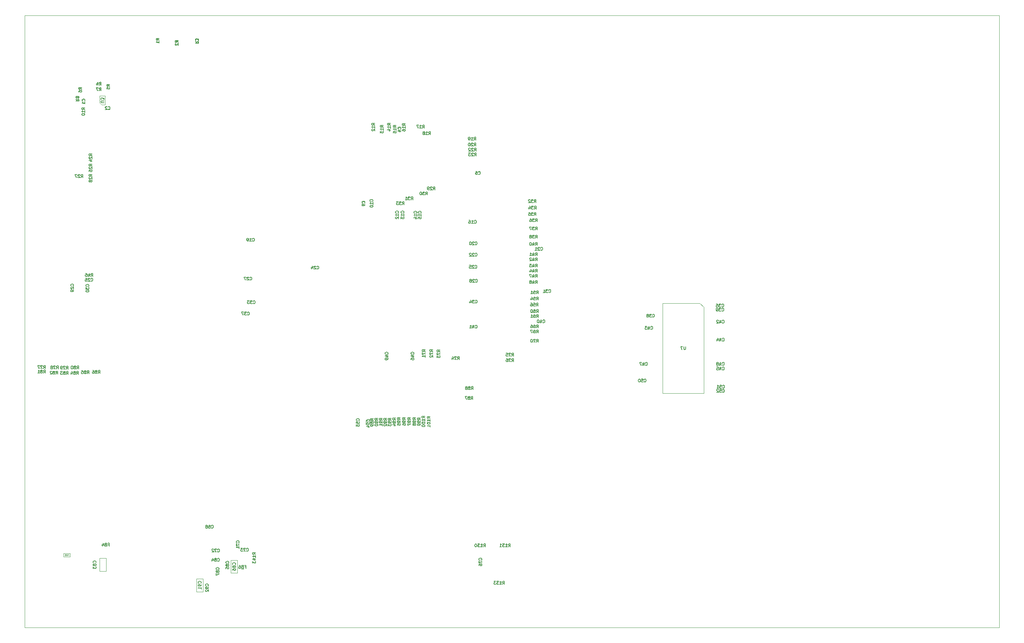
<source format=gbr>
G04 #@! TF.GenerationSoftware,KiCad,Pcbnew,5.1.6-c6e7f7d~87~ubuntu18.04.1*
G04 #@! TF.CreationDate,2020-08-14T22:16:59+05:30*
G04 #@! TF.ProjectId,Aardonyx,41617264-6f6e-4797-982e-6b696361645f,v1.0*
G04 #@! TF.SameCoordinates,Original*
G04 #@! TF.FileFunction,Other,Fab,Bot*
%FSLAX46Y46*%
G04 Gerber Fmt 4.6, Leading zero omitted, Abs format (unit mm)*
G04 Created by KiCad (PCBNEW 5.1.6-c6e7f7d~87~ubuntu18.04.1) date 2020-08-14 22:16:59*
%MOMM*%
%LPD*%
G01*
G04 APERTURE LIST*
G04 #@! TA.AperFunction,Profile*
%ADD10C,0.100000*%
G04 #@! TD*
%ADD11C,0.100000*%
%ADD12C,0.060000*%
%ADD13C,0.150000*%
G04 APERTURE END LIST*
D10*
X43561000Y-162560000D02*
X43561000Y-11684000D01*
X283824680Y-162562540D02*
X43561000Y-162557460D01*
X283824680Y-11684000D02*
X283824680Y-162560000D01*
X43561000Y-11684000D02*
X283824680Y-11684000D01*
D11*
X53193800Y-144327800D02*
X53193800Y-145127800D01*
X53193800Y-145127800D02*
X54793800Y-145127800D01*
X54793800Y-145127800D02*
X54793800Y-144327800D01*
X54793800Y-144327800D02*
X53193800Y-144327800D01*
X210999800Y-83622500D02*
X209999800Y-82622500D01*
X210997800Y-104836000D02*
X210997800Y-83616000D01*
X200837800Y-104836000D02*
X210997800Y-104836000D01*
X200837800Y-82616000D02*
X200837800Y-104836000D01*
X209997800Y-82616000D02*
X200837800Y-82616000D01*
X163690200Y-96942200D02*
X163690200Y-96442200D01*
X163690200Y-96442200D02*
X162690200Y-96442200D01*
X162690200Y-96442200D02*
X162690200Y-96942200D01*
X162690200Y-96942200D02*
X163690200Y-96942200D01*
X138930000Y-96140000D02*
X139430000Y-96140000D01*
X139430000Y-96140000D02*
X139430000Y-95140000D01*
X139430000Y-95140000D02*
X138930000Y-95140000D01*
X138930000Y-95140000D02*
X138930000Y-96140000D01*
X134956200Y-111376600D02*
X134456200Y-111376600D01*
X134456200Y-111376600D02*
X134456200Y-112376600D01*
X134456200Y-112376600D02*
X134956200Y-112376600D01*
X134956200Y-112376600D02*
X134956200Y-111376600D01*
X63413000Y-33713600D02*
X62563000Y-33713600D01*
X62063000Y-33213600D02*
X62063000Y-31513600D01*
X63413000Y-33713600D02*
X63413000Y-31513600D01*
X63413000Y-31513600D02*
X62063000Y-31513600D01*
X62563000Y-33713600D02*
X62063000Y-33213600D01*
X57472200Y-51558000D02*
X57472200Y-51058000D01*
X57472200Y-51058000D02*
X56472200Y-51058000D01*
X56472200Y-51058000D02*
X56472200Y-51558000D01*
X56472200Y-51558000D02*
X57472200Y-51558000D01*
X142210600Y-94521400D02*
X141710600Y-94521400D01*
X141710600Y-94521400D02*
X141710600Y-95521400D01*
X141710600Y-95521400D02*
X142210600Y-95521400D01*
X142210600Y-95521400D02*
X142210600Y-94521400D01*
X144115600Y-94521400D02*
X143615600Y-94521400D01*
X143615600Y-94521400D02*
X143615600Y-95521400D01*
X143615600Y-95521400D02*
X144115600Y-95521400D01*
X144115600Y-95521400D02*
X144115600Y-94521400D01*
X145868200Y-94597600D02*
X145368200Y-94597600D01*
X145368200Y-94597600D02*
X145368200Y-95597600D01*
X145368200Y-95597600D02*
X145868200Y-95597600D01*
X145868200Y-95597600D02*
X145868200Y-94597600D01*
X150283800Y-96414400D02*
X150283800Y-95914400D01*
X150283800Y-95914400D02*
X149283800Y-95914400D01*
X149283800Y-95914400D02*
X149283800Y-96414400D01*
X149283800Y-96414400D02*
X150283800Y-96414400D01*
X153662000Y-103831200D02*
X153662000Y-103331200D01*
X153662000Y-103331200D02*
X152662000Y-103331200D01*
X152662000Y-103331200D02*
X152662000Y-103831200D01*
X152662000Y-103831200D02*
X153662000Y-103831200D01*
X153611200Y-106269600D02*
X153611200Y-105769600D01*
X153611200Y-105769600D02*
X152611200Y-105769600D01*
X152611200Y-105769600D02*
X152611200Y-106269600D01*
X152611200Y-106269600D02*
X153611200Y-106269600D01*
X163665200Y-95572200D02*
X163665200Y-95072200D01*
X163665200Y-95072200D02*
X162665200Y-95072200D01*
X162665200Y-95072200D02*
X162665200Y-95572200D01*
X162665200Y-95572200D02*
X163665200Y-95572200D01*
X169740200Y-89886600D02*
X169740200Y-89386600D01*
X169740200Y-89386600D02*
X168740200Y-89386600D01*
X168740200Y-89386600D02*
X168740200Y-89886600D01*
X168740200Y-89886600D02*
X169740200Y-89886600D01*
X169740200Y-88616600D02*
X169740200Y-88116600D01*
X169740200Y-88116600D02*
X168740200Y-88116600D01*
X168740200Y-88116600D02*
X168740200Y-88616600D01*
X168740200Y-88616600D02*
X169740200Y-88616600D01*
X169740200Y-86076600D02*
X169740200Y-85576600D01*
X169740200Y-85576600D02*
X168740200Y-85576600D01*
X168740200Y-85576600D02*
X168740200Y-86076600D01*
X168740200Y-86076600D02*
X169740200Y-86076600D01*
X169736200Y-84850600D02*
X169736200Y-84350600D01*
X169736200Y-84350600D02*
X168736200Y-84350600D01*
X168736200Y-84350600D02*
X168736200Y-84850600D01*
X168736200Y-84850600D02*
X169736200Y-84850600D01*
X169717200Y-83282600D02*
X169717200Y-82782600D01*
X169717200Y-82782600D02*
X168717200Y-82782600D01*
X168717200Y-82782600D02*
X168717200Y-83282600D01*
X168717200Y-83282600D02*
X169717200Y-83282600D01*
X169740200Y-81758600D02*
X169740200Y-81258600D01*
X169740200Y-81258600D02*
X168740200Y-81258600D01*
X168740200Y-81258600D02*
X168740200Y-81758600D01*
X168740200Y-81758600D02*
X169740200Y-81758600D01*
X169740200Y-80234600D02*
X169740200Y-79734600D01*
X169740200Y-79734600D02*
X168740200Y-79734600D01*
X168740200Y-79734600D02*
X168740200Y-80234600D01*
X168740200Y-80234600D02*
X169740200Y-80234600D01*
X169486200Y-77694600D02*
X169486200Y-77194600D01*
X169486200Y-77194600D02*
X168486200Y-77194600D01*
X168486200Y-77194600D02*
X168486200Y-77694600D01*
X168486200Y-77694600D02*
X169486200Y-77694600D01*
X169486200Y-76170600D02*
X169486200Y-75670600D01*
X169486200Y-75670600D02*
X168486200Y-75670600D01*
X168486200Y-75670600D02*
X168486200Y-76170600D01*
X168486200Y-76170600D02*
X169486200Y-76170600D01*
X169486200Y-74900600D02*
X169486200Y-74400600D01*
X169486200Y-74400600D02*
X168486200Y-74400600D01*
X168486200Y-74400600D02*
X168486200Y-74900600D01*
X168486200Y-74900600D02*
X169486200Y-74900600D01*
X169486200Y-73630600D02*
X169486200Y-73130600D01*
X169486200Y-73130600D02*
X168486200Y-73130600D01*
X168486200Y-73130600D02*
X168486200Y-73630600D01*
X168486200Y-73630600D02*
X169486200Y-73630600D01*
X169486200Y-72106600D02*
X169486200Y-71606600D01*
X169486200Y-71606600D02*
X168486200Y-71606600D01*
X168486200Y-71606600D02*
X168486200Y-72106600D01*
X168486200Y-72106600D02*
X169486200Y-72106600D01*
X169486200Y-70836600D02*
X169486200Y-70336600D01*
X169486200Y-70336600D02*
X168486200Y-70336600D01*
X168486200Y-70336600D02*
X168486200Y-70836600D01*
X168486200Y-70836600D02*
X169486200Y-70836600D01*
X169486200Y-68296600D02*
X169486200Y-67796600D01*
X169486200Y-67796600D02*
X168486200Y-67796600D01*
X168486200Y-67796600D02*
X168486200Y-68296600D01*
X168486200Y-68296600D02*
X169486200Y-68296600D01*
X169486200Y-66518600D02*
X169486200Y-66018600D01*
X169486200Y-66018600D02*
X168486200Y-66018600D01*
X168486200Y-66018600D02*
X168486200Y-66518600D01*
X168486200Y-66518600D02*
X169486200Y-66518600D01*
X169486200Y-64486600D02*
X169486200Y-63986600D01*
X169486200Y-63986600D02*
X168486200Y-63986600D01*
X168486200Y-63986600D02*
X168486200Y-64486600D01*
X168486200Y-64486600D02*
X169486200Y-64486600D01*
X169486200Y-62454600D02*
X169486200Y-61954600D01*
X169486200Y-61954600D02*
X168486200Y-61954600D01*
X168486200Y-61954600D02*
X168486200Y-62454600D01*
X168486200Y-62454600D02*
X169486200Y-62454600D01*
X169209200Y-60930600D02*
X169209200Y-60430600D01*
X169209200Y-60430600D02*
X168209200Y-60430600D01*
X168209200Y-60430600D02*
X168209200Y-60930600D01*
X168209200Y-60930600D02*
X169209200Y-60930600D01*
X169226200Y-59340600D02*
X169226200Y-58840600D01*
X169226200Y-58840600D02*
X168226200Y-58840600D01*
X168226200Y-58840600D02*
X168226200Y-59340600D01*
X168226200Y-59340600D02*
X169226200Y-59340600D01*
X154470000Y-46240000D02*
X154470000Y-45740000D01*
X154470000Y-45740000D02*
X153470000Y-45740000D01*
X153470000Y-45740000D02*
X153470000Y-46240000D01*
X153470000Y-46240000D02*
X154470000Y-46240000D01*
X154420000Y-45030000D02*
X154420000Y-44530000D01*
X154420000Y-44530000D02*
X153420000Y-44530000D01*
X153420000Y-44530000D02*
X153420000Y-45030000D01*
X153420000Y-45030000D02*
X154420000Y-45030000D01*
X154376200Y-43790600D02*
X154376200Y-43290600D01*
X154376200Y-43290600D02*
X153376200Y-43290600D01*
X153376200Y-43290600D02*
X153376200Y-43790600D01*
X153376200Y-43790600D02*
X154376200Y-43790600D01*
X133150800Y-39717600D02*
X133650800Y-39717600D01*
X133650800Y-39717600D02*
X133650800Y-38717600D01*
X133650800Y-38717600D02*
X133150800Y-38717600D01*
X133150800Y-38717600D02*
X133150800Y-39717600D01*
X129290000Y-39717600D02*
X129790000Y-39717600D01*
X129790000Y-39717600D02*
X129790000Y-38717600D01*
X129790000Y-38717600D02*
X129290000Y-38717600D01*
X129290000Y-38717600D02*
X129290000Y-39717600D01*
X136808400Y-39768400D02*
X137308400Y-39768400D01*
X137308400Y-39768400D02*
X137308400Y-38768400D01*
X137308400Y-38768400D02*
X136808400Y-38768400D01*
X136808400Y-38768400D02*
X136808400Y-39768400D01*
X140673200Y-38866000D02*
X140673200Y-39366000D01*
X140673200Y-39366000D02*
X141673200Y-39366000D01*
X141673200Y-39366000D02*
X141673200Y-38866000D01*
X141673200Y-38866000D02*
X140673200Y-38866000D01*
X142197200Y-40491600D02*
X142197200Y-40991600D01*
X142197200Y-40991600D02*
X143197200Y-40991600D01*
X143197200Y-40991600D02*
X143197200Y-40491600D01*
X143197200Y-40491600D02*
X142197200Y-40491600D01*
X153370000Y-41870000D02*
X153370000Y-42370000D01*
X153370000Y-42370000D02*
X154370000Y-42370000D01*
X154370000Y-42370000D02*
X154370000Y-41870000D01*
X154370000Y-41870000D02*
X153370000Y-41870000D01*
X137826400Y-56570800D02*
X137826400Y-57070800D01*
X137826400Y-57070800D02*
X138826400Y-57070800D01*
X138826400Y-57070800D02*
X138826400Y-56570800D01*
X138826400Y-56570800D02*
X137826400Y-56570800D01*
X141435200Y-55349200D02*
X141435200Y-55849200D01*
X141435200Y-55849200D02*
X142435200Y-55849200D01*
X142435200Y-55849200D02*
X142435200Y-55349200D01*
X142435200Y-55349200D02*
X141435200Y-55349200D01*
X143273600Y-54089200D02*
X143273600Y-54589200D01*
X143273600Y-54589200D02*
X144273600Y-54589200D01*
X144273600Y-54589200D02*
X144273600Y-54089200D01*
X144273600Y-54089200D02*
X143273600Y-54089200D01*
X134573200Y-40225600D02*
X135073200Y-40225600D01*
X135073200Y-40225600D02*
X135073200Y-39225600D01*
X135073200Y-39225600D02*
X134573200Y-39225600D01*
X134573200Y-39225600D02*
X134573200Y-40225600D01*
X131372800Y-40225600D02*
X131872800Y-40225600D01*
X131872800Y-40225600D02*
X131872800Y-39225600D01*
X131872800Y-39225600D02*
X131372800Y-39225600D01*
X131372800Y-39225600D02*
X131372800Y-40225600D01*
X130540000Y-111415000D02*
X130040000Y-111415000D01*
X130040000Y-111415000D02*
X130040000Y-112415000D01*
X130040000Y-112415000D02*
X130540000Y-112415000D01*
X130540000Y-112415000D02*
X130540000Y-111415000D01*
X131650000Y-111420000D02*
X131150000Y-111420000D01*
X131150000Y-111420000D02*
X131150000Y-112420000D01*
X131150000Y-112420000D02*
X131650000Y-112420000D01*
X131650000Y-112420000D02*
X131650000Y-111420000D01*
X129420000Y-111490000D02*
X128920000Y-111490000D01*
X128920000Y-111490000D02*
X128920000Y-112490000D01*
X128920000Y-112490000D02*
X129420000Y-112490000D01*
X129420000Y-112490000D02*
X129420000Y-111490000D01*
X132740000Y-111440000D02*
X132240000Y-111440000D01*
X132240000Y-111440000D02*
X132240000Y-112440000D01*
X132240000Y-112440000D02*
X132740000Y-112440000D01*
X132740000Y-112440000D02*
X132740000Y-111440000D01*
X133816200Y-111410600D02*
X133316200Y-111410600D01*
X133316200Y-111410600D02*
X133316200Y-112410600D01*
X133316200Y-112410600D02*
X133816200Y-112410600D01*
X133816200Y-112410600D02*
X133816200Y-111410600D01*
X136086200Y-111289600D02*
X135586200Y-111289600D01*
X135586200Y-111289600D02*
X135586200Y-112289600D01*
X135586200Y-112289600D02*
X136086200Y-112289600D01*
X136086200Y-112289600D02*
X136086200Y-111289600D01*
X137356200Y-111266600D02*
X136856200Y-111266600D01*
X136856200Y-111266600D02*
X136856200Y-112266600D01*
X136856200Y-112266600D02*
X137356200Y-112266600D01*
X137356200Y-112266600D02*
X137356200Y-111266600D01*
X138626200Y-111266600D02*
X138126200Y-111266600D01*
X138126200Y-111266600D02*
X138126200Y-112266600D01*
X138126200Y-112266600D02*
X138626200Y-112266600D01*
X138626200Y-112266600D02*
X138626200Y-111266600D01*
X139896200Y-111266600D02*
X139396200Y-111266600D01*
X139396200Y-111266600D02*
X139396200Y-112266600D01*
X139396200Y-112266600D02*
X139896200Y-112266600D01*
X139896200Y-112266600D02*
X139896200Y-111266600D01*
X141021000Y-111302400D02*
X140521000Y-111302400D01*
X140521000Y-111302400D02*
X140521000Y-112302400D01*
X140521000Y-112302400D02*
X141021000Y-112302400D01*
X141021000Y-112302400D02*
X141021000Y-111302400D01*
X142164000Y-111254000D02*
X141664000Y-111254000D01*
X141664000Y-111254000D02*
X141664000Y-112254000D01*
X141664000Y-112254000D02*
X142164000Y-112254000D01*
X142164000Y-112254000D02*
X142164000Y-111254000D01*
X143446200Y-111329600D02*
X142946200Y-111329600D01*
X142946200Y-111329600D02*
X142946200Y-112329600D01*
X142946200Y-112329600D02*
X143446200Y-112329600D01*
X143446200Y-112329600D02*
X143446200Y-111329600D01*
X63961200Y-29760800D02*
X64461200Y-29760800D01*
X64461200Y-29760800D02*
X64461200Y-28760800D01*
X64461200Y-28760800D02*
X63961200Y-28760800D01*
X63961200Y-28760800D02*
X63961200Y-29760800D01*
X56290400Y-32707200D02*
X56790400Y-32707200D01*
X56790400Y-32707200D02*
X56790400Y-31707200D01*
X56790400Y-31707200D02*
X56290400Y-31707200D01*
X56290400Y-31707200D02*
X56290400Y-32707200D01*
X57814400Y-35856800D02*
X58314400Y-35856800D01*
X58314400Y-35856800D02*
X58314400Y-34856800D01*
X58314400Y-34856800D02*
X57814400Y-34856800D01*
X57814400Y-34856800D02*
X57814400Y-35856800D01*
X76153200Y-18407000D02*
X76653200Y-18407000D01*
X76653200Y-18407000D02*
X76653200Y-17407000D01*
X76653200Y-17407000D02*
X76153200Y-17407000D01*
X76153200Y-17407000D02*
X76153200Y-18407000D01*
X80826800Y-18965800D02*
X81326800Y-18965800D01*
X81326800Y-18965800D02*
X81326800Y-17965800D01*
X81326800Y-17965800D02*
X80826800Y-17965800D01*
X80826800Y-17965800D02*
X80826800Y-18965800D01*
X85779800Y-18508600D02*
X86279800Y-18508600D01*
X86279800Y-18508600D02*
X86279800Y-17508600D01*
X86279800Y-17508600D02*
X85779800Y-17508600D01*
X85779800Y-17508600D02*
X85779800Y-18508600D01*
X58986800Y-75442000D02*
X58986800Y-75942000D01*
X58986800Y-75942000D02*
X59986800Y-75942000D01*
X59986800Y-75942000D02*
X59986800Y-75442000D01*
X59986800Y-75442000D02*
X58986800Y-75442000D01*
X58988000Y-99880000D02*
X58988000Y-99380000D01*
X58988000Y-99380000D02*
X57988000Y-99380000D01*
X57988000Y-99380000D02*
X57988000Y-99880000D01*
X57988000Y-99880000D02*
X58988000Y-99880000D01*
X61705800Y-99854600D02*
X61705800Y-99354600D01*
X61705800Y-99354600D02*
X60705800Y-99354600D01*
X60705800Y-99354600D02*
X60705800Y-99854600D01*
X60705800Y-99854600D02*
X61705800Y-99854600D01*
X56471000Y-98762400D02*
X56471000Y-98262400D01*
X56471000Y-98262400D02*
X55471000Y-98262400D01*
X55471000Y-98262400D02*
X55471000Y-98762400D01*
X55471000Y-98762400D02*
X56471000Y-98762400D01*
X55399600Y-99557800D02*
X55399600Y-100057800D01*
X55399600Y-100057800D02*
X56399600Y-100057800D01*
X56399600Y-100057800D02*
X56399600Y-99557800D01*
X56399600Y-99557800D02*
X55399600Y-99557800D01*
X53882600Y-100108600D02*
X53882600Y-99608600D01*
X53882600Y-99608600D02*
X52882600Y-99608600D01*
X52882600Y-99608600D02*
X52882600Y-100108600D01*
X52882600Y-100108600D02*
X53882600Y-100108600D01*
X52859600Y-98287800D02*
X52859600Y-98787800D01*
X52859600Y-98787800D02*
X53859600Y-98787800D01*
X53859600Y-98787800D02*
X53859600Y-98287800D01*
X53859600Y-98287800D02*
X52859600Y-98287800D01*
X51391000Y-99981600D02*
X51391000Y-99481600D01*
X51391000Y-99481600D02*
X50391000Y-99481600D01*
X50391000Y-99481600D02*
X50391000Y-99981600D01*
X50391000Y-99981600D02*
X51391000Y-99981600D01*
X48243800Y-99778400D02*
X48243800Y-99278400D01*
X48243800Y-99278400D02*
X47243800Y-99278400D01*
X47243800Y-99278400D02*
X47243800Y-99778400D01*
X47243800Y-99778400D02*
X48243800Y-99778400D01*
X47269200Y-98160800D02*
X47269200Y-98660800D01*
X47269200Y-98660800D02*
X48269200Y-98660800D01*
X48269200Y-98660800D02*
X48269200Y-98160800D01*
X48269200Y-98160800D02*
X47269200Y-98160800D01*
X99927600Y-145889600D02*
X100427600Y-145889600D01*
X100427600Y-145889600D02*
X100427600Y-144889600D01*
X100427600Y-144889600D02*
X99927600Y-144889600D01*
X99927600Y-144889600D02*
X99927600Y-145889600D01*
X63035800Y-141939800D02*
X63035800Y-142439800D01*
X63035800Y-142439800D02*
X64035800Y-142439800D01*
X64035800Y-142439800D02*
X64035800Y-141939800D01*
X64035800Y-141939800D02*
X63035800Y-141939800D01*
X97506600Y-147175600D02*
X97006600Y-147175600D01*
X97006600Y-147175600D02*
X97006600Y-148175600D01*
X97006600Y-148175600D02*
X97506600Y-148175600D01*
X97506600Y-148175600D02*
X97506600Y-147175600D01*
X63690400Y-145516800D02*
X62090400Y-145516800D01*
X62090400Y-145516800D02*
X62090400Y-148716800D01*
X62090400Y-148716800D02*
X63690400Y-148716800D01*
X63690400Y-148716800D02*
X63690400Y-145516800D01*
X135720000Y-40290000D02*
X136220000Y-40290000D01*
X136220000Y-40290000D02*
X136220000Y-39290000D01*
X136220000Y-39290000D02*
X135720000Y-39290000D01*
X135720000Y-39290000D02*
X135720000Y-40290000D01*
X154647800Y-68146800D02*
X154647800Y-67646800D01*
X154647800Y-67646800D02*
X153647800Y-67646800D01*
X153647800Y-67646800D02*
X153647800Y-68146800D01*
X153647800Y-68146800D02*
X154647800Y-68146800D01*
X154790000Y-50300000D02*
X154790000Y-50800000D01*
X154790000Y-50800000D02*
X155790000Y-50800000D01*
X155790000Y-50800000D02*
X155790000Y-50300000D01*
X155790000Y-50300000D02*
X154790000Y-50300000D01*
X154625200Y-70940000D02*
X154625200Y-70440000D01*
X154625200Y-70440000D02*
X153625200Y-70440000D01*
X153625200Y-70440000D02*
X153625200Y-70940000D01*
X153625200Y-70940000D02*
X154625200Y-70940000D01*
X169800000Y-69000000D02*
X169800000Y-69500000D01*
X169800000Y-69500000D02*
X170800000Y-69500000D01*
X170800000Y-69500000D02*
X170800000Y-69000000D01*
X170800000Y-69000000D02*
X169800000Y-69000000D01*
X154596000Y-73930000D02*
X154596000Y-73430000D01*
X154596000Y-73430000D02*
X153596000Y-73430000D01*
X153596000Y-73430000D02*
X153596000Y-73930000D01*
X153596000Y-73930000D02*
X154596000Y-73930000D01*
X171810000Y-79410000D02*
X171810000Y-79910000D01*
X171810000Y-79910000D02*
X172810000Y-79910000D01*
X172810000Y-79910000D02*
X172810000Y-79410000D01*
X172810000Y-79410000D02*
X171810000Y-79410000D01*
X127370000Y-57555200D02*
X126870000Y-57555200D01*
X126870000Y-57555200D02*
X126870000Y-58555200D01*
X126870000Y-58555200D02*
X127370000Y-58555200D01*
X127370000Y-58555200D02*
X127370000Y-57555200D01*
X154728400Y-77380800D02*
X154728400Y-76880800D01*
X154728400Y-76880800D02*
X153728400Y-76880800D01*
X153728400Y-76880800D02*
X153728400Y-77380800D01*
X153728400Y-77380800D02*
X154728400Y-77380800D01*
X170340000Y-86860000D02*
X170340000Y-87360000D01*
X170340000Y-87360000D02*
X171340000Y-87360000D01*
X171340000Y-87360000D02*
X171340000Y-86860000D01*
X171340000Y-86860000D02*
X170340000Y-86860000D01*
X129350000Y-57495200D02*
X128850000Y-57495200D01*
X128850000Y-57495200D02*
X128850000Y-58495200D01*
X128850000Y-58495200D02*
X129350000Y-58495200D01*
X129350000Y-58495200D02*
X129350000Y-57495200D01*
X154658400Y-82517600D02*
X154658400Y-82017600D01*
X154658400Y-82017600D02*
X153658400Y-82017600D01*
X153658400Y-82017600D02*
X153658400Y-82517600D01*
X153658400Y-82517600D02*
X154658400Y-82517600D01*
X128140000Y-111535000D02*
X127640000Y-111535000D01*
X127640000Y-111535000D02*
X127640000Y-112535000D01*
X127640000Y-112535000D02*
X128140000Y-112535000D01*
X128140000Y-112535000D02*
X128140000Y-111535000D01*
X135640000Y-60360000D02*
X135140000Y-60360000D01*
X135140000Y-60360000D02*
X135140000Y-61360000D01*
X135140000Y-61360000D02*
X135640000Y-61360000D01*
X135640000Y-61360000D02*
X135640000Y-60360000D01*
X154678000Y-88692800D02*
X154678000Y-88192800D01*
X154678000Y-88192800D02*
X153678000Y-88192800D01*
X153678000Y-88192800D02*
X153678000Y-88692800D01*
X153678000Y-88692800D02*
X154678000Y-88692800D01*
X125980000Y-111530000D02*
X125480000Y-111530000D01*
X125480000Y-111530000D02*
X125480000Y-112530000D01*
X125480000Y-112530000D02*
X125980000Y-112530000D01*
X125980000Y-112530000D02*
X125980000Y-111530000D01*
X136990000Y-60360000D02*
X136490000Y-60360000D01*
X136490000Y-60360000D02*
X136490000Y-61360000D01*
X136490000Y-61360000D02*
X136990000Y-61360000D01*
X136990000Y-61360000D02*
X136990000Y-60360000D01*
X98530000Y-85460000D02*
X98530000Y-84960000D01*
X98530000Y-84960000D02*
X97530000Y-84960000D01*
X97530000Y-84960000D02*
X97530000Y-85460000D01*
X97530000Y-85460000D02*
X98530000Y-85460000D01*
X140160000Y-60405000D02*
X139660000Y-60405000D01*
X139660000Y-60405000D02*
X139660000Y-61405000D01*
X139660000Y-61405000D02*
X140160000Y-61405000D01*
X140160000Y-61405000D02*
X140160000Y-60405000D01*
X132570000Y-96150000D02*
X133070000Y-96150000D01*
X133070000Y-96150000D02*
X133070000Y-95150000D01*
X133070000Y-95150000D02*
X132570000Y-95150000D01*
X132570000Y-95150000D02*
X132570000Y-96150000D01*
X99120000Y-76840000D02*
X99120000Y-76340000D01*
X99120000Y-76340000D02*
X98120000Y-76340000D01*
X98120000Y-76340000D02*
X98120000Y-76840000D01*
X98120000Y-76840000D02*
X99120000Y-76840000D01*
X141240000Y-60400000D02*
X140740000Y-60400000D01*
X140740000Y-60400000D02*
X140740000Y-61400000D01*
X140740000Y-61400000D02*
X141240000Y-61400000D01*
X141240000Y-61400000D02*
X141240000Y-60400000D01*
X99940000Y-82650000D02*
X99940000Y-82150000D01*
X99940000Y-82150000D02*
X98940000Y-82150000D01*
X98940000Y-82150000D02*
X98940000Y-82650000D01*
X98940000Y-82650000D02*
X99940000Y-82650000D01*
X99770000Y-67270000D02*
X99770000Y-66770000D01*
X99770000Y-66770000D02*
X98770000Y-66770000D01*
X98770000Y-66770000D02*
X98770000Y-67270000D01*
X98770000Y-67270000D02*
X99770000Y-67270000D01*
X154449600Y-62861600D02*
X154449600Y-62361600D01*
X154449600Y-62361600D02*
X153449600Y-62361600D01*
X153449600Y-62361600D02*
X153449600Y-62861600D01*
X153449600Y-62861600D02*
X154449600Y-62861600D01*
X114640000Y-73630000D02*
X114640000Y-74130000D01*
X114640000Y-74130000D02*
X115640000Y-74130000D01*
X115640000Y-74130000D02*
X115640000Y-73630000D01*
X115640000Y-73630000D02*
X114640000Y-73630000D01*
X64558800Y-34743200D02*
X64558800Y-34243200D01*
X64558800Y-34243200D02*
X63558800Y-34243200D01*
X63558800Y-34243200D02*
X63558800Y-34743200D01*
X63558800Y-34743200D02*
X64558800Y-34743200D01*
X57865200Y-33390600D02*
X58365200Y-33390600D01*
X58365200Y-33390600D02*
X58365200Y-32390600D01*
X58365200Y-32390600D02*
X57865200Y-32390600D01*
X57865200Y-32390600D02*
X57865200Y-33390600D01*
X156180600Y-145905600D02*
X155680600Y-145905600D01*
X155680600Y-145905600D02*
X155680600Y-146905600D01*
X155680600Y-146905600D02*
X156180600Y-146905600D01*
X156180600Y-146905600D02*
X156180600Y-145905600D01*
X58830400Y-79420200D02*
X59330400Y-79420200D01*
X59330400Y-79420200D02*
X59330400Y-78420200D01*
X59330400Y-78420200D02*
X58830400Y-78420200D01*
X58830400Y-78420200D02*
X58830400Y-79420200D01*
X55071200Y-79341600D02*
X55571200Y-79341600D01*
X55571200Y-79341600D02*
X55571200Y-78341600D01*
X55571200Y-78341600D02*
X55071200Y-78341600D01*
X55071200Y-78341600D02*
X55071200Y-79341600D01*
X58936000Y-76610400D02*
X58936000Y-77110400D01*
X58936000Y-77110400D02*
X59936000Y-77110400D01*
X59936000Y-77110400D02*
X59936000Y-76610400D01*
X59936000Y-76610400D02*
X58936000Y-76610400D01*
X214561800Y-97362200D02*
X214561800Y-97862200D01*
X214561800Y-97862200D02*
X215561800Y-97862200D01*
X215561800Y-97862200D02*
X215561800Y-97362200D01*
X215561800Y-97362200D02*
X214561800Y-97362200D01*
X196300000Y-101970000D02*
X196300000Y-101470000D01*
X196300000Y-101470000D02*
X195300000Y-101470000D01*
X195300000Y-101470000D02*
X195300000Y-101970000D01*
X195300000Y-101970000D02*
X196300000Y-101970000D01*
X197930000Y-88980000D02*
X197930000Y-88480000D01*
X197930000Y-88480000D02*
X196930000Y-88480000D01*
X196930000Y-88480000D02*
X196930000Y-88980000D01*
X196930000Y-88980000D02*
X197930000Y-88980000D01*
X214450000Y-82960000D02*
X214450000Y-83460000D01*
X214450000Y-83460000D02*
X215450000Y-83460000D01*
X215450000Y-83460000D02*
X215450000Y-82960000D01*
X215450000Y-82960000D02*
X214450000Y-82960000D01*
X214561800Y-98505200D02*
X214561800Y-99005200D01*
X214561800Y-99005200D02*
X215561800Y-99005200D01*
X215561800Y-99005200D02*
X215561800Y-98505200D01*
X215561800Y-98505200D02*
X214561800Y-98505200D01*
X214620000Y-102980000D02*
X214620000Y-103480000D01*
X214620000Y-103480000D02*
X215620000Y-103480000D01*
X215620000Y-103480000D02*
X215620000Y-102980000D01*
X215620000Y-102980000D02*
X214620000Y-102980000D01*
X214561800Y-91393200D02*
X214561800Y-91893200D01*
X214561800Y-91893200D02*
X215561800Y-91893200D01*
X215561800Y-91893200D02*
X215561800Y-91393200D01*
X215561800Y-91393200D02*
X214561800Y-91393200D01*
X198360000Y-85990000D02*
X198360000Y-85490000D01*
X198360000Y-85490000D02*
X197360000Y-85490000D01*
X197360000Y-85490000D02*
X197360000Y-85990000D01*
X197360000Y-85990000D02*
X198360000Y-85990000D01*
X214600000Y-104020000D02*
X214600000Y-104520000D01*
X214600000Y-104520000D02*
X215600000Y-104520000D01*
X215600000Y-104520000D02*
X215600000Y-104020000D01*
X215600000Y-104020000D02*
X214600000Y-104020000D01*
X214490000Y-86910000D02*
X214490000Y-87410000D01*
X214490000Y-87410000D02*
X215490000Y-87410000D01*
X215490000Y-87410000D02*
X215490000Y-86910000D01*
X215490000Y-86910000D02*
X214490000Y-86910000D01*
X214450000Y-84000000D02*
X214450000Y-84500000D01*
X214450000Y-84500000D02*
X215450000Y-84500000D01*
X215450000Y-84500000D02*
X215450000Y-84000000D01*
X215450000Y-84000000D02*
X214450000Y-84000000D01*
X90129600Y-145669200D02*
X90129600Y-146169200D01*
X90129600Y-146169200D02*
X91129600Y-146169200D01*
X91129600Y-146169200D02*
X91129600Y-145669200D01*
X91129600Y-145669200D02*
X90129600Y-145669200D01*
X89631000Y-137994200D02*
X89631000Y-137494200D01*
X89631000Y-137494200D02*
X88631000Y-137494200D01*
X88631000Y-137494200D02*
X88631000Y-137994200D01*
X88631000Y-137994200D02*
X89631000Y-137994200D01*
X96376600Y-141623600D02*
X95876600Y-141623600D01*
X95876600Y-141623600D02*
X95876600Y-142623600D01*
X95876600Y-142623600D02*
X96376600Y-142623600D01*
X96376600Y-142623600D02*
X96376600Y-141623600D01*
X90152600Y-143361600D02*
X90152600Y-143861600D01*
X90152600Y-143861600D02*
X91152600Y-143861600D01*
X91152600Y-143861600D02*
X91152600Y-143361600D01*
X91152600Y-143361600D02*
X90152600Y-143361600D01*
X98287600Y-143679200D02*
X98287600Y-143179200D01*
X98287600Y-143179200D02*
X97287600Y-143179200D01*
X97287600Y-143179200D02*
X97287600Y-143679200D01*
X97287600Y-143679200D02*
X98287600Y-143679200D01*
X93323600Y-147667600D02*
X93823600Y-147667600D01*
X93823600Y-147667600D02*
X93823600Y-146667600D01*
X93823600Y-146667600D02*
X93323600Y-146667600D01*
X93323600Y-146667600D02*
X93323600Y-147667600D01*
X90910600Y-149214600D02*
X91410600Y-149214600D01*
X91410600Y-149214600D02*
X91410600Y-148214600D01*
X91410600Y-148214600D02*
X90910600Y-148214600D01*
X90910600Y-148214600D02*
X90910600Y-149214600D01*
X94424600Y-149148600D02*
X96024600Y-149148600D01*
X96024600Y-149148600D02*
X96024600Y-145948600D01*
X96024600Y-145948600D02*
X94424600Y-145948600D01*
X94424600Y-145948600D02*
X94424600Y-149148600D01*
X88784600Y-152255600D02*
X88284600Y-152255600D01*
X88284600Y-152255600D02*
X88284600Y-153255600D01*
X88284600Y-153255600D02*
X88784600Y-153255600D01*
X88784600Y-153255600D02*
X88784600Y-152255600D01*
X87556600Y-150533600D02*
X85956600Y-150533600D01*
X85956600Y-150533600D02*
X85956600Y-153733600D01*
X85956600Y-153733600D02*
X87556600Y-153733600D01*
X87556600Y-153733600D02*
X87556600Y-150533600D01*
X161475800Y-142091600D02*
X161475800Y-142591600D01*
X161475800Y-142591600D02*
X162475800Y-142591600D01*
X162475800Y-142591600D02*
X162475800Y-142091600D01*
X162475800Y-142091600D02*
X161475800Y-142091600D01*
X160028000Y-151337200D02*
X160028000Y-151837200D01*
X160028000Y-151837200D02*
X161028000Y-151837200D01*
X161028000Y-151837200D02*
X161028000Y-151337200D01*
X161028000Y-151337200D02*
X160028000Y-151337200D01*
X57552400Y-29522800D02*
X57052400Y-29522800D01*
X57052400Y-29522800D02*
X57052400Y-30522800D01*
X57052400Y-30522800D02*
X57552400Y-30522800D01*
X57552400Y-30522800D02*
X57552400Y-29522800D01*
X61374400Y-29671200D02*
X61374400Y-30171200D01*
X61374400Y-30171200D02*
X62374400Y-30171200D01*
X62374400Y-30171200D02*
X62374400Y-29671200D01*
X62374400Y-29671200D02*
X61374400Y-29671200D01*
X61374400Y-28299600D02*
X61374400Y-28799600D01*
X61374400Y-28799600D02*
X62374400Y-28799600D01*
X62374400Y-28799600D02*
X62374400Y-28299600D01*
X62374400Y-28299600D02*
X61374400Y-28299600D01*
X60092400Y-46245800D02*
X59592400Y-46245800D01*
X59592400Y-46245800D02*
X59592400Y-47245800D01*
X59592400Y-47245800D02*
X60092400Y-47245800D01*
X60092400Y-47245800D02*
X60092400Y-46245800D01*
X59592400Y-49750600D02*
X60092400Y-49750600D01*
X60092400Y-49750600D02*
X60092400Y-48750600D01*
X60092400Y-48750600D02*
X59592400Y-48750600D01*
X59592400Y-48750600D02*
X59592400Y-49750600D01*
X60092400Y-51290600D02*
X59592400Y-51290600D01*
X59592400Y-51290600D02*
X59592400Y-52290600D01*
X59592400Y-52290600D02*
X60092400Y-52290600D01*
X60092400Y-52290600D02*
X60092400Y-51290600D01*
X155354400Y-142091600D02*
X155354400Y-142591600D01*
X155354400Y-142591600D02*
X156354400Y-142591600D01*
X156354400Y-142591600D02*
X156354400Y-142091600D01*
X156354400Y-142091600D02*
X155354400Y-142091600D01*
X50441800Y-98262400D02*
X50441800Y-98762400D01*
X50441800Y-98762400D02*
X51441800Y-98762400D01*
X51441800Y-98762400D02*
X51441800Y-98262400D01*
X51441800Y-98262400D02*
X50441800Y-98262400D01*
X196640000Y-97870000D02*
X196640000Y-97370000D01*
X196640000Y-97370000D02*
X195640000Y-97370000D01*
X195640000Y-97370000D02*
X195640000Y-97870000D01*
X195640000Y-97870000D02*
X196640000Y-97870000D01*
X169740200Y-92172600D02*
X169740200Y-91672600D01*
X169740200Y-91672600D02*
X168740200Y-91672600D01*
X168740200Y-91672600D02*
X168740200Y-92172600D01*
X168740200Y-92172600D02*
X169740200Y-92172600D01*
X135694800Y-57763600D02*
X135694800Y-58263600D01*
X135694800Y-58263600D02*
X136694800Y-58263600D01*
X136694800Y-58263600D02*
X136694800Y-57763600D01*
X136694800Y-57763600D02*
X135694800Y-57763600D01*
X169196200Y-57730600D02*
X169196200Y-57230600D01*
X169196200Y-57230600D02*
X168196200Y-57230600D01*
X168196200Y-57230600D02*
X168196200Y-57730600D01*
X168196200Y-57730600D02*
X169196200Y-57730600D01*
D12*
X54327133Y-144699228D02*
X54460466Y-144699228D01*
X54460466Y-144908752D02*
X54460466Y-144508752D01*
X54269990Y-144508752D01*
X53984276Y-144699228D02*
X53927133Y-144718276D01*
X53908085Y-144737323D01*
X53889038Y-144775419D01*
X53889038Y-144832561D01*
X53908085Y-144870657D01*
X53927133Y-144889704D01*
X53965228Y-144908752D01*
X54117609Y-144908752D01*
X54117609Y-144508752D01*
X53984276Y-144508752D01*
X53946180Y-144527800D01*
X53927133Y-144546847D01*
X53908085Y-144584942D01*
X53908085Y-144623038D01*
X53927133Y-144661133D01*
X53946180Y-144680180D01*
X53984276Y-144699228D01*
X54117609Y-144699228D01*
X53527133Y-144508752D02*
X53717609Y-144508752D01*
X53736657Y-144699228D01*
X53717609Y-144680180D01*
X53679514Y-144661133D01*
X53584276Y-144661133D01*
X53546180Y-144680180D01*
X53527133Y-144699228D01*
X53508085Y-144737323D01*
X53508085Y-144832561D01*
X53527133Y-144870657D01*
X53546180Y-144889704D01*
X53584276Y-144908752D01*
X53679514Y-144908752D01*
X53717609Y-144889704D01*
X53736657Y-144870657D01*
D13*
X206489228Y-93315285D02*
X206489228Y-93922428D01*
X206453514Y-93993857D01*
X206417800Y-94029571D01*
X206346371Y-94065285D01*
X206203514Y-94065285D01*
X206132085Y-94029571D01*
X206096371Y-93993857D01*
X206060657Y-93922428D01*
X206060657Y-93315285D01*
X205774942Y-93315285D02*
X205274942Y-93315285D01*
X205596371Y-94065285D01*
X163672342Y-97031485D02*
X163922342Y-96674342D01*
X164100914Y-97031485D02*
X164100914Y-96281485D01*
X163815200Y-96281485D01*
X163743771Y-96317200D01*
X163708057Y-96352914D01*
X163672342Y-96424342D01*
X163672342Y-96531485D01*
X163708057Y-96602914D01*
X163743771Y-96638628D01*
X163815200Y-96674342D01*
X164100914Y-96674342D01*
X163422342Y-96281485D02*
X162922342Y-96281485D01*
X163243771Y-97031485D01*
X162315200Y-96281485D02*
X162458057Y-96281485D01*
X162529485Y-96317200D01*
X162565200Y-96352914D01*
X162636628Y-96460057D01*
X162672342Y-96602914D01*
X162672342Y-96888628D01*
X162636628Y-96960057D01*
X162600914Y-96995771D01*
X162529485Y-97031485D01*
X162386628Y-97031485D01*
X162315200Y-96995771D01*
X162279485Y-96960057D01*
X162243771Y-96888628D01*
X162243771Y-96710057D01*
X162279485Y-96638628D01*
X162315200Y-96602914D01*
X162386628Y-96567200D01*
X162529485Y-96567200D01*
X162600914Y-96602914D01*
X162636628Y-96638628D01*
X162672342Y-96710057D01*
X139447857Y-95157857D02*
X139483571Y-95122142D01*
X139519285Y-95015000D01*
X139519285Y-94943571D01*
X139483571Y-94836428D01*
X139412142Y-94765000D01*
X139340714Y-94729285D01*
X139197857Y-94693571D01*
X139090714Y-94693571D01*
X138947857Y-94729285D01*
X138876428Y-94765000D01*
X138805000Y-94836428D01*
X138769285Y-94943571D01*
X138769285Y-95015000D01*
X138805000Y-95122142D01*
X138840714Y-95157857D01*
X139019285Y-95800714D02*
X139519285Y-95800714D01*
X138733571Y-95622142D02*
X139269285Y-95443571D01*
X139269285Y-95907857D01*
X138769285Y-96515000D02*
X138769285Y-96372142D01*
X138805000Y-96300714D01*
X138840714Y-96265000D01*
X138947857Y-96193571D01*
X139090714Y-96157857D01*
X139376428Y-96157857D01*
X139447857Y-96193571D01*
X139483571Y-96229285D01*
X139519285Y-96300714D01*
X139519285Y-96443571D01*
X139483571Y-96515000D01*
X139447857Y-96550714D01*
X139376428Y-96586428D01*
X139197857Y-96586428D01*
X139126428Y-96550714D01*
X139090714Y-96515000D01*
X139055000Y-96443571D01*
X139055000Y-96300714D01*
X139090714Y-96229285D01*
X139126428Y-96193571D01*
X139197857Y-96157857D01*
X135045485Y-111394457D02*
X134688342Y-111144457D01*
X135045485Y-110965885D02*
X134295485Y-110965885D01*
X134295485Y-111251600D01*
X134331200Y-111323028D01*
X134366914Y-111358742D01*
X134438342Y-111394457D01*
X134545485Y-111394457D01*
X134616914Y-111358742D01*
X134652628Y-111323028D01*
X134688342Y-111251600D01*
X134688342Y-110965885D01*
X135045485Y-111751600D02*
X135045485Y-111894457D01*
X135009771Y-111965885D01*
X134974057Y-112001600D01*
X134866914Y-112073028D01*
X134724057Y-112108742D01*
X134438342Y-112108742D01*
X134366914Y-112073028D01*
X134331200Y-112037314D01*
X134295485Y-111965885D01*
X134295485Y-111823028D01*
X134331200Y-111751600D01*
X134366914Y-111715885D01*
X134438342Y-111680171D01*
X134616914Y-111680171D01*
X134688342Y-111715885D01*
X134724057Y-111751600D01*
X134759771Y-111823028D01*
X134759771Y-111965885D01*
X134724057Y-112037314D01*
X134688342Y-112073028D01*
X134616914Y-112108742D01*
X134545485Y-112751600D02*
X135045485Y-112751600D01*
X134259771Y-112573028D02*
X134795485Y-112394457D01*
X134795485Y-112858742D01*
X63148714Y-33185028D02*
X62541571Y-33185028D01*
X62470142Y-33149314D01*
X62434428Y-33113600D01*
X62398714Y-33042171D01*
X62398714Y-32899314D01*
X62434428Y-32827885D01*
X62470142Y-32792171D01*
X62541571Y-32756457D01*
X63148714Y-32756457D01*
X63148714Y-32470742D02*
X63148714Y-32006457D01*
X62863000Y-32256457D01*
X62863000Y-32149314D01*
X62827285Y-32077885D01*
X62791571Y-32042171D01*
X62720142Y-32006457D01*
X62541571Y-32006457D01*
X62470142Y-32042171D01*
X62434428Y-32077885D01*
X62398714Y-32149314D01*
X62398714Y-32363600D01*
X62434428Y-32435028D01*
X62470142Y-32470742D01*
X57454342Y-51647285D02*
X57704342Y-51290142D01*
X57882914Y-51647285D02*
X57882914Y-50897285D01*
X57597200Y-50897285D01*
X57525771Y-50933000D01*
X57490057Y-50968714D01*
X57454342Y-51040142D01*
X57454342Y-51147285D01*
X57490057Y-51218714D01*
X57525771Y-51254428D01*
X57597200Y-51290142D01*
X57882914Y-51290142D01*
X57168628Y-50968714D02*
X57132914Y-50933000D01*
X57061485Y-50897285D01*
X56882914Y-50897285D01*
X56811485Y-50933000D01*
X56775771Y-50968714D01*
X56740057Y-51040142D01*
X56740057Y-51111571D01*
X56775771Y-51218714D01*
X57204342Y-51647285D01*
X56740057Y-51647285D01*
X56490057Y-50897285D02*
X55990057Y-50897285D01*
X56311485Y-51647285D01*
X142299885Y-94539257D02*
X141942742Y-94289257D01*
X142299885Y-94110685D02*
X141549885Y-94110685D01*
X141549885Y-94396400D01*
X141585600Y-94467828D01*
X141621314Y-94503542D01*
X141692742Y-94539257D01*
X141799885Y-94539257D01*
X141871314Y-94503542D01*
X141907028Y-94467828D01*
X141942742Y-94396400D01*
X141942742Y-94110685D01*
X141549885Y-94789257D02*
X141549885Y-95289257D01*
X142299885Y-94967828D01*
X142299885Y-95967828D02*
X142299885Y-95539257D01*
X142299885Y-95753542D02*
X141549885Y-95753542D01*
X141657028Y-95682114D01*
X141728457Y-95610685D01*
X141764171Y-95539257D01*
X144204885Y-94539257D02*
X143847742Y-94289257D01*
X144204885Y-94110685D02*
X143454885Y-94110685D01*
X143454885Y-94396400D01*
X143490600Y-94467828D01*
X143526314Y-94503542D01*
X143597742Y-94539257D01*
X143704885Y-94539257D01*
X143776314Y-94503542D01*
X143812028Y-94467828D01*
X143847742Y-94396400D01*
X143847742Y-94110685D01*
X143454885Y-94789257D02*
X143454885Y-95289257D01*
X144204885Y-94967828D01*
X143526314Y-95539257D02*
X143490600Y-95574971D01*
X143454885Y-95646400D01*
X143454885Y-95824971D01*
X143490600Y-95896400D01*
X143526314Y-95932114D01*
X143597742Y-95967828D01*
X143669171Y-95967828D01*
X143776314Y-95932114D01*
X144204885Y-95503542D01*
X144204885Y-95967828D01*
X145957485Y-94615457D02*
X145600342Y-94365457D01*
X145957485Y-94186885D02*
X145207485Y-94186885D01*
X145207485Y-94472600D01*
X145243200Y-94544028D01*
X145278914Y-94579742D01*
X145350342Y-94615457D01*
X145457485Y-94615457D01*
X145528914Y-94579742D01*
X145564628Y-94544028D01*
X145600342Y-94472600D01*
X145600342Y-94186885D01*
X145207485Y-94865457D02*
X145207485Y-95365457D01*
X145957485Y-95044028D01*
X145207485Y-95579742D02*
X145207485Y-96044028D01*
X145493200Y-95794028D01*
X145493200Y-95901171D01*
X145528914Y-95972600D01*
X145564628Y-96008314D01*
X145636057Y-96044028D01*
X145814628Y-96044028D01*
X145886057Y-96008314D01*
X145921771Y-95972600D01*
X145957485Y-95901171D01*
X145957485Y-95686885D01*
X145921771Y-95615457D01*
X145886057Y-95579742D01*
X150265942Y-96503685D02*
X150515942Y-96146542D01*
X150694514Y-96503685D02*
X150694514Y-95753685D01*
X150408800Y-95753685D01*
X150337371Y-95789400D01*
X150301657Y-95825114D01*
X150265942Y-95896542D01*
X150265942Y-96003685D01*
X150301657Y-96075114D01*
X150337371Y-96110828D01*
X150408800Y-96146542D01*
X150694514Y-96146542D01*
X150015942Y-95753685D02*
X149515942Y-95753685D01*
X149837371Y-96503685D01*
X148908800Y-96003685D02*
X148908800Y-96503685D01*
X149087371Y-95717971D02*
X149265942Y-96253685D01*
X148801657Y-96253685D01*
X153644142Y-103920485D02*
X153894142Y-103563342D01*
X154072714Y-103920485D02*
X154072714Y-103170485D01*
X153787000Y-103170485D01*
X153715571Y-103206200D01*
X153679857Y-103241914D01*
X153644142Y-103313342D01*
X153644142Y-103420485D01*
X153679857Y-103491914D01*
X153715571Y-103527628D01*
X153787000Y-103563342D01*
X154072714Y-103563342D01*
X153215571Y-103491914D02*
X153287000Y-103456200D01*
X153322714Y-103420485D01*
X153358428Y-103349057D01*
X153358428Y-103313342D01*
X153322714Y-103241914D01*
X153287000Y-103206200D01*
X153215571Y-103170485D01*
X153072714Y-103170485D01*
X153001285Y-103206200D01*
X152965571Y-103241914D01*
X152929857Y-103313342D01*
X152929857Y-103349057D01*
X152965571Y-103420485D01*
X153001285Y-103456200D01*
X153072714Y-103491914D01*
X153215571Y-103491914D01*
X153287000Y-103527628D01*
X153322714Y-103563342D01*
X153358428Y-103634771D01*
X153358428Y-103777628D01*
X153322714Y-103849057D01*
X153287000Y-103884771D01*
X153215571Y-103920485D01*
X153072714Y-103920485D01*
X153001285Y-103884771D01*
X152965571Y-103849057D01*
X152929857Y-103777628D01*
X152929857Y-103634771D01*
X152965571Y-103563342D01*
X153001285Y-103527628D01*
X153072714Y-103491914D01*
X152501285Y-103491914D02*
X152572714Y-103456200D01*
X152608428Y-103420485D01*
X152644142Y-103349057D01*
X152644142Y-103313342D01*
X152608428Y-103241914D01*
X152572714Y-103206200D01*
X152501285Y-103170485D01*
X152358428Y-103170485D01*
X152287000Y-103206200D01*
X152251285Y-103241914D01*
X152215571Y-103313342D01*
X152215571Y-103349057D01*
X152251285Y-103420485D01*
X152287000Y-103456200D01*
X152358428Y-103491914D01*
X152501285Y-103491914D01*
X152572714Y-103527628D01*
X152608428Y-103563342D01*
X152644142Y-103634771D01*
X152644142Y-103777628D01*
X152608428Y-103849057D01*
X152572714Y-103884771D01*
X152501285Y-103920485D01*
X152358428Y-103920485D01*
X152287000Y-103884771D01*
X152251285Y-103849057D01*
X152215571Y-103777628D01*
X152215571Y-103634771D01*
X152251285Y-103563342D01*
X152287000Y-103527628D01*
X152358428Y-103491914D01*
X153593342Y-106358885D02*
X153843342Y-106001742D01*
X154021914Y-106358885D02*
X154021914Y-105608885D01*
X153736200Y-105608885D01*
X153664771Y-105644600D01*
X153629057Y-105680314D01*
X153593342Y-105751742D01*
X153593342Y-105858885D01*
X153629057Y-105930314D01*
X153664771Y-105966028D01*
X153736200Y-106001742D01*
X154021914Y-106001742D01*
X153164771Y-105930314D02*
X153236200Y-105894600D01*
X153271914Y-105858885D01*
X153307628Y-105787457D01*
X153307628Y-105751742D01*
X153271914Y-105680314D01*
X153236200Y-105644600D01*
X153164771Y-105608885D01*
X153021914Y-105608885D01*
X152950485Y-105644600D01*
X152914771Y-105680314D01*
X152879057Y-105751742D01*
X152879057Y-105787457D01*
X152914771Y-105858885D01*
X152950485Y-105894600D01*
X153021914Y-105930314D01*
X153164771Y-105930314D01*
X153236200Y-105966028D01*
X153271914Y-106001742D01*
X153307628Y-106073171D01*
X153307628Y-106216028D01*
X153271914Y-106287457D01*
X153236200Y-106323171D01*
X153164771Y-106358885D01*
X153021914Y-106358885D01*
X152950485Y-106323171D01*
X152914771Y-106287457D01*
X152879057Y-106216028D01*
X152879057Y-106073171D01*
X152914771Y-106001742D01*
X152950485Y-105966028D01*
X153021914Y-105930314D01*
X152629057Y-105608885D02*
X152129057Y-105608885D01*
X152450485Y-106358885D01*
X163647342Y-95661485D02*
X163897342Y-95304342D01*
X164075914Y-95661485D02*
X164075914Y-94911485D01*
X163790200Y-94911485D01*
X163718771Y-94947200D01*
X163683057Y-94982914D01*
X163647342Y-95054342D01*
X163647342Y-95161485D01*
X163683057Y-95232914D01*
X163718771Y-95268628D01*
X163790200Y-95304342D01*
X164075914Y-95304342D01*
X163397342Y-94911485D02*
X162897342Y-94911485D01*
X163218771Y-95661485D01*
X162254485Y-94911485D02*
X162611628Y-94911485D01*
X162647342Y-95268628D01*
X162611628Y-95232914D01*
X162540200Y-95197200D01*
X162361628Y-95197200D01*
X162290200Y-95232914D01*
X162254485Y-95268628D01*
X162218771Y-95340057D01*
X162218771Y-95518628D01*
X162254485Y-95590057D01*
X162290200Y-95625771D01*
X162361628Y-95661485D01*
X162540200Y-95661485D01*
X162611628Y-95625771D01*
X162647342Y-95590057D01*
X169722342Y-89975885D02*
X169972342Y-89618742D01*
X170150914Y-89975885D02*
X170150914Y-89225885D01*
X169865200Y-89225885D01*
X169793771Y-89261600D01*
X169758057Y-89297314D01*
X169722342Y-89368742D01*
X169722342Y-89475885D01*
X169758057Y-89547314D01*
X169793771Y-89583028D01*
X169865200Y-89618742D01*
X170150914Y-89618742D01*
X169079485Y-89225885D02*
X169222342Y-89225885D01*
X169293771Y-89261600D01*
X169329485Y-89297314D01*
X169400914Y-89404457D01*
X169436628Y-89547314D01*
X169436628Y-89833028D01*
X169400914Y-89904457D01*
X169365200Y-89940171D01*
X169293771Y-89975885D01*
X169150914Y-89975885D01*
X169079485Y-89940171D01*
X169043771Y-89904457D01*
X169008057Y-89833028D01*
X169008057Y-89654457D01*
X169043771Y-89583028D01*
X169079485Y-89547314D01*
X169150914Y-89511600D01*
X169293771Y-89511600D01*
X169365200Y-89547314D01*
X169400914Y-89583028D01*
X169436628Y-89654457D01*
X168758057Y-89225885D02*
X168258057Y-89225885D01*
X168579485Y-89975885D01*
X169722342Y-88705885D02*
X169972342Y-88348742D01*
X170150914Y-88705885D02*
X170150914Y-87955885D01*
X169865200Y-87955885D01*
X169793771Y-87991600D01*
X169758057Y-88027314D01*
X169722342Y-88098742D01*
X169722342Y-88205885D01*
X169758057Y-88277314D01*
X169793771Y-88313028D01*
X169865200Y-88348742D01*
X170150914Y-88348742D01*
X169079485Y-87955885D02*
X169222342Y-87955885D01*
X169293771Y-87991600D01*
X169329485Y-88027314D01*
X169400914Y-88134457D01*
X169436628Y-88277314D01*
X169436628Y-88563028D01*
X169400914Y-88634457D01*
X169365200Y-88670171D01*
X169293771Y-88705885D01*
X169150914Y-88705885D01*
X169079485Y-88670171D01*
X169043771Y-88634457D01*
X169008057Y-88563028D01*
X169008057Y-88384457D01*
X169043771Y-88313028D01*
X169079485Y-88277314D01*
X169150914Y-88241600D01*
X169293771Y-88241600D01*
X169365200Y-88277314D01*
X169400914Y-88313028D01*
X169436628Y-88384457D01*
X168365200Y-87955885D02*
X168508057Y-87955885D01*
X168579485Y-87991600D01*
X168615200Y-88027314D01*
X168686628Y-88134457D01*
X168722342Y-88277314D01*
X168722342Y-88563028D01*
X168686628Y-88634457D01*
X168650914Y-88670171D01*
X168579485Y-88705885D01*
X168436628Y-88705885D01*
X168365200Y-88670171D01*
X168329485Y-88634457D01*
X168293771Y-88563028D01*
X168293771Y-88384457D01*
X168329485Y-88313028D01*
X168365200Y-88277314D01*
X168436628Y-88241600D01*
X168579485Y-88241600D01*
X168650914Y-88277314D01*
X168686628Y-88313028D01*
X168722342Y-88384457D01*
X169722342Y-86165885D02*
X169972342Y-85808742D01*
X170150914Y-86165885D02*
X170150914Y-85415885D01*
X169865200Y-85415885D01*
X169793771Y-85451600D01*
X169758057Y-85487314D01*
X169722342Y-85558742D01*
X169722342Y-85665885D01*
X169758057Y-85737314D01*
X169793771Y-85773028D01*
X169865200Y-85808742D01*
X170150914Y-85808742D01*
X169079485Y-85415885D02*
X169222342Y-85415885D01*
X169293771Y-85451600D01*
X169329485Y-85487314D01*
X169400914Y-85594457D01*
X169436628Y-85737314D01*
X169436628Y-86023028D01*
X169400914Y-86094457D01*
X169365200Y-86130171D01*
X169293771Y-86165885D01*
X169150914Y-86165885D01*
X169079485Y-86130171D01*
X169043771Y-86094457D01*
X169008057Y-86023028D01*
X169008057Y-85844457D01*
X169043771Y-85773028D01*
X169079485Y-85737314D01*
X169150914Y-85701600D01*
X169293771Y-85701600D01*
X169365200Y-85737314D01*
X169400914Y-85773028D01*
X169436628Y-85844457D01*
X168293771Y-86165885D02*
X168722342Y-86165885D01*
X168508057Y-86165885D02*
X168508057Y-85415885D01*
X168579485Y-85523028D01*
X168650914Y-85594457D01*
X168722342Y-85630171D01*
X169718342Y-84939885D02*
X169968342Y-84582742D01*
X170146914Y-84939885D02*
X170146914Y-84189885D01*
X169861200Y-84189885D01*
X169789771Y-84225600D01*
X169754057Y-84261314D01*
X169718342Y-84332742D01*
X169718342Y-84439885D01*
X169754057Y-84511314D01*
X169789771Y-84547028D01*
X169861200Y-84582742D01*
X170146914Y-84582742D01*
X169075485Y-84189885D02*
X169218342Y-84189885D01*
X169289771Y-84225600D01*
X169325485Y-84261314D01*
X169396914Y-84368457D01*
X169432628Y-84511314D01*
X169432628Y-84797028D01*
X169396914Y-84868457D01*
X169361200Y-84904171D01*
X169289771Y-84939885D01*
X169146914Y-84939885D01*
X169075485Y-84904171D01*
X169039771Y-84868457D01*
X169004057Y-84797028D01*
X169004057Y-84618457D01*
X169039771Y-84547028D01*
X169075485Y-84511314D01*
X169146914Y-84475600D01*
X169289771Y-84475600D01*
X169361200Y-84511314D01*
X169396914Y-84547028D01*
X169432628Y-84618457D01*
X168539771Y-84189885D02*
X168468342Y-84189885D01*
X168396914Y-84225600D01*
X168361200Y-84261314D01*
X168325485Y-84332742D01*
X168289771Y-84475600D01*
X168289771Y-84654171D01*
X168325485Y-84797028D01*
X168361200Y-84868457D01*
X168396914Y-84904171D01*
X168468342Y-84939885D01*
X168539771Y-84939885D01*
X168611200Y-84904171D01*
X168646914Y-84868457D01*
X168682628Y-84797028D01*
X168718342Y-84654171D01*
X168718342Y-84475600D01*
X168682628Y-84332742D01*
X168646914Y-84261314D01*
X168611200Y-84225600D01*
X168539771Y-84189885D01*
X169687542Y-83343285D02*
X169937542Y-82986142D01*
X170116114Y-83343285D02*
X170116114Y-82593285D01*
X169830400Y-82593285D01*
X169758971Y-82629000D01*
X169723257Y-82664714D01*
X169687542Y-82736142D01*
X169687542Y-82843285D01*
X169723257Y-82914714D01*
X169758971Y-82950428D01*
X169830400Y-82986142D01*
X170116114Y-82986142D01*
X169008971Y-82593285D02*
X169366114Y-82593285D01*
X169401828Y-82950428D01*
X169366114Y-82914714D01*
X169294685Y-82879000D01*
X169116114Y-82879000D01*
X169044685Y-82914714D01*
X169008971Y-82950428D01*
X168973257Y-83021857D01*
X168973257Y-83200428D01*
X169008971Y-83271857D01*
X169044685Y-83307571D01*
X169116114Y-83343285D01*
X169294685Y-83343285D01*
X169366114Y-83307571D01*
X169401828Y-83271857D01*
X168330400Y-82593285D02*
X168473257Y-82593285D01*
X168544685Y-82629000D01*
X168580400Y-82664714D01*
X168651828Y-82771857D01*
X168687542Y-82914714D01*
X168687542Y-83200428D01*
X168651828Y-83271857D01*
X168616114Y-83307571D01*
X168544685Y-83343285D01*
X168401828Y-83343285D01*
X168330400Y-83307571D01*
X168294685Y-83271857D01*
X168258971Y-83200428D01*
X168258971Y-83021857D01*
X168294685Y-82950428D01*
X168330400Y-82914714D01*
X168401828Y-82879000D01*
X168544685Y-82879000D01*
X168616114Y-82914714D01*
X168651828Y-82950428D01*
X168687542Y-83021857D01*
X169722342Y-81847885D02*
X169972342Y-81490742D01*
X170150914Y-81847885D02*
X170150914Y-81097885D01*
X169865200Y-81097885D01*
X169793771Y-81133600D01*
X169758057Y-81169314D01*
X169722342Y-81240742D01*
X169722342Y-81347885D01*
X169758057Y-81419314D01*
X169793771Y-81455028D01*
X169865200Y-81490742D01*
X170150914Y-81490742D01*
X169043771Y-81097885D02*
X169400914Y-81097885D01*
X169436628Y-81455028D01*
X169400914Y-81419314D01*
X169329485Y-81383600D01*
X169150914Y-81383600D01*
X169079485Y-81419314D01*
X169043771Y-81455028D01*
X169008057Y-81526457D01*
X169008057Y-81705028D01*
X169043771Y-81776457D01*
X169079485Y-81812171D01*
X169150914Y-81847885D01*
X169329485Y-81847885D01*
X169400914Y-81812171D01*
X169436628Y-81776457D01*
X168365200Y-81347885D02*
X168365200Y-81847885D01*
X168543771Y-81062171D02*
X168722342Y-81597885D01*
X168258057Y-81597885D01*
X169722342Y-80323885D02*
X169972342Y-79966742D01*
X170150914Y-80323885D02*
X170150914Y-79573885D01*
X169865200Y-79573885D01*
X169793771Y-79609600D01*
X169758057Y-79645314D01*
X169722342Y-79716742D01*
X169722342Y-79823885D01*
X169758057Y-79895314D01*
X169793771Y-79931028D01*
X169865200Y-79966742D01*
X170150914Y-79966742D01*
X169043771Y-79573885D02*
X169400914Y-79573885D01*
X169436628Y-79931028D01*
X169400914Y-79895314D01*
X169329485Y-79859600D01*
X169150914Y-79859600D01*
X169079485Y-79895314D01*
X169043771Y-79931028D01*
X169008057Y-80002457D01*
X169008057Y-80181028D01*
X169043771Y-80252457D01*
X169079485Y-80288171D01*
X169150914Y-80323885D01*
X169329485Y-80323885D01*
X169400914Y-80288171D01*
X169436628Y-80252457D01*
X168293771Y-80323885D02*
X168722342Y-80323885D01*
X168508057Y-80323885D02*
X168508057Y-79573885D01*
X168579485Y-79681028D01*
X168650914Y-79752457D01*
X168722342Y-79788171D01*
X169468342Y-77783885D02*
X169718342Y-77426742D01*
X169896914Y-77783885D02*
X169896914Y-77033885D01*
X169611200Y-77033885D01*
X169539771Y-77069600D01*
X169504057Y-77105314D01*
X169468342Y-77176742D01*
X169468342Y-77283885D01*
X169504057Y-77355314D01*
X169539771Y-77391028D01*
X169611200Y-77426742D01*
X169896914Y-77426742D01*
X168825485Y-77283885D02*
X168825485Y-77783885D01*
X169004057Y-76998171D02*
X169182628Y-77533885D01*
X168718342Y-77533885D01*
X168325485Y-77355314D02*
X168396914Y-77319600D01*
X168432628Y-77283885D01*
X168468342Y-77212457D01*
X168468342Y-77176742D01*
X168432628Y-77105314D01*
X168396914Y-77069600D01*
X168325485Y-77033885D01*
X168182628Y-77033885D01*
X168111200Y-77069600D01*
X168075485Y-77105314D01*
X168039771Y-77176742D01*
X168039771Y-77212457D01*
X168075485Y-77283885D01*
X168111200Y-77319600D01*
X168182628Y-77355314D01*
X168325485Y-77355314D01*
X168396914Y-77391028D01*
X168432628Y-77426742D01*
X168468342Y-77498171D01*
X168468342Y-77641028D01*
X168432628Y-77712457D01*
X168396914Y-77748171D01*
X168325485Y-77783885D01*
X168182628Y-77783885D01*
X168111200Y-77748171D01*
X168075485Y-77712457D01*
X168039771Y-77641028D01*
X168039771Y-77498171D01*
X168075485Y-77426742D01*
X168111200Y-77391028D01*
X168182628Y-77355314D01*
X169468342Y-76259885D02*
X169718342Y-75902742D01*
X169896914Y-76259885D02*
X169896914Y-75509885D01*
X169611200Y-75509885D01*
X169539771Y-75545600D01*
X169504057Y-75581314D01*
X169468342Y-75652742D01*
X169468342Y-75759885D01*
X169504057Y-75831314D01*
X169539771Y-75867028D01*
X169611200Y-75902742D01*
X169896914Y-75902742D01*
X168825485Y-75759885D02*
X168825485Y-76259885D01*
X169004057Y-75474171D02*
X169182628Y-76009885D01*
X168718342Y-76009885D01*
X168504057Y-75509885D02*
X168004057Y-75509885D01*
X168325485Y-76259885D01*
X169468342Y-74989885D02*
X169718342Y-74632742D01*
X169896914Y-74989885D02*
X169896914Y-74239885D01*
X169611200Y-74239885D01*
X169539771Y-74275600D01*
X169504057Y-74311314D01*
X169468342Y-74382742D01*
X169468342Y-74489885D01*
X169504057Y-74561314D01*
X169539771Y-74597028D01*
X169611200Y-74632742D01*
X169896914Y-74632742D01*
X168825485Y-74489885D02*
X168825485Y-74989885D01*
X169004057Y-74204171D02*
X169182628Y-74739885D01*
X168718342Y-74739885D01*
X168111200Y-74489885D02*
X168111200Y-74989885D01*
X168289771Y-74204171D02*
X168468342Y-74739885D01*
X168004057Y-74739885D01*
X169468342Y-73719885D02*
X169718342Y-73362742D01*
X169896914Y-73719885D02*
X169896914Y-72969885D01*
X169611200Y-72969885D01*
X169539771Y-73005600D01*
X169504057Y-73041314D01*
X169468342Y-73112742D01*
X169468342Y-73219885D01*
X169504057Y-73291314D01*
X169539771Y-73327028D01*
X169611200Y-73362742D01*
X169896914Y-73362742D01*
X168825485Y-73219885D02*
X168825485Y-73719885D01*
X169004057Y-72934171D02*
X169182628Y-73469885D01*
X168718342Y-73469885D01*
X168504057Y-72969885D02*
X168039771Y-72969885D01*
X168289771Y-73255600D01*
X168182628Y-73255600D01*
X168111200Y-73291314D01*
X168075485Y-73327028D01*
X168039771Y-73398457D01*
X168039771Y-73577028D01*
X168075485Y-73648457D01*
X168111200Y-73684171D01*
X168182628Y-73719885D01*
X168396914Y-73719885D01*
X168468342Y-73684171D01*
X168504057Y-73648457D01*
X169468342Y-72195885D02*
X169718342Y-71838742D01*
X169896914Y-72195885D02*
X169896914Y-71445885D01*
X169611200Y-71445885D01*
X169539771Y-71481600D01*
X169504057Y-71517314D01*
X169468342Y-71588742D01*
X169468342Y-71695885D01*
X169504057Y-71767314D01*
X169539771Y-71803028D01*
X169611200Y-71838742D01*
X169896914Y-71838742D01*
X168825485Y-71695885D02*
X168825485Y-72195885D01*
X169004057Y-71410171D02*
X169182628Y-71945885D01*
X168718342Y-71945885D01*
X168468342Y-71517314D02*
X168432628Y-71481600D01*
X168361200Y-71445885D01*
X168182628Y-71445885D01*
X168111200Y-71481600D01*
X168075485Y-71517314D01*
X168039771Y-71588742D01*
X168039771Y-71660171D01*
X168075485Y-71767314D01*
X168504057Y-72195885D01*
X168039771Y-72195885D01*
X169468342Y-70925885D02*
X169718342Y-70568742D01*
X169896914Y-70925885D02*
X169896914Y-70175885D01*
X169611200Y-70175885D01*
X169539771Y-70211600D01*
X169504057Y-70247314D01*
X169468342Y-70318742D01*
X169468342Y-70425885D01*
X169504057Y-70497314D01*
X169539771Y-70533028D01*
X169611200Y-70568742D01*
X169896914Y-70568742D01*
X168825485Y-70425885D02*
X168825485Y-70925885D01*
X169004057Y-70140171D02*
X169182628Y-70675885D01*
X168718342Y-70675885D01*
X168039771Y-70925885D02*
X168468342Y-70925885D01*
X168254057Y-70925885D02*
X168254057Y-70175885D01*
X168325485Y-70283028D01*
X168396914Y-70354457D01*
X168468342Y-70390171D01*
X169468342Y-68385885D02*
X169718342Y-68028742D01*
X169896914Y-68385885D02*
X169896914Y-67635885D01*
X169611200Y-67635885D01*
X169539771Y-67671600D01*
X169504057Y-67707314D01*
X169468342Y-67778742D01*
X169468342Y-67885885D01*
X169504057Y-67957314D01*
X169539771Y-67993028D01*
X169611200Y-68028742D01*
X169896914Y-68028742D01*
X168825485Y-67885885D02*
X168825485Y-68385885D01*
X169004057Y-67600171D02*
X169182628Y-68135885D01*
X168718342Y-68135885D01*
X168289771Y-67635885D02*
X168218342Y-67635885D01*
X168146914Y-67671600D01*
X168111200Y-67707314D01*
X168075485Y-67778742D01*
X168039771Y-67921600D01*
X168039771Y-68100171D01*
X168075485Y-68243028D01*
X168111200Y-68314457D01*
X168146914Y-68350171D01*
X168218342Y-68385885D01*
X168289771Y-68385885D01*
X168361200Y-68350171D01*
X168396914Y-68314457D01*
X168432628Y-68243028D01*
X168468342Y-68100171D01*
X168468342Y-67921600D01*
X168432628Y-67778742D01*
X168396914Y-67707314D01*
X168361200Y-67671600D01*
X168289771Y-67635885D01*
X169468342Y-66607885D02*
X169718342Y-66250742D01*
X169896914Y-66607885D02*
X169896914Y-65857885D01*
X169611200Y-65857885D01*
X169539771Y-65893600D01*
X169504057Y-65929314D01*
X169468342Y-66000742D01*
X169468342Y-66107885D01*
X169504057Y-66179314D01*
X169539771Y-66215028D01*
X169611200Y-66250742D01*
X169896914Y-66250742D01*
X169218342Y-65857885D02*
X168754057Y-65857885D01*
X169004057Y-66143600D01*
X168896914Y-66143600D01*
X168825485Y-66179314D01*
X168789771Y-66215028D01*
X168754057Y-66286457D01*
X168754057Y-66465028D01*
X168789771Y-66536457D01*
X168825485Y-66572171D01*
X168896914Y-66607885D01*
X169111200Y-66607885D01*
X169182628Y-66572171D01*
X169218342Y-66536457D01*
X168325485Y-66179314D02*
X168396914Y-66143600D01*
X168432628Y-66107885D01*
X168468342Y-66036457D01*
X168468342Y-66000742D01*
X168432628Y-65929314D01*
X168396914Y-65893600D01*
X168325485Y-65857885D01*
X168182628Y-65857885D01*
X168111200Y-65893600D01*
X168075485Y-65929314D01*
X168039771Y-66000742D01*
X168039771Y-66036457D01*
X168075485Y-66107885D01*
X168111200Y-66143600D01*
X168182628Y-66179314D01*
X168325485Y-66179314D01*
X168396914Y-66215028D01*
X168432628Y-66250742D01*
X168468342Y-66322171D01*
X168468342Y-66465028D01*
X168432628Y-66536457D01*
X168396914Y-66572171D01*
X168325485Y-66607885D01*
X168182628Y-66607885D01*
X168111200Y-66572171D01*
X168075485Y-66536457D01*
X168039771Y-66465028D01*
X168039771Y-66322171D01*
X168075485Y-66250742D01*
X168111200Y-66215028D01*
X168182628Y-66179314D01*
X169468342Y-64575885D02*
X169718342Y-64218742D01*
X169896914Y-64575885D02*
X169896914Y-63825885D01*
X169611200Y-63825885D01*
X169539771Y-63861600D01*
X169504057Y-63897314D01*
X169468342Y-63968742D01*
X169468342Y-64075885D01*
X169504057Y-64147314D01*
X169539771Y-64183028D01*
X169611200Y-64218742D01*
X169896914Y-64218742D01*
X169218342Y-63825885D02*
X168754057Y-63825885D01*
X169004057Y-64111600D01*
X168896914Y-64111600D01*
X168825485Y-64147314D01*
X168789771Y-64183028D01*
X168754057Y-64254457D01*
X168754057Y-64433028D01*
X168789771Y-64504457D01*
X168825485Y-64540171D01*
X168896914Y-64575885D01*
X169111200Y-64575885D01*
X169182628Y-64540171D01*
X169218342Y-64504457D01*
X168504057Y-63825885D02*
X168004057Y-63825885D01*
X168325485Y-64575885D01*
X169468342Y-62543885D02*
X169718342Y-62186742D01*
X169896914Y-62543885D02*
X169896914Y-61793885D01*
X169611200Y-61793885D01*
X169539771Y-61829600D01*
X169504057Y-61865314D01*
X169468342Y-61936742D01*
X169468342Y-62043885D01*
X169504057Y-62115314D01*
X169539771Y-62151028D01*
X169611200Y-62186742D01*
X169896914Y-62186742D01*
X169218342Y-61793885D02*
X168754057Y-61793885D01*
X169004057Y-62079600D01*
X168896914Y-62079600D01*
X168825485Y-62115314D01*
X168789771Y-62151028D01*
X168754057Y-62222457D01*
X168754057Y-62401028D01*
X168789771Y-62472457D01*
X168825485Y-62508171D01*
X168896914Y-62543885D01*
X169111200Y-62543885D01*
X169182628Y-62508171D01*
X169218342Y-62472457D01*
X168111200Y-61793885D02*
X168254057Y-61793885D01*
X168325485Y-61829600D01*
X168361200Y-61865314D01*
X168432628Y-61972457D01*
X168468342Y-62115314D01*
X168468342Y-62401028D01*
X168432628Y-62472457D01*
X168396914Y-62508171D01*
X168325485Y-62543885D01*
X168182628Y-62543885D01*
X168111200Y-62508171D01*
X168075485Y-62472457D01*
X168039771Y-62401028D01*
X168039771Y-62222457D01*
X168075485Y-62151028D01*
X168111200Y-62115314D01*
X168182628Y-62079600D01*
X168325485Y-62079600D01*
X168396914Y-62115314D01*
X168432628Y-62151028D01*
X168468342Y-62222457D01*
X169191342Y-61019885D02*
X169441342Y-60662742D01*
X169619914Y-61019885D02*
X169619914Y-60269885D01*
X169334200Y-60269885D01*
X169262771Y-60305600D01*
X169227057Y-60341314D01*
X169191342Y-60412742D01*
X169191342Y-60519885D01*
X169227057Y-60591314D01*
X169262771Y-60627028D01*
X169334200Y-60662742D01*
X169619914Y-60662742D01*
X168941342Y-60269885D02*
X168477057Y-60269885D01*
X168727057Y-60555600D01*
X168619914Y-60555600D01*
X168548485Y-60591314D01*
X168512771Y-60627028D01*
X168477057Y-60698457D01*
X168477057Y-60877028D01*
X168512771Y-60948457D01*
X168548485Y-60984171D01*
X168619914Y-61019885D01*
X168834200Y-61019885D01*
X168905628Y-60984171D01*
X168941342Y-60948457D01*
X167798485Y-60269885D02*
X168155628Y-60269885D01*
X168191342Y-60627028D01*
X168155628Y-60591314D01*
X168084200Y-60555600D01*
X167905628Y-60555600D01*
X167834200Y-60591314D01*
X167798485Y-60627028D01*
X167762771Y-60698457D01*
X167762771Y-60877028D01*
X167798485Y-60948457D01*
X167834200Y-60984171D01*
X167905628Y-61019885D01*
X168084200Y-61019885D01*
X168155628Y-60984171D01*
X168191342Y-60948457D01*
X169208342Y-59429885D02*
X169458342Y-59072742D01*
X169636914Y-59429885D02*
X169636914Y-58679885D01*
X169351200Y-58679885D01*
X169279771Y-58715600D01*
X169244057Y-58751314D01*
X169208342Y-58822742D01*
X169208342Y-58929885D01*
X169244057Y-59001314D01*
X169279771Y-59037028D01*
X169351200Y-59072742D01*
X169636914Y-59072742D01*
X168958342Y-58679885D02*
X168494057Y-58679885D01*
X168744057Y-58965600D01*
X168636914Y-58965600D01*
X168565485Y-59001314D01*
X168529771Y-59037028D01*
X168494057Y-59108457D01*
X168494057Y-59287028D01*
X168529771Y-59358457D01*
X168565485Y-59394171D01*
X168636914Y-59429885D01*
X168851200Y-59429885D01*
X168922628Y-59394171D01*
X168958342Y-59358457D01*
X167851200Y-58929885D02*
X167851200Y-59429885D01*
X168029771Y-58644171D02*
X168208342Y-59179885D01*
X167744057Y-59179885D01*
X154452142Y-46329285D02*
X154702142Y-45972142D01*
X154880714Y-46329285D02*
X154880714Y-45579285D01*
X154595000Y-45579285D01*
X154523571Y-45615000D01*
X154487857Y-45650714D01*
X154452142Y-45722142D01*
X154452142Y-45829285D01*
X154487857Y-45900714D01*
X154523571Y-45936428D01*
X154595000Y-45972142D01*
X154880714Y-45972142D01*
X154166428Y-45650714D02*
X154130714Y-45615000D01*
X154059285Y-45579285D01*
X153880714Y-45579285D01*
X153809285Y-45615000D01*
X153773571Y-45650714D01*
X153737857Y-45722142D01*
X153737857Y-45793571D01*
X153773571Y-45900714D01*
X154202142Y-46329285D01*
X153737857Y-46329285D01*
X153487857Y-45579285D02*
X153023571Y-45579285D01*
X153273571Y-45865000D01*
X153166428Y-45865000D01*
X153095000Y-45900714D01*
X153059285Y-45936428D01*
X153023571Y-46007857D01*
X153023571Y-46186428D01*
X153059285Y-46257857D01*
X153095000Y-46293571D01*
X153166428Y-46329285D01*
X153380714Y-46329285D01*
X153452142Y-46293571D01*
X153487857Y-46257857D01*
X154402142Y-45119285D02*
X154652142Y-44762142D01*
X154830714Y-45119285D02*
X154830714Y-44369285D01*
X154545000Y-44369285D01*
X154473571Y-44405000D01*
X154437857Y-44440714D01*
X154402142Y-44512142D01*
X154402142Y-44619285D01*
X154437857Y-44690714D01*
X154473571Y-44726428D01*
X154545000Y-44762142D01*
X154830714Y-44762142D01*
X154116428Y-44440714D02*
X154080714Y-44405000D01*
X154009285Y-44369285D01*
X153830714Y-44369285D01*
X153759285Y-44405000D01*
X153723571Y-44440714D01*
X153687857Y-44512142D01*
X153687857Y-44583571D01*
X153723571Y-44690714D01*
X154152142Y-45119285D01*
X153687857Y-45119285D01*
X153402142Y-44440714D02*
X153366428Y-44405000D01*
X153295000Y-44369285D01*
X153116428Y-44369285D01*
X153045000Y-44405000D01*
X153009285Y-44440714D01*
X152973571Y-44512142D01*
X152973571Y-44583571D01*
X153009285Y-44690714D01*
X153437857Y-45119285D01*
X152973571Y-45119285D01*
X154358342Y-43879885D02*
X154608342Y-43522742D01*
X154786914Y-43879885D02*
X154786914Y-43129885D01*
X154501200Y-43129885D01*
X154429771Y-43165600D01*
X154394057Y-43201314D01*
X154358342Y-43272742D01*
X154358342Y-43379885D01*
X154394057Y-43451314D01*
X154429771Y-43487028D01*
X154501200Y-43522742D01*
X154786914Y-43522742D01*
X154072628Y-43201314D02*
X154036914Y-43165600D01*
X153965485Y-43129885D01*
X153786914Y-43129885D01*
X153715485Y-43165600D01*
X153679771Y-43201314D01*
X153644057Y-43272742D01*
X153644057Y-43344171D01*
X153679771Y-43451314D01*
X154108342Y-43879885D01*
X153644057Y-43879885D01*
X153179771Y-43129885D02*
X153108342Y-43129885D01*
X153036914Y-43165600D01*
X153001200Y-43201314D01*
X152965485Y-43272742D01*
X152929771Y-43415600D01*
X152929771Y-43594171D01*
X152965485Y-43737028D01*
X153001200Y-43808457D01*
X153036914Y-43844171D01*
X153108342Y-43879885D01*
X153179771Y-43879885D01*
X153251200Y-43844171D01*
X153286914Y-43808457D01*
X153322628Y-43737028D01*
X153358342Y-43594171D01*
X153358342Y-43415600D01*
X153322628Y-43272742D01*
X153286914Y-43201314D01*
X153251200Y-43165600D01*
X153179771Y-43129885D01*
X133740085Y-38735457D02*
X133382942Y-38485457D01*
X133740085Y-38306885D02*
X132990085Y-38306885D01*
X132990085Y-38592600D01*
X133025800Y-38664028D01*
X133061514Y-38699742D01*
X133132942Y-38735457D01*
X133240085Y-38735457D01*
X133311514Y-38699742D01*
X133347228Y-38664028D01*
X133382942Y-38592600D01*
X133382942Y-38306885D01*
X133740085Y-39449742D02*
X133740085Y-39021171D01*
X133740085Y-39235457D02*
X132990085Y-39235457D01*
X133097228Y-39164028D01*
X133168657Y-39092600D01*
X133204371Y-39021171D01*
X133240085Y-40092600D02*
X133740085Y-40092600D01*
X132954371Y-39914028D02*
X133490085Y-39735457D01*
X133490085Y-40199742D01*
X129879285Y-38735457D02*
X129522142Y-38485457D01*
X129879285Y-38306885D02*
X129129285Y-38306885D01*
X129129285Y-38592600D01*
X129165000Y-38664028D01*
X129200714Y-38699742D01*
X129272142Y-38735457D01*
X129379285Y-38735457D01*
X129450714Y-38699742D01*
X129486428Y-38664028D01*
X129522142Y-38592600D01*
X129522142Y-38306885D01*
X129879285Y-39449742D02*
X129879285Y-39021171D01*
X129879285Y-39235457D02*
X129129285Y-39235457D01*
X129236428Y-39164028D01*
X129307857Y-39092600D01*
X129343571Y-39021171D01*
X129200714Y-39735457D02*
X129165000Y-39771171D01*
X129129285Y-39842600D01*
X129129285Y-40021171D01*
X129165000Y-40092600D01*
X129200714Y-40128314D01*
X129272142Y-40164028D01*
X129343571Y-40164028D01*
X129450714Y-40128314D01*
X129879285Y-39699742D01*
X129879285Y-40164028D01*
X137397685Y-38786257D02*
X137040542Y-38536257D01*
X137397685Y-38357685D02*
X136647685Y-38357685D01*
X136647685Y-38643400D01*
X136683400Y-38714828D01*
X136719114Y-38750542D01*
X136790542Y-38786257D01*
X136897685Y-38786257D01*
X136969114Y-38750542D01*
X137004828Y-38714828D01*
X137040542Y-38643400D01*
X137040542Y-38357685D01*
X137397685Y-39500542D02*
X137397685Y-39071971D01*
X137397685Y-39286257D02*
X136647685Y-39286257D01*
X136754828Y-39214828D01*
X136826257Y-39143400D01*
X136861971Y-39071971D01*
X136647685Y-40143400D02*
X136647685Y-40000542D01*
X136683400Y-39929114D01*
X136719114Y-39893400D01*
X136826257Y-39821971D01*
X136969114Y-39786257D01*
X137254828Y-39786257D01*
X137326257Y-39821971D01*
X137361971Y-39857685D01*
X137397685Y-39929114D01*
X137397685Y-40071971D01*
X137361971Y-40143400D01*
X137326257Y-40179114D01*
X137254828Y-40214828D01*
X137076257Y-40214828D01*
X137004828Y-40179114D01*
X136969114Y-40143400D01*
X136933400Y-40071971D01*
X136933400Y-39929114D01*
X136969114Y-39857685D01*
X137004828Y-39821971D01*
X137076257Y-39786257D01*
X141655342Y-39455285D02*
X141905342Y-39098142D01*
X142083914Y-39455285D02*
X142083914Y-38705285D01*
X141798200Y-38705285D01*
X141726771Y-38741000D01*
X141691057Y-38776714D01*
X141655342Y-38848142D01*
X141655342Y-38955285D01*
X141691057Y-39026714D01*
X141726771Y-39062428D01*
X141798200Y-39098142D01*
X142083914Y-39098142D01*
X140941057Y-39455285D02*
X141369628Y-39455285D01*
X141155342Y-39455285D02*
X141155342Y-38705285D01*
X141226771Y-38812428D01*
X141298200Y-38883857D01*
X141369628Y-38919571D01*
X140691057Y-38705285D02*
X140191057Y-38705285D01*
X140512485Y-39455285D01*
X143179342Y-41080885D02*
X143429342Y-40723742D01*
X143607914Y-41080885D02*
X143607914Y-40330885D01*
X143322200Y-40330885D01*
X143250771Y-40366600D01*
X143215057Y-40402314D01*
X143179342Y-40473742D01*
X143179342Y-40580885D01*
X143215057Y-40652314D01*
X143250771Y-40688028D01*
X143322200Y-40723742D01*
X143607914Y-40723742D01*
X142465057Y-41080885D02*
X142893628Y-41080885D01*
X142679342Y-41080885D02*
X142679342Y-40330885D01*
X142750771Y-40438028D01*
X142822200Y-40509457D01*
X142893628Y-40545171D01*
X142036485Y-40652314D02*
X142107914Y-40616600D01*
X142143628Y-40580885D01*
X142179342Y-40509457D01*
X142179342Y-40473742D01*
X142143628Y-40402314D01*
X142107914Y-40366600D01*
X142036485Y-40330885D01*
X141893628Y-40330885D01*
X141822200Y-40366600D01*
X141786485Y-40402314D01*
X141750771Y-40473742D01*
X141750771Y-40509457D01*
X141786485Y-40580885D01*
X141822200Y-40616600D01*
X141893628Y-40652314D01*
X142036485Y-40652314D01*
X142107914Y-40688028D01*
X142143628Y-40723742D01*
X142179342Y-40795171D01*
X142179342Y-40938028D01*
X142143628Y-41009457D01*
X142107914Y-41045171D01*
X142036485Y-41080885D01*
X141893628Y-41080885D01*
X141822200Y-41045171D01*
X141786485Y-41009457D01*
X141750771Y-40938028D01*
X141750771Y-40795171D01*
X141786485Y-40723742D01*
X141822200Y-40688028D01*
X141893628Y-40652314D01*
X154352142Y-42459285D02*
X154602142Y-42102142D01*
X154780714Y-42459285D02*
X154780714Y-41709285D01*
X154495000Y-41709285D01*
X154423571Y-41745000D01*
X154387857Y-41780714D01*
X154352142Y-41852142D01*
X154352142Y-41959285D01*
X154387857Y-42030714D01*
X154423571Y-42066428D01*
X154495000Y-42102142D01*
X154780714Y-42102142D01*
X153637857Y-42459285D02*
X154066428Y-42459285D01*
X153852142Y-42459285D02*
X153852142Y-41709285D01*
X153923571Y-41816428D01*
X153995000Y-41887857D01*
X154066428Y-41923571D01*
X153280714Y-42459285D02*
X153137857Y-42459285D01*
X153066428Y-42423571D01*
X153030714Y-42387857D01*
X152959285Y-42280714D01*
X152923571Y-42137857D01*
X152923571Y-41852142D01*
X152959285Y-41780714D01*
X152995000Y-41745000D01*
X153066428Y-41709285D01*
X153209285Y-41709285D01*
X153280714Y-41745000D01*
X153316428Y-41780714D01*
X153352142Y-41852142D01*
X153352142Y-42030714D01*
X153316428Y-42102142D01*
X153280714Y-42137857D01*
X153209285Y-42173571D01*
X153066428Y-42173571D01*
X152995000Y-42137857D01*
X152959285Y-42102142D01*
X152923571Y-42030714D01*
X138808542Y-57160085D02*
X139058542Y-56802942D01*
X139237114Y-57160085D02*
X139237114Y-56410085D01*
X138951400Y-56410085D01*
X138879971Y-56445800D01*
X138844257Y-56481514D01*
X138808542Y-56552942D01*
X138808542Y-56660085D01*
X138844257Y-56731514D01*
X138879971Y-56767228D01*
X138951400Y-56802942D01*
X139237114Y-56802942D01*
X138558542Y-56410085D02*
X138094257Y-56410085D01*
X138344257Y-56695800D01*
X138237114Y-56695800D01*
X138165685Y-56731514D01*
X138129971Y-56767228D01*
X138094257Y-56838657D01*
X138094257Y-57017228D01*
X138129971Y-57088657D01*
X138165685Y-57124371D01*
X138237114Y-57160085D01*
X138451400Y-57160085D01*
X138522828Y-57124371D01*
X138558542Y-57088657D01*
X137379971Y-57160085D02*
X137808542Y-57160085D01*
X137594257Y-57160085D02*
X137594257Y-56410085D01*
X137665685Y-56517228D01*
X137737114Y-56588657D01*
X137808542Y-56624371D01*
X142417342Y-55938485D02*
X142667342Y-55581342D01*
X142845914Y-55938485D02*
X142845914Y-55188485D01*
X142560200Y-55188485D01*
X142488771Y-55224200D01*
X142453057Y-55259914D01*
X142417342Y-55331342D01*
X142417342Y-55438485D01*
X142453057Y-55509914D01*
X142488771Y-55545628D01*
X142560200Y-55581342D01*
X142845914Y-55581342D01*
X142167342Y-55188485D02*
X141703057Y-55188485D01*
X141953057Y-55474200D01*
X141845914Y-55474200D01*
X141774485Y-55509914D01*
X141738771Y-55545628D01*
X141703057Y-55617057D01*
X141703057Y-55795628D01*
X141738771Y-55867057D01*
X141774485Y-55902771D01*
X141845914Y-55938485D01*
X142060200Y-55938485D01*
X142131628Y-55902771D01*
X142167342Y-55867057D01*
X141238771Y-55188485D02*
X141167342Y-55188485D01*
X141095914Y-55224200D01*
X141060200Y-55259914D01*
X141024485Y-55331342D01*
X140988771Y-55474200D01*
X140988771Y-55652771D01*
X141024485Y-55795628D01*
X141060200Y-55867057D01*
X141095914Y-55902771D01*
X141167342Y-55938485D01*
X141238771Y-55938485D01*
X141310200Y-55902771D01*
X141345914Y-55867057D01*
X141381628Y-55795628D01*
X141417342Y-55652771D01*
X141417342Y-55474200D01*
X141381628Y-55331342D01*
X141345914Y-55259914D01*
X141310200Y-55224200D01*
X141238771Y-55188485D01*
X144255742Y-54678485D02*
X144505742Y-54321342D01*
X144684314Y-54678485D02*
X144684314Y-53928485D01*
X144398600Y-53928485D01*
X144327171Y-53964200D01*
X144291457Y-53999914D01*
X144255742Y-54071342D01*
X144255742Y-54178485D01*
X144291457Y-54249914D01*
X144327171Y-54285628D01*
X144398600Y-54321342D01*
X144684314Y-54321342D01*
X143970028Y-53999914D02*
X143934314Y-53964200D01*
X143862885Y-53928485D01*
X143684314Y-53928485D01*
X143612885Y-53964200D01*
X143577171Y-53999914D01*
X143541457Y-54071342D01*
X143541457Y-54142771D01*
X143577171Y-54249914D01*
X144005742Y-54678485D01*
X143541457Y-54678485D01*
X143184314Y-54678485D02*
X143041457Y-54678485D01*
X142970028Y-54642771D01*
X142934314Y-54607057D01*
X142862885Y-54499914D01*
X142827171Y-54357057D01*
X142827171Y-54071342D01*
X142862885Y-53999914D01*
X142898600Y-53964200D01*
X142970028Y-53928485D01*
X143112885Y-53928485D01*
X143184314Y-53964200D01*
X143220028Y-53999914D01*
X143255742Y-54071342D01*
X143255742Y-54249914D01*
X143220028Y-54321342D01*
X143184314Y-54357057D01*
X143112885Y-54392771D01*
X142970028Y-54392771D01*
X142898600Y-54357057D01*
X142862885Y-54321342D01*
X142827171Y-54249914D01*
X135162485Y-39243457D02*
X134805342Y-38993457D01*
X135162485Y-38814885D02*
X134412485Y-38814885D01*
X134412485Y-39100600D01*
X134448200Y-39172028D01*
X134483914Y-39207742D01*
X134555342Y-39243457D01*
X134662485Y-39243457D01*
X134733914Y-39207742D01*
X134769628Y-39172028D01*
X134805342Y-39100600D01*
X134805342Y-38814885D01*
X135162485Y-39957742D02*
X135162485Y-39529171D01*
X135162485Y-39743457D02*
X134412485Y-39743457D01*
X134519628Y-39672028D01*
X134591057Y-39600600D01*
X134626771Y-39529171D01*
X134412485Y-40636314D02*
X134412485Y-40279171D01*
X134769628Y-40243457D01*
X134733914Y-40279171D01*
X134698200Y-40350600D01*
X134698200Y-40529171D01*
X134733914Y-40600600D01*
X134769628Y-40636314D01*
X134841057Y-40672028D01*
X135019628Y-40672028D01*
X135091057Y-40636314D01*
X135126771Y-40600600D01*
X135162485Y-40529171D01*
X135162485Y-40350600D01*
X135126771Y-40279171D01*
X135091057Y-40243457D01*
X131962085Y-39243457D02*
X131604942Y-38993457D01*
X131962085Y-38814885D02*
X131212085Y-38814885D01*
X131212085Y-39100600D01*
X131247800Y-39172028D01*
X131283514Y-39207742D01*
X131354942Y-39243457D01*
X131462085Y-39243457D01*
X131533514Y-39207742D01*
X131569228Y-39172028D01*
X131604942Y-39100600D01*
X131604942Y-38814885D01*
X131962085Y-39957742D02*
X131962085Y-39529171D01*
X131962085Y-39743457D02*
X131212085Y-39743457D01*
X131319228Y-39672028D01*
X131390657Y-39600600D01*
X131426371Y-39529171D01*
X131212085Y-40207742D02*
X131212085Y-40672028D01*
X131497800Y-40422028D01*
X131497800Y-40529171D01*
X131533514Y-40600600D01*
X131569228Y-40636314D01*
X131640657Y-40672028D01*
X131819228Y-40672028D01*
X131890657Y-40636314D01*
X131926371Y-40600600D01*
X131962085Y-40529171D01*
X131962085Y-40314885D01*
X131926371Y-40243457D01*
X131890657Y-40207742D01*
X130629285Y-111432857D02*
X130272142Y-111182857D01*
X130629285Y-111004285D02*
X129879285Y-111004285D01*
X129879285Y-111290000D01*
X129915000Y-111361428D01*
X129950714Y-111397142D01*
X130022142Y-111432857D01*
X130129285Y-111432857D01*
X130200714Y-111397142D01*
X130236428Y-111361428D01*
X130272142Y-111290000D01*
X130272142Y-111004285D01*
X130629285Y-111790000D02*
X130629285Y-111932857D01*
X130593571Y-112004285D01*
X130557857Y-112040000D01*
X130450714Y-112111428D01*
X130307857Y-112147142D01*
X130022142Y-112147142D01*
X129950714Y-112111428D01*
X129915000Y-112075714D01*
X129879285Y-112004285D01*
X129879285Y-111861428D01*
X129915000Y-111790000D01*
X129950714Y-111754285D01*
X130022142Y-111718571D01*
X130200714Y-111718571D01*
X130272142Y-111754285D01*
X130307857Y-111790000D01*
X130343571Y-111861428D01*
X130343571Y-112004285D01*
X130307857Y-112075714D01*
X130272142Y-112111428D01*
X130200714Y-112147142D01*
X129879285Y-112611428D02*
X129879285Y-112682857D01*
X129915000Y-112754285D01*
X129950714Y-112790000D01*
X130022142Y-112825714D01*
X130165000Y-112861428D01*
X130343571Y-112861428D01*
X130486428Y-112825714D01*
X130557857Y-112790000D01*
X130593571Y-112754285D01*
X130629285Y-112682857D01*
X130629285Y-112611428D01*
X130593571Y-112540000D01*
X130557857Y-112504285D01*
X130486428Y-112468571D01*
X130343571Y-112432857D01*
X130165000Y-112432857D01*
X130022142Y-112468571D01*
X129950714Y-112504285D01*
X129915000Y-112540000D01*
X129879285Y-112611428D01*
X131739285Y-111437857D02*
X131382142Y-111187857D01*
X131739285Y-111009285D02*
X130989285Y-111009285D01*
X130989285Y-111295000D01*
X131025000Y-111366428D01*
X131060714Y-111402142D01*
X131132142Y-111437857D01*
X131239285Y-111437857D01*
X131310714Y-111402142D01*
X131346428Y-111366428D01*
X131382142Y-111295000D01*
X131382142Y-111009285D01*
X131739285Y-111795000D02*
X131739285Y-111937857D01*
X131703571Y-112009285D01*
X131667857Y-112045000D01*
X131560714Y-112116428D01*
X131417857Y-112152142D01*
X131132142Y-112152142D01*
X131060714Y-112116428D01*
X131025000Y-112080714D01*
X130989285Y-112009285D01*
X130989285Y-111866428D01*
X131025000Y-111795000D01*
X131060714Y-111759285D01*
X131132142Y-111723571D01*
X131310714Y-111723571D01*
X131382142Y-111759285D01*
X131417857Y-111795000D01*
X131453571Y-111866428D01*
X131453571Y-112009285D01*
X131417857Y-112080714D01*
X131382142Y-112116428D01*
X131310714Y-112152142D01*
X131739285Y-112866428D02*
X131739285Y-112437857D01*
X131739285Y-112652142D02*
X130989285Y-112652142D01*
X131096428Y-112580714D01*
X131167857Y-112509285D01*
X131203571Y-112437857D01*
X129509285Y-111507857D02*
X129152142Y-111257857D01*
X129509285Y-111079285D02*
X128759285Y-111079285D01*
X128759285Y-111365000D01*
X128795000Y-111436428D01*
X128830714Y-111472142D01*
X128902142Y-111507857D01*
X129009285Y-111507857D01*
X129080714Y-111472142D01*
X129116428Y-111436428D01*
X129152142Y-111365000D01*
X129152142Y-111079285D01*
X129080714Y-111936428D02*
X129045000Y-111865000D01*
X129009285Y-111829285D01*
X128937857Y-111793571D01*
X128902142Y-111793571D01*
X128830714Y-111829285D01*
X128795000Y-111865000D01*
X128759285Y-111936428D01*
X128759285Y-112079285D01*
X128795000Y-112150714D01*
X128830714Y-112186428D01*
X128902142Y-112222142D01*
X128937857Y-112222142D01*
X129009285Y-112186428D01*
X129045000Y-112150714D01*
X129080714Y-112079285D01*
X129080714Y-111936428D01*
X129116428Y-111865000D01*
X129152142Y-111829285D01*
X129223571Y-111793571D01*
X129366428Y-111793571D01*
X129437857Y-111829285D01*
X129473571Y-111865000D01*
X129509285Y-111936428D01*
X129509285Y-112079285D01*
X129473571Y-112150714D01*
X129437857Y-112186428D01*
X129366428Y-112222142D01*
X129223571Y-112222142D01*
X129152142Y-112186428D01*
X129116428Y-112150714D01*
X129080714Y-112079285D01*
X129509285Y-112579285D02*
X129509285Y-112722142D01*
X129473571Y-112793571D01*
X129437857Y-112829285D01*
X129330714Y-112900714D01*
X129187857Y-112936428D01*
X128902142Y-112936428D01*
X128830714Y-112900714D01*
X128795000Y-112865000D01*
X128759285Y-112793571D01*
X128759285Y-112650714D01*
X128795000Y-112579285D01*
X128830714Y-112543571D01*
X128902142Y-112507857D01*
X129080714Y-112507857D01*
X129152142Y-112543571D01*
X129187857Y-112579285D01*
X129223571Y-112650714D01*
X129223571Y-112793571D01*
X129187857Y-112865000D01*
X129152142Y-112900714D01*
X129080714Y-112936428D01*
X132829285Y-111457857D02*
X132472142Y-111207857D01*
X132829285Y-111029285D02*
X132079285Y-111029285D01*
X132079285Y-111315000D01*
X132115000Y-111386428D01*
X132150714Y-111422142D01*
X132222142Y-111457857D01*
X132329285Y-111457857D01*
X132400714Y-111422142D01*
X132436428Y-111386428D01*
X132472142Y-111315000D01*
X132472142Y-111029285D01*
X132829285Y-111815000D02*
X132829285Y-111957857D01*
X132793571Y-112029285D01*
X132757857Y-112065000D01*
X132650714Y-112136428D01*
X132507857Y-112172142D01*
X132222142Y-112172142D01*
X132150714Y-112136428D01*
X132115000Y-112100714D01*
X132079285Y-112029285D01*
X132079285Y-111886428D01*
X132115000Y-111815000D01*
X132150714Y-111779285D01*
X132222142Y-111743571D01*
X132400714Y-111743571D01*
X132472142Y-111779285D01*
X132507857Y-111815000D01*
X132543571Y-111886428D01*
X132543571Y-112029285D01*
X132507857Y-112100714D01*
X132472142Y-112136428D01*
X132400714Y-112172142D01*
X132150714Y-112457857D02*
X132115000Y-112493571D01*
X132079285Y-112565000D01*
X132079285Y-112743571D01*
X132115000Y-112815000D01*
X132150714Y-112850714D01*
X132222142Y-112886428D01*
X132293571Y-112886428D01*
X132400714Y-112850714D01*
X132829285Y-112422142D01*
X132829285Y-112886428D01*
X133905485Y-111428457D02*
X133548342Y-111178457D01*
X133905485Y-110999885D02*
X133155485Y-110999885D01*
X133155485Y-111285600D01*
X133191200Y-111357028D01*
X133226914Y-111392742D01*
X133298342Y-111428457D01*
X133405485Y-111428457D01*
X133476914Y-111392742D01*
X133512628Y-111357028D01*
X133548342Y-111285600D01*
X133548342Y-110999885D01*
X133905485Y-111785600D02*
X133905485Y-111928457D01*
X133869771Y-111999885D01*
X133834057Y-112035600D01*
X133726914Y-112107028D01*
X133584057Y-112142742D01*
X133298342Y-112142742D01*
X133226914Y-112107028D01*
X133191200Y-112071314D01*
X133155485Y-111999885D01*
X133155485Y-111857028D01*
X133191200Y-111785600D01*
X133226914Y-111749885D01*
X133298342Y-111714171D01*
X133476914Y-111714171D01*
X133548342Y-111749885D01*
X133584057Y-111785600D01*
X133619771Y-111857028D01*
X133619771Y-111999885D01*
X133584057Y-112071314D01*
X133548342Y-112107028D01*
X133476914Y-112142742D01*
X133155485Y-112392742D02*
X133155485Y-112857028D01*
X133441200Y-112607028D01*
X133441200Y-112714171D01*
X133476914Y-112785600D01*
X133512628Y-112821314D01*
X133584057Y-112857028D01*
X133762628Y-112857028D01*
X133834057Y-112821314D01*
X133869771Y-112785600D01*
X133905485Y-112714171D01*
X133905485Y-112499885D01*
X133869771Y-112428457D01*
X133834057Y-112392742D01*
X136175485Y-111307457D02*
X135818342Y-111057457D01*
X136175485Y-110878885D02*
X135425485Y-110878885D01*
X135425485Y-111164600D01*
X135461200Y-111236028D01*
X135496914Y-111271742D01*
X135568342Y-111307457D01*
X135675485Y-111307457D01*
X135746914Y-111271742D01*
X135782628Y-111236028D01*
X135818342Y-111164600D01*
X135818342Y-110878885D01*
X136175485Y-111664600D02*
X136175485Y-111807457D01*
X136139771Y-111878885D01*
X136104057Y-111914600D01*
X135996914Y-111986028D01*
X135854057Y-112021742D01*
X135568342Y-112021742D01*
X135496914Y-111986028D01*
X135461200Y-111950314D01*
X135425485Y-111878885D01*
X135425485Y-111736028D01*
X135461200Y-111664600D01*
X135496914Y-111628885D01*
X135568342Y-111593171D01*
X135746914Y-111593171D01*
X135818342Y-111628885D01*
X135854057Y-111664600D01*
X135889771Y-111736028D01*
X135889771Y-111878885D01*
X135854057Y-111950314D01*
X135818342Y-111986028D01*
X135746914Y-112021742D01*
X135425485Y-112700314D02*
X135425485Y-112343171D01*
X135782628Y-112307457D01*
X135746914Y-112343171D01*
X135711200Y-112414600D01*
X135711200Y-112593171D01*
X135746914Y-112664600D01*
X135782628Y-112700314D01*
X135854057Y-112736028D01*
X136032628Y-112736028D01*
X136104057Y-112700314D01*
X136139771Y-112664600D01*
X136175485Y-112593171D01*
X136175485Y-112414600D01*
X136139771Y-112343171D01*
X136104057Y-112307457D01*
X137445485Y-111284457D02*
X137088342Y-111034457D01*
X137445485Y-110855885D02*
X136695485Y-110855885D01*
X136695485Y-111141600D01*
X136731200Y-111213028D01*
X136766914Y-111248742D01*
X136838342Y-111284457D01*
X136945485Y-111284457D01*
X137016914Y-111248742D01*
X137052628Y-111213028D01*
X137088342Y-111141600D01*
X137088342Y-110855885D01*
X137445485Y-111641600D02*
X137445485Y-111784457D01*
X137409771Y-111855885D01*
X137374057Y-111891600D01*
X137266914Y-111963028D01*
X137124057Y-111998742D01*
X136838342Y-111998742D01*
X136766914Y-111963028D01*
X136731200Y-111927314D01*
X136695485Y-111855885D01*
X136695485Y-111713028D01*
X136731200Y-111641600D01*
X136766914Y-111605885D01*
X136838342Y-111570171D01*
X137016914Y-111570171D01*
X137088342Y-111605885D01*
X137124057Y-111641600D01*
X137159771Y-111713028D01*
X137159771Y-111855885D01*
X137124057Y-111927314D01*
X137088342Y-111963028D01*
X137016914Y-111998742D01*
X136695485Y-112641600D02*
X136695485Y-112498742D01*
X136731200Y-112427314D01*
X136766914Y-112391600D01*
X136874057Y-112320171D01*
X137016914Y-112284457D01*
X137302628Y-112284457D01*
X137374057Y-112320171D01*
X137409771Y-112355885D01*
X137445485Y-112427314D01*
X137445485Y-112570171D01*
X137409771Y-112641600D01*
X137374057Y-112677314D01*
X137302628Y-112713028D01*
X137124057Y-112713028D01*
X137052628Y-112677314D01*
X137016914Y-112641600D01*
X136981200Y-112570171D01*
X136981200Y-112427314D01*
X137016914Y-112355885D01*
X137052628Y-112320171D01*
X137124057Y-112284457D01*
X138715485Y-111284457D02*
X138358342Y-111034457D01*
X138715485Y-110855885D02*
X137965485Y-110855885D01*
X137965485Y-111141600D01*
X138001200Y-111213028D01*
X138036914Y-111248742D01*
X138108342Y-111284457D01*
X138215485Y-111284457D01*
X138286914Y-111248742D01*
X138322628Y-111213028D01*
X138358342Y-111141600D01*
X138358342Y-110855885D01*
X138715485Y-111641600D02*
X138715485Y-111784457D01*
X138679771Y-111855885D01*
X138644057Y-111891600D01*
X138536914Y-111963028D01*
X138394057Y-111998742D01*
X138108342Y-111998742D01*
X138036914Y-111963028D01*
X138001200Y-111927314D01*
X137965485Y-111855885D01*
X137965485Y-111713028D01*
X138001200Y-111641600D01*
X138036914Y-111605885D01*
X138108342Y-111570171D01*
X138286914Y-111570171D01*
X138358342Y-111605885D01*
X138394057Y-111641600D01*
X138429771Y-111713028D01*
X138429771Y-111855885D01*
X138394057Y-111927314D01*
X138358342Y-111963028D01*
X138286914Y-111998742D01*
X137965485Y-112248742D02*
X137965485Y-112748742D01*
X138715485Y-112427314D01*
X139985485Y-111284457D02*
X139628342Y-111034457D01*
X139985485Y-110855885D02*
X139235485Y-110855885D01*
X139235485Y-111141600D01*
X139271200Y-111213028D01*
X139306914Y-111248742D01*
X139378342Y-111284457D01*
X139485485Y-111284457D01*
X139556914Y-111248742D01*
X139592628Y-111213028D01*
X139628342Y-111141600D01*
X139628342Y-110855885D01*
X139985485Y-111641600D02*
X139985485Y-111784457D01*
X139949771Y-111855885D01*
X139914057Y-111891600D01*
X139806914Y-111963028D01*
X139664057Y-111998742D01*
X139378342Y-111998742D01*
X139306914Y-111963028D01*
X139271200Y-111927314D01*
X139235485Y-111855885D01*
X139235485Y-111713028D01*
X139271200Y-111641600D01*
X139306914Y-111605885D01*
X139378342Y-111570171D01*
X139556914Y-111570171D01*
X139628342Y-111605885D01*
X139664057Y-111641600D01*
X139699771Y-111713028D01*
X139699771Y-111855885D01*
X139664057Y-111927314D01*
X139628342Y-111963028D01*
X139556914Y-111998742D01*
X139556914Y-112427314D02*
X139521200Y-112355885D01*
X139485485Y-112320171D01*
X139414057Y-112284457D01*
X139378342Y-112284457D01*
X139306914Y-112320171D01*
X139271200Y-112355885D01*
X139235485Y-112427314D01*
X139235485Y-112570171D01*
X139271200Y-112641600D01*
X139306914Y-112677314D01*
X139378342Y-112713028D01*
X139414057Y-112713028D01*
X139485485Y-112677314D01*
X139521200Y-112641600D01*
X139556914Y-112570171D01*
X139556914Y-112427314D01*
X139592628Y-112355885D01*
X139628342Y-112320171D01*
X139699771Y-112284457D01*
X139842628Y-112284457D01*
X139914057Y-112320171D01*
X139949771Y-112355885D01*
X139985485Y-112427314D01*
X139985485Y-112570171D01*
X139949771Y-112641600D01*
X139914057Y-112677314D01*
X139842628Y-112713028D01*
X139699771Y-112713028D01*
X139628342Y-112677314D01*
X139592628Y-112641600D01*
X139556914Y-112570171D01*
X141110285Y-111320257D02*
X140753142Y-111070257D01*
X141110285Y-110891685D02*
X140360285Y-110891685D01*
X140360285Y-111177400D01*
X140396000Y-111248828D01*
X140431714Y-111284542D01*
X140503142Y-111320257D01*
X140610285Y-111320257D01*
X140681714Y-111284542D01*
X140717428Y-111248828D01*
X140753142Y-111177400D01*
X140753142Y-110891685D01*
X141110285Y-111677400D02*
X141110285Y-111820257D01*
X141074571Y-111891685D01*
X141038857Y-111927400D01*
X140931714Y-111998828D01*
X140788857Y-112034542D01*
X140503142Y-112034542D01*
X140431714Y-111998828D01*
X140396000Y-111963114D01*
X140360285Y-111891685D01*
X140360285Y-111748828D01*
X140396000Y-111677400D01*
X140431714Y-111641685D01*
X140503142Y-111605971D01*
X140681714Y-111605971D01*
X140753142Y-111641685D01*
X140788857Y-111677400D01*
X140824571Y-111748828D01*
X140824571Y-111891685D01*
X140788857Y-111963114D01*
X140753142Y-111998828D01*
X140681714Y-112034542D01*
X141110285Y-112391685D02*
X141110285Y-112534542D01*
X141074571Y-112605971D01*
X141038857Y-112641685D01*
X140931714Y-112713114D01*
X140788857Y-112748828D01*
X140503142Y-112748828D01*
X140431714Y-112713114D01*
X140396000Y-112677400D01*
X140360285Y-112605971D01*
X140360285Y-112463114D01*
X140396000Y-112391685D01*
X140431714Y-112355971D01*
X140503142Y-112320257D01*
X140681714Y-112320257D01*
X140753142Y-112355971D01*
X140788857Y-112391685D01*
X140824571Y-112463114D01*
X140824571Y-112605971D01*
X140788857Y-112677400D01*
X140753142Y-112713114D01*
X140681714Y-112748828D01*
X142253285Y-110914714D02*
X141896142Y-110664714D01*
X142253285Y-110486142D02*
X141503285Y-110486142D01*
X141503285Y-110771857D01*
X141539000Y-110843285D01*
X141574714Y-110879000D01*
X141646142Y-110914714D01*
X141753285Y-110914714D01*
X141824714Y-110879000D01*
X141860428Y-110843285D01*
X141896142Y-110771857D01*
X141896142Y-110486142D01*
X142253285Y-111629000D02*
X142253285Y-111200428D01*
X142253285Y-111414714D02*
X141503285Y-111414714D01*
X141610428Y-111343285D01*
X141681857Y-111271857D01*
X141717571Y-111200428D01*
X141503285Y-112093285D02*
X141503285Y-112164714D01*
X141539000Y-112236142D01*
X141574714Y-112271857D01*
X141646142Y-112307571D01*
X141789000Y-112343285D01*
X141967571Y-112343285D01*
X142110428Y-112307571D01*
X142181857Y-112271857D01*
X142217571Y-112236142D01*
X142253285Y-112164714D01*
X142253285Y-112093285D01*
X142217571Y-112021857D01*
X142181857Y-111986142D01*
X142110428Y-111950428D01*
X141967571Y-111914714D01*
X141789000Y-111914714D01*
X141646142Y-111950428D01*
X141574714Y-111986142D01*
X141539000Y-112021857D01*
X141503285Y-112093285D01*
X141503285Y-112807571D02*
X141503285Y-112879000D01*
X141539000Y-112950428D01*
X141574714Y-112986142D01*
X141646142Y-113021857D01*
X141789000Y-113057571D01*
X141967571Y-113057571D01*
X142110428Y-113021857D01*
X142181857Y-112986142D01*
X142217571Y-112950428D01*
X142253285Y-112879000D01*
X142253285Y-112807571D01*
X142217571Y-112736142D01*
X142181857Y-112700428D01*
X142110428Y-112664714D01*
X141967571Y-112629000D01*
X141789000Y-112629000D01*
X141646142Y-112664714D01*
X141574714Y-112700428D01*
X141539000Y-112736142D01*
X141503285Y-112807571D01*
X143535485Y-110990314D02*
X143178342Y-110740314D01*
X143535485Y-110561742D02*
X142785485Y-110561742D01*
X142785485Y-110847457D01*
X142821200Y-110918885D01*
X142856914Y-110954600D01*
X142928342Y-110990314D01*
X143035485Y-110990314D01*
X143106914Y-110954600D01*
X143142628Y-110918885D01*
X143178342Y-110847457D01*
X143178342Y-110561742D01*
X143535485Y-111704600D02*
X143535485Y-111276028D01*
X143535485Y-111490314D02*
X142785485Y-111490314D01*
X142892628Y-111418885D01*
X142964057Y-111347457D01*
X142999771Y-111276028D01*
X142785485Y-112168885D02*
X142785485Y-112240314D01*
X142821200Y-112311742D01*
X142856914Y-112347457D01*
X142928342Y-112383171D01*
X143071200Y-112418885D01*
X143249771Y-112418885D01*
X143392628Y-112383171D01*
X143464057Y-112347457D01*
X143499771Y-112311742D01*
X143535485Y-112240314D01*
X143535485Y-112168885D01*
X143499771Y-112097457D01*
X143464057Y-112061742D01*
X143392628Y-112026028D01*
X143249771Y-111990314D01*
X143071200Y-111990314D01*
X142928342Y-112026028D01*
X142856914Y-112061742D01*
X142821200Y-112097457D01*
X142785485Y-112168885D01*
X143535485Y-113133171D02*
X143535485Y-112704600D01*
X143535485Y-112918885D02*
X142785485Y-112918885D01*
X142892628Y-112847457D01*
X142964057Y-112776028D01*
X142999771Y-112704600D01*
X64550485Y-29135800D02*
X64193342Y-28885800D01*
X64550485Y-28707228D02*
X63800485Y-28707228D01*
X63800485Y-28992942D01*
X63836200Y-29064371D01*
X63871914Y-29100085D01*
X63943342Y-29135800D01*
X64050485Y-29135800D01*
X64121914Y-29100085D01*
X64157628Y-29064371D01*
X64193342Y-28992942D01*
X64193342Y-28707228D01*
X63800485Y-29814371D02*
X63800485Y-29457228D01*
X64157628Y-29421514D01*
X64121914Y-29457228D01*
X64086200Y-29528657D01*
X64086200Y-29707228D01*
X64121914Y-29778657D01*
X64157628Y-29814371D01*
X64229057Y-29850085D01*
X64407628Y-29850085D01*
X64479057Y-29814371D01*
X64514771Y-29778657D01*
X64550485Y-29707228D01*
X64550485Y-29528657D01*
X64514771Y-29457228D01*
X64479057Y-29421514D01*
X56201114Y-32332200D02*
X56558257Y-32582200D01*
X56201114Y-32760771D02*
X56951114Y-32760771D01*
X56951114Y-32475057D01*
X56915400Y-32403628D01*
X56879685Y-32367914D01*
X56808257Y-32332200D01*
X56701114Y-32332200D01*
X56629685Y-32367914D01*
X56593971Y-32403628D01*
X56558257Y-32475057D01*
X56558257Y-32760771D01*
X56629685Y-31903628D02*
X56665400Y-31975057D01*
X56701114Y-32010771D01*
X56772542Y-32046485D01*
X56808257Y-32046485D01*
X56879685Y-32010771D01*
X56915400Y-31975057D01*
X56951114Y-31903628D01*
X56951114Y-31760771D01*
X56915400Y-31689342D01*
X56879685Y-31653628D01*
X56808257Y-31617914D01*
X56772542Y-31617914D01*
X56701114Y-31653628D01*
X56665400Y-31689342D01*
X56629685Y-31760771D01*
X56629685Y-31903628D01*
X56593971Y-31975057D01*
X56558257Y-32010771D01*
X56486828Y-32046485D01*
X56343971Y-32046485D01*
X56272542Y-32010771D01*
X56236828Y-31975057D01*
X56201114Y-31903628D01*
X56201114Y-31760771D01*
X56236828Y-31689342D01*
X56272542Y-31653628D01*
X56343971Y-31617914D01*
X56486828Y-31617914D01*
X56558257Y-31653628D01*
X56593971Y-31689342D01*
X56629685Y-31760771D01*
X58403685Y-34874657D02*
X58046542Y-34624657D01*
X58403685Y-34446085D02*
X57653685Y-34446085D01*
X57653685Y-34731800D01*
X57689400Y-34803228D01*
X57725114Y-34838942D01*
X57796542Y-34874657D01*
X57903685Y-34874657D01*
X57975114Y-34838942D01*
X58010828Y-34803228D01*
X58046542Y-34731800D01*
X58046542Y-34446085D01*
X58403685Y-35588942D02*
X58403685Y-35160371D01*
X58403685Y-35374657D02*
X57653685Y-35374657D01*
X57760828Y-35303228D01*
X57832257Y-35231800D01*
X57867971Y-35160371D01*
X57653685Y-36053228D02*
X57653685Y-36124657D01*
X57689400Y-36196085D01*
X57725114Y-36231800D01*
X57796542Y-36267514D01*
X57939400Y-36303228D01*
X58117971Y-36303228D01*
X58260828Y-36267514D01*
X58332257Y-36231800D01*
X58367971Y-36196085D01*
X58403685Y-36124657D01*
X58403685Y-36053228D01*
X58367971Y-35981800D01*
X58332257Y-35946085D01*
X58260828Y-35910371D01*
X58117971Y-35874657D01*
X57939400Y-35874657D01*
X57796542Y-35910371D01*
X57725114Y-35946085D01*
X57689400Y-35981800D01*
X57653685Y-36053228D01*
X76742485Y-17782000D02*
X76385342Y-17532000D01*
X76742485Y-17353428D02*
X75992485Y-17353428D01*
X75992485Y-17639142D01*
X76028200Y-17710571D01*
X76063914Y-17746285D01*
X76135342Y-17782000D01*
X76242485Y-17782000D01*
X76313914Y-17746285D01*
X76349628Y-17710571D01*
X76385342Y-17639142D01*
X76385342Y-17353428D01*
X76742485Y-18496285D02*
X76742485Y-18067714D01*
X76742485Y-18282000D02*
X75992485Y-18282000D01*
X76099628Y-18210571D01*
X76171057Y-18139142D01*
X76206771Y-18067714D01*
X81416085Y-18340800D02*
X81058942Y-18090800D01*
X81416085Y-17912228D02*
X80666085Y-17912228D01*
X80666085Y-18197942D01*
X80701800Y-18269371D01*
X80737514Y-18305085D01*
X80808942Y-18340800D01*
X80916085Y-18340800D01*
X80987514Y-18305085D01*
X81023228Y-18269371D01*
X81058942Y-18197942D01*
X81058942Y-17912228D01*
X80737514Y-18626514D02*
X80701800Y-18662228D01*
X80666085Y-18733657D01*
X80666085Y-18912228D01*
X80701800Y-18983657D01*
X80737514Y-19019371D01*
X80808942Y-19055085D01*
X80880371Y-19055085D01*
X80987514Y-19019371D01*
X81416085Y-18590800D01*
X81416085Y-19055085D01*
X85690514Y-18133600D02*
X86047657Y-18383600D01*
X85690514Y-18562171D02*
X86440514Y-18562171D01*
X86440514Y-18276457D01*
X86404800Y-18205028D01*
X86369085Y-18169314D01*
X86297657Y-18133600D01*
X86190514Y-18133600D01*
X86119085Y-18169314D01*
X86083371Y-18205028D01*
X86047657Y-18276457D01*
X86047657Y-18562171D01*
X86440514Y-17883600D02*
X86440514Y-17419314D01*
X86154800Y-17669314D01*
X86154800Y-17562171D01*
X86119085Y-17490742D01*
X86083371Y-17455028D01*
X86011942Y-17419314D01*
X85833371Y-17419314D01*
X85761942Y-17455028D01*
X85726228Y-17490742D01*
X85690514Y-17562171D01*
X85690514Y-17776457D01*
X85726228Y-17847885D01*
X85761942Y-17883600D01*
X59968942Y-76031285D02*
X60218942Y-75674142D01*
X60397514Y-76031285D02*
X60397514Y-75281285D01*
X60111800Y-75281285D01*
X60040371Y-75317000D01*
X60004657Y-75352714D01*
X59968942Y-75424142D01*
X59968942Y-75531285D01*
X60004657Y-75602714D01*
X60040371Y-75638428D01*
X60111800Y-75674142D01*
X60397514Y-75674142D01*
X59326085Y-75531285D02*
X59326085Y-76031285D01*
X59504657Y-75245571D02*
X59683228Y-75781285D01*
X59218942Y-75781285D01*
X58611800Y-75281285D02*
X58754657Y-75281285D01*
X58826085Y-75317000D01*
X58861800Y-75352714D01*
X58933228Y-75459857D01*
X58968942Y-75602714D01*
X58968942Y-75888428D01*
X58933228Y-75959857D01*
X58897514Y-75995571D01*
X58826085Y-76031285D01*
X58683228Y-76031285D01*
X58611800Y-75995571D01*
X58576085Y-75959857D01*
X58540371Y-75888428D01*
X58540371Y-75709857D01*
X58576085Y-75638428D01*
X58611800Y-75602714D01*
X58683228Y-75567000D01*
X58826085Y-75567000D01*
X58897514Y-75602714D01*
X58933228Y-75638428D01*
X58968942Y-75709857D01*
X58970142Y-99969285D02*
X59220142Y-99612142D01*
X59398714Y-99969285D02*
X59398714Y-99219285D01*
X59113000Y-99219285D01*
X59041571Y-99255000D01*
X59005857Y-99290714D01*
X58970142Y-99362142D01*
X58970142Y-99469285D01*
X59005857Y-99540714D01*
X59041571Y-99576428D01*
X59113000Y-99612142D01*
X59398714Y-99612142D01*
X58541571Y-99540714D02*
X58613000Y-99505000D01*
X58648714Y-99469285D01*
X58684428Y-99397857D01*
X58684428Y-99362142D01*
X58648714Y-99290714D01*
X58613000Y-99255000D01*
X58541571Y-99219285D01*
X58398714Y-99219285D01*
X58327285Y-99255000D01*
X58291571Y-99290714D01*
X58255857Y-99362142D01*
X58255857Y-99397857D01*
X58291571Y-99469285D01*
X58327285Y-99505000D01*
X58398714Y-99540714D01*
X58541571Y-99540714D01*
X58613000Y-99576428D01*
X58648714Y-99612142D01*
X58684428Y-99683571D01*
X58684428Y-99826428D01*
X58648714Y-99897857D01*
X58613000Y-99933571D01*
X58541571Y-99969285D01*
X58398714Y-99969285D01*
X58327285Y-99933571D01*
X58291571Y-99897857D01*
X58255857Y-99826428D01*
X58255857Y-99683571D01*
X58291571Y-99612142D01*
X58327285Y-99576428D01*
X58398714Y-99540714D01*
X57577285Y-99219285D02*
X57934428Y-99219285D01*
X57970142Y-99576428D01*
X57934428Y-99540714D01*
X57863000Y-99505000D01*
X57684428Y-99505000D01*
X57613000Y-99540714D01*
X57577285Y-99576428D01*
X57541571Y-99647857D01*
X57541571Y-99826428D01*
X57577285Y-99897857D01*
X57613000Y-99933571D01*
X57684428Y-99969285D01*
X57863000Y-99969285D01*
X57934428Y-99933571D01*
X57970142Y-99897857D01*
X61687942Y-99943885D02*
X61937942Y-99586742D01*
X62116514Y-99943885D02*
X62116514Y-99193885D01*
X61830800Y-99193885D01*
X61759371Y-99229600D01*
X61723657Y-99265314D01*
X61687942Y-99336742D01*
X61687942Y-99443885D01*
X61723657Y-99515314D01*
X61759371Y-99551028D01*
X61830800Y-99586742D01*
X62116514Y-99586742D01*
X61259371Y-99515314D02*
X61330800Y-99479600D01*
X61366514Y-99443885D01*
X61402228Y-99372457D01*
X61402228Y-99336742D01*
X61366514Y-99265314D01*
X61330800Y-99229600D01*
X61259371Y-99193885D01*
X61116514Y-99193885D01*
X61045085Y-99229600D01*
X61009371Y-99265314D01*
X60973657Y-99336742D01*
X60973657Y-99372457D01*
X61009371Y-99443885D01*
X61045085Y-99479600D01*
X61116514Y-99515314D01*
X61259371Y-99515314D01*
X61330800Y-99551028D01*
X61366514Y-99586742D01*
X61402228Y-99658171D01*
X61402228Y-99801028D01*
X61366514Y-99872457D01*
X61330800Y-99908171D01*
X61259371Y-99943885D01*
X61116514Y-99943885D01*
X61045085Y-99908171D01*
X61009371Y-99872457D01*
X60973657Y-99801028D01*
X60973657Y-99658171D01*
X61009371Y-99586742D01*
X61045085Y-99551028D01*
X61116514Y-99515314D01*
X60330800Y-99193885D02*
X60473657Y-99193885D01*
X60545085Y-99229600D01*
X60580800Y-99265314D01*
X60652228Y-99372457D01*
X60687942Y-99515314D01*
X60687942Y-99801028D01*
X60652228Y-99872457D01*
X60616514Y-99908171D01*
X60545085Y-99943885D01*
X60402228Y-99943885D01*
X60330800Y-99908171D01*
X60295085Y-99872457D01*
X60259371Y-99801028D01*
X60259371Y-99622457D01*
X60295085Y-99551028D01*
X60330800Y-99515314D01*
X60402228Y-99479600D01*
X60545085Y-99479600D01*
X60616514Y-99515314D01*
X60652228Y-99551028D01*
X60687942Y-99622457D01*
X56453142Y-98851685D02*
X56703142Y-98494542D01*
X56881714Y-98851685D02*
X56881714Y-98101685D01*
X56596000Y-98101685D01*
X56524571Y-98137400D01*
X56488857Y-98173114D01*
X56453142Y-98244542D01*
X56453142Y-98351685D01*
X56488857Y-98423114D01*
X56524571Y-98458828D01*
X56596000Y-98494542D01*
X56881714Y-98494542D01*
X56024571Y-98423114D02*
X56096000Y-98387400D01*
X56131714Y-98351685D01*
X56167428Y-98280257D01*
X56167428Y-98244542D01*
X56131714Y-98173114D01*
X56096000Y-98137400D01*
X56024571Y-98101685D01*
X55881714Y-98101685D01*
X55810285Y-98137400D01*
X55774571Y-98173114D01*
X55738857Y-98244542D01*
X55738857Y-98280257D01*
X55774571Y-98351685D01*
X55810285Y-98387400D01*
X55881714Y-98423114D01*
X56024571Y-98423114D01*
X56096000Y-98458828D01*
X56131714Y-98494542D01*
X56167428Y-98565971D01*
X56167428Y-98708828D01*
X56131714Y-98780257D01*
X56096000Y-98815971D01*
X56024571Y-98851685D01*
X55881714Y-98851685D01*
X55810285Y-98815971D01*
X55774571Y-98780257D01*
X55738857Y-98708828D01*
X55738857Y-98565971D01*
X55774571Y-98494542D01*
X55810285Y-98458828D01*
X55881714Y-98423114D01*
X55274571Y-98101685D02*
X55203142Y-98101685D01*
X55131714Y-98137400D01*
X55096000Y-98173114D01*
X55060285Y-98244542D01*
X55024571Y-98387400D01*
X55024571Y-98565971D01*
X55060285Y-98708828D01*
X55096000Y-98780257D01*
X55131714Y-98815971D01*
X55203142Y-98851685D01*
X55274571Y-98851685D01*
X55346000Y-98815971D01*
X55381714Y-98780257D01*
X55417428Y-98708828D01*
X55453142Y-98565971D01*
X55453142Y-98387400D01*
X55417428Y-98244542D01*
X55381714Y-98173114D01*
X55346000Y-98137400D01*
X55274571Y-98101685D01*
X56381742Y-100147085D02*
X56631742Y-99789942D01*
X56810314Y-100147085D02*
X56810314Y-99397085D01*
X56524600Y-99397085D01*
X56453171Y-99432800D01*
X56417457Y-99468514D01*
X56381742Y-99539942D01*
X56381742Y-99647085D01*
X56417457Y-99718514D01*
X56453171Y-99754228D01*
X56524600Y-99789942D01*
X56810314Y-99789942D01*
X55953171Y-99718514D02*
X56024600Y-99682800D01*
X56060314Y-99647085D01*
X56096028Y-99575657D01*
X56096028Y-99539942D01*
X56060314Y-99468514D01*
X56024600Y-99432800D01*
X55953171Y-99397085D01*
X55810314Y-99397085D01*
X55738885Y-99432800D01*
X55703171Y-99468514D01*
X55667457Y-99539942D01*
X55667457Y-99575657D01*
X55703171Y-99647085D01*
X55738885Y-99682800D01*
X55810314Y-99718514D01*
X55953171Y-99718514D01*
X56024600Y-99754228D01*
X56060314Y-99789942D01*
X56096028Y-99861371D01*
X56096028Y-100004228D01*
X56060314Y-100075657D01*
X56024600Y-100111371D01*
X55953171Y-100147085D01*
X55810314Y-100147085D01*
X55738885Y-100111371D01*
X55703171Y-100075657D01*
X55667457Y-100004228D01*
X55667457Y-99861371D01*
X55703171Y-99789942D01*
X55738885Y-99754228D01*
X55810314Y-99718514D01*
X55024600Y-99647085D02*
X55024600Y-100147085D01*
X55203171Y-99361371D02*
X55381742Y-99897085D01*
X54917457Y-99897085D01*
X53864742Y-100197885D02*
X54114742Y-99840742D01*
X54293314Y-100197885D02*
X54293314Y-99447885D01*
X54007600Y-99447885D01*
X53936171Y-99483600D01*
X53900457Y-99519314D01*
X53864742Y-99590742D01*
X53864742Y-99697885D01*
X53900457Y-99769314D01*
X53936171Y-99805028D01*
X54007600Y-99840742D01*
X54293314Y-99840742D01*
X53436171Y-99769314D02*
X53507600Y-99733600D01*
X53543314Y-99697885D01*
X53579028Y-99626457D01*
X53579028Y-99590742D01*
X53543314Y-99519314D01*
X53507600Y-99483600D01*
X53436171Y-99447885D01*
X53293314Y-99447885D01*
X53221885Y-99483600D01*
X53186171Y-99519314D01*
X53150457Y-99590742D01*
X53150457Y-99626457D01*
X53186171Y-99697885D01*
X53221885Y-99733600D01*
X53293314Y-99769314D01*
X53436171Y-99769314D01*
X53507600Y-99805028D01*
X53543314Y-99840742D01*
X53579028Y-99912171D01*
X53579028Y-100055028D01*
X53543314Y-100126457D01*
X53507600Y-100162171D01*
X53436171Y-100197885D01*
X53293314Y-100197885D01*
X53221885Y-100162171D01*
X53186171Y-100126457D01*
X53150457Y-100055028D01*
X53150457Y-99912171D01*
X53186171Y-99840742D01*
X53221885Y-99805028D01*
X53293314Y-99769314D01*
X52900457Y-99447885D02*
X52436171Y-99447885D01*
X52686171Y-99733600D01*
X52579028Y-99733600D01*
X52507600Y-99769314D01*
X52471885Y-99805028D01*
X52436171Y-99876457D01*
X52436171Y-100055028D01*
X52471885Y-100126457D01*
X52507600Y-100162171D01*
X52579028Y-100197885D01*
X52793314Y-100197885D01*
X52864742Y-100162171D01*
X52900457Y-100126457D01*
X53841742Y-98877085D02*
X54091742Y-98519942D01*
X54270314Y-98877085D02*
X54270314Y-98127085D01*
X53984600Y-98127085D01*
X53913171Y-98162800D01*
X53877457Y-98198514D01*
X53841742Y-98269942D01*
X53841742Y-98377085D01*
X53877457Y-98448514D01*
X53913171Y-98484228D01*
X53984600Y-98519942D01*
X54270314Y-98519942D01*
X53591742Y-98127085D02*
X53091742Y-98127085D01*
X53413171Y-98877085D01*
X52770314Y-98877085D02*
X52627457Y-98877085D01*
X52556028Y-98841371D01*
X52520314Y-98805657D01*
X52448885Y-98698514D01*
X52413171Y-98555657D01*
X52413171Y-98269942D01*
X52448885Y-98198514D01*
X52484600Y-98162800D01*
X52556028Y-98127085D01*
X52698885Y-98127085D01*
X52770314Y-98162800D01*
X52806028Y-98198514D01*
X52841742Y-98269942D01*
X52841742Y-98448514D01*
X52806028Y-98519942D01*
X52770314Y-98555657D01*
X52698885Y-98591371D01*
X52556028Y-98591371D01*
X52484600Y-98555657D01*
X52448885Y-98519942D01*
X52413171Y-98448514D01*
X51278742Y-100124285D02*
X51528742Y-99767142D01*
X51707314Y-100124285D02*
X51707314Y-99374285D01*
X51421600Y-99374285D01*
X51350171Y-99410000D01*
X51314457Y-99445714D01*
X51278742Y-99517142D01*
X51278742Y-99624285D01*
X51314457Y-99695714D01*
X51350171Y-99731428D01*
X51421600Y-99767142D01*
X51707314Y-99767142D01*
X50850171Y-99695714D02*
X50921600Y-99660000D01*
X50957314Y-99624285D01*
X50993028Y-99552857D01*
X50993028Y-99517142D01*
X50957314Y-99445714D01*
X50921600Y-99410000D01*
X50850171Y-99374285D01*
X50707314Y-99374285D01*
X50635885Y-99410000D01*
X50600171Y-99445714D01*
X50564457Y-99517142D01*
X50564457Y-99552857D01*
X50600171Y-99624285D01*
X50635885Y-99660000D01*
X50707314Y-99695714D01*
X50850171Y-99695714D01*
X50921600Y-99731428D01*
X50957314Y-99767142D01*
X50993028Y-99838571D01*
X50993028Y-99981428D01*
X50957314Y-100052857D01*
X50921600Y-100088571D01*
X50850171Y-100124285D01*
X50707314Y-100124285D01*
X50635885Y-100088571D01*
X50600171Y-100052857D01*
X50564457Y-99981428D01*
X50564457Y-99838571D01*
X50600171Y-99767142D01*
X50635885Y-99731428D01*
X50707314Y-99695714D01*
X50278742Y-99445714D02*
X50243028Y-99410000D01*
X50171600Y-99374285D01*
X49993028Y-99374285D01*
X49921600Y-99410000D01*
X49885885Y-99445714D01*
X49850171Y-99517142D01*
X49850171Y-99588571D01*
X49885885Y-99695714D01*
X50314457Y-100124285D01*
X49850171Y-100124285D01*
X48225942Y-99867685D02*
X48475942Y-99510542D01*
X48654514Y-99867685D02*
X48654514Y-99117685D01*
X48368800Y-99117685D01*
X48297371Y-99153400D01*
X48261657Y-99189114D01*
X48225942Y-99260542D01*
X48225942Y-99367685D01*
X48261657Y-99439114D01*
X48297371Y-99474828D01*
X48368800Y-99510542D01*
X48654514Y-99510542D01*
X47797371Y-99439114D02*
X47868800Y-99403400D01*
X47904514Y-99367685D01*
X47940228Y-99296257D01*
X47940228Y-99260542D01*
X47904514Y-99189114D01*
X47868800Y-99153400D01*
X47797371Y-99117685D01*
X47654514Y-99117685D01*
X47583085Y-99153400D01*
X47547371Y-99189114D01*
X47511657Y-99260542D01*
X47511657Y-99296257D01*
X47547371Y-99367685D01*
X47583085Y-99403400D01*
X47654514Y-99439114D01*
X47797371Y-99439114D01*
X47868800Y-99474828D01*
X47904514Y-99510542D01*
X47940228Y-99581971D01*
X47940228Y-99724828D01*
X47904514Y-99796257D01*
X47868800Y-99831971D01*
X47797371Y-99867685D01*
X47654514Y-99867685D01*
X47583085Y-99831971D01*
X47547371Y-99796257D01*
X47511657Y-99724828D01*
X47511657Y-99581971D01*
X47547371Y-99510542D01*
X47583085Y-99474828D01*
X47654514Y-99439114D01*
X46797371Y-99867685D02*
X47225942Y-99867685D01*
X47011657Y-99867685D02*
X47011657Y-99117685D01*
X47083085Y-99224828D01*
X47154514Y-99296257D01*
X47225942Y-99331971D01*
X48251342Y-98750085D02*
X48501342Y-98392942D01*
X48679914Y-98750085D02*
X48679914Y-98000085D01*
X48394200Y-98000085D01*
X48322771Y-98035800D01*
X48287057Y-98071514D01*
X48251342Y-98142942D01*
X48251342Y-98250085D01*
X48287057Y-98321514D01*
X48322771Y-98357228D01*
X48394200Y-98392942D01*
X48679914Y-98392942D01*
X48001342Y-98000085D02*
X47501342Y-98000085D01*
X47822771Y-98750085D01*
X47287057Y-98000085D02*
X46787057Y-98000085D01*
X47108485Y-98750085D01*
X100516885Y-144550314D02*
X100159742Y-144300314D01*
X100516885Y-144121742D02*
X99766885Y-144121742D01*
X99766885Y-144407457D01*
X99802600Y-144478885D01*
X99838314Y-144514600D01*
X99909742Y-144550314D01*
X100016885Y-144550314D01*
X100088314Y-144514600D01*
X100124028Y-144478885D01*
X100159742Y-144407457D01*
X100159742Y-144121742D01*
X100516885Y-145264600D02*
X100516885Y-144836028D01*
X100516885Y-145050314D02*
X99766885Y-145050314D01*
X99874028Y-144978885D01*
X99945457Y-144907457D01*
X99981171Y-144836028D01*
X100016885Y-145907457D02*
X100516885Y-145907457D01*
X99731171Y-145728885D02*
X100266885Y-145550314D01*
X100266885Y-146014600D01*
X99766885Y-146228885D02*
X99766885Y-146693171D01*
X100052600Y-146443171D01*
X100052600Y-146550314D01*
X100088314Y-146621742D01*
X100124028Y-146657457D01*
X100195457Y-146693171D01*
X100374028Y-146693171D01*
X100445457Y-146657457D01*
X100481171Y-146621742D01*
X100516885Y-146550314D01*
X100516885Y-146336028D01*
X100481171Y-146264600D01*
X100445457Y-146228885D01*
X64160800Y-142136228D02*
X64410800Y-142136228D01*
X64410800Y-142529085D02*
X64410800Y-141779085D01*
X64053657Y-141779085D01*
X63517942Y-142136228D02*
X63410800Y-142171942D01*
X63375085Y-142207657D01*
X63339371Y-142279085D01*
X63339371Y-142386228D01*
X63375085Y-142457657D01*
X63410800Y-142493371D01*
X63482228Y-142529085D01*
X63767942Y-142529085D01*
X63767942Y-141779085D01*
X63517942Y-141779085D01*
X63446514Y-141814800D01*
X63410800Y-141850514D01*
X63375085Y-141921942D01*
X63375085Y-141993371D01*
X63410800Y-142064800D01*
X63446514Y-142100514D01*
X63517942Y-142136228D01*
X63767942Y-142136228D01*
X62696514Y-142029085D02*
X62696514Y-142529085D01*
X62875085Y-141743371D02*
X63053657Y-142279085D01*
X62589371Y-142279085D01*
X97881600Y-147622028D02*
X98131600Y-147622028D01*
X98131600Y-148014885D02*
X98131600Y-147264885D01*
X97774457Y-147264885D01*
X97238742Y-147622028D02*
X97131600Y-147657742D01*
X97095885Y-147693457D01*
X97060171Y-147764885D01*
X97060171Y-147872028D01*
X97095885Y-147943457D01*
X97131600Y-147979171D01*
X97203028Y-148014885D01*
X97488742Y-148014885D01*
X97488742Y-147264885D01*
X97238742Y-147264885D01*
X97167314Y-147300600D01*
X97131600Y-147336314D01*
X97095885Y-147407742D01*
X97095885Y-147479171D01*
X97131600Y-147550600D01*
X97167314Y-147586314D01*
X97238742Y-147622028D01*
X97488742Y-147622028D01*
X96417314Y-147264885D02*
X96560171Y-147264885D01*
X96631600Y-147300600D01*
X96667314Y-147336314D01*
X96738742Y-147443457D01*
X96774457Y-147586314D01*
X96774457Y-147872028D01*
X96738742Y-147943457D01*
X96703028Y-147979171D01*
X96631600Y-148014885D01*
X96488742Y-148014885D01*
X96417314Y-147979171D01*
X96381600Y-147943457D01*
X96345885Y-147872028D01*
X96345885Y-147693457D01*
X96381600Y-147622028D01*
X96417314Y-147586314D01*
X96488742Y-147550600D01*
X96631600Y-147550600D01*
X96703028Y-147586314D01*
X96738742Y-147622028D01*
X96774457Y-147693457D01*
X61097857Y-146587857D02*
X61133571Y-146552142D01*
X61169285Y-146445000D01*
X61169285Y-146373571D01*
X61133571Y-146266428D01*
X61062142Y-146195000D01*
X60990714Y-146159285D01*
X60847857Y-146123571D01*
X60740714Y-146123571D01*
X60597857Y-146159285D01*
X60526428Y-146195000D01*
X60455000Y-146266428D01*
X60419285Y-146373571D01*
X60419285Y-146445000D01*
X60455000Y-146552142D01*
X60490714Y-146587857D01*
X60740714Y-147016428D02*
X60705000Y-146945000D01*
X60669285Y-146909285D01*
X60597857Y-146873571D01*
X60562142Y-146873571D01*
X60490714Y-146909285D01*
X60455000Y-146945000D01*
X60419285Y-147016428D01*
X60419285Y-147159285D01*
X60455000Y-147230714D01*
X60490714Y-147266428D01*
X60562142Y-147302142D01*
X60597857Y-147302142D01*
X60669285Y-147266428D01*
X60705000Y-147230714D01*
X60740714Y-147159285D01*
X60740714Y-147016428D01*
X60776428Y-146945000D01*
X60812142Y-146909285D01*
X60883571Y-146873571D01*
X61026428Y-146873571D01*
X61097857Y-146909285D01*
X61133571Y-146945000D01*
X61169285Y-147016428D01*
X61169285Y-147159285D01*
X61133571Y-147230714D01*
X61097857Y-147266428D01*
X61026428Y-147302142D01*
X60883571Y-147302142D01*
X60812142Y-147266428D01*
X60776428Y-147230714D01*
X60740714Y-147159285D01*
X60419285Y-147552142D02*
X60419285Y-148016428D01*
X60705000Y-147766428D01*
X60705000Y-147873571D01*
X60740714Y-147945000D01*
X60776428Y-147980714D01*
X60847857Y-148016428D01*
X61026428Y-148016428D01*
X61097857Y-147980714D01*
X61133571Y-147945000D01*
X61169285Y-147873571D01*
X61169285Y-147659285D01*
X61133571Y-147587857D01*
X61097857Y-147552142D01*
X136237857Y-39665000D02*
X136273571Y-39629285D01*
X136309285Y-39522142D01*
X136309285Y-39450714D01*
X136273571Y-39343571D01*
X136202142Y-39272142D01*
X136130714Y-39236428D01*
X135987857Y-39200714D01*
X135880714Y-39200714D01*
X135737857Y-39236428D01*
X135666428Y-39272142D01*
X135595000Y-39343571D01*
X135559285Y-39450714D01*
X135559285Y-39522142D01*
X135595000Y-39629285D01*
X135630714Y-39665000D01*
X135809285Y-40307857D02*
X136309285Y-40307857D01*
X135523571Y-40129285D02*
X136059285Y-39950714D01*
X136059285Y-40415000D01*
X154629942Y-68164657D02*
X154665657Y-68200371D01*
X154772800Y-68236085D01*
X154844228Y-68236085D01*
X154951371Y-68200371D01*
X155022800Y-68128942D01*
X155058514Y-68057514D01*
X155094228Y-67914657D01*
X155094228Y-67807514D01*
X155058514Y-67664657D01*
X155022800Y-67593228D01*
X154951371Y-67521800D01*
X154844228Y-67486085D01*
X154772800Y-67486085D01*
X154665657Y-67521800D01*
X154629942Y-67557514D01*
X154344228Y-67557514D02*
X154308514Y-67521800D01*
X154237085Y-67486085D01*
X154058514Y-67486085D01*
X153987085Y-67521800D01*
X153951371Y-67557514D01*
X153915657Y-67628942D01*
X153915657Y-67700371D01*
X153951371Y-67807514D01*
X154379942Y-68236085D01*
X153915657Y-68236085D01*
X153451371Y-67486085D02*
X153379942Y-67486085D01*
X153308514Y-67521800D01*
X153272800Y-67557514D01*
X153237085Y-67628942D01*
X153201371Y-67771800D01*
X153201371Y-67950371D01*
X153237085Y-68093228D01*
X153272800Y-68164657D01*
X153308514Y-68200371D01*
X153379942Y-68236085D01*
X153451371Y-68236085D01*
X153522800Y-68200371D01*
X153558514Y-68164657D01*
X153594228Y-68093228D01*
X153629942Y-67950371D01*
X153629942Y-67771800D01*
X153594228Y-67628942D01*
X153558514Y-67557514D01*
X153522800Y-67521800D01*
X153451371Y-67486085D01*
X155415000Y-50817857D02*
X155450714Y-50853571D01*
X155557857Y-50889285D01*
X155629285Y-50889285D01*
X155736428Y-50853571D01*
X155807857Y-50782142D01*
X155843571Y-50710714D01*
X155879285Y-50567857D01*
X155879285Y-50460714D01*
X155843571Y-50317857D01*
X155807857Y-50246428D01*
X155736428Y-50175000D01*
X155629285Y-50139285D01*
X155557857Y-50139285D01*
X155450714Y-50175000D01*
X155415000Y-50210714D01*
X154772142Y-50139285D02*
X154915000Y-50139285D01*
X154986428Y-50175000D01*
X155022142Y-50210714D01*
X155093571Y-50317857D01*
X155129285Y-50460714D01*
X155129285Y-50746428D01*
X155093571Y-50817857D01*
X155057857Y-50853571D01*
X154986428Y-50889285D01*
X154843571Y-50889285D01*
X154772142Y-50853571D01*
X154736428Y-50817857D01*
X154700714Y-50746428D01*
X154700714Y-50567857D01*
X154736428Y-50496428D01*
X154772142Y-50460714D01*
X154843571Y-50425000D01*
X154986428Y-50425000D01*
X155057857Y-50460714D01*
X155093571Y-50496428D01*
X155129285Y-50567857D01*
X154607342Y-70957857D02*
X154643057Y-70993571D01*
X154750200Y-71029285D01*
X154821628Y-71029285D01*
X154928771Y-70993571D01*
X155000200Y-70922142D01*
X155035914Y-70850714D01*
X155071628Y-70707857D01*
X155071628Y-70600714D01*
X155035914Y-70457857D01*
X155000200Y-70386428D01*
X154928771Y-70315000D01*
X154821628Y-70279285D01*
X154750200Y-70279285D01*
X154643057Y-70315000D01*
X154607342Y-70350714D01*
X154321628Y-70350714D02*
X154285914Y-70315000D01*
X154214485Y-70279285D01*
X154035914Y-70279285D01*
X153964485Y-70315000D01*
X153928771Y-70350714D01*
X153893057Y-70422142D01*
X153893057Y-70493571D01*
X153928771Y-70600714D01*
X154357342Y-71029285D01*
X153893057Y-71029285D01*
X153607342Y-70350714D02*
X153571628Y-70315000D01*
X153500200Y-70279285D01*
X153321628Y-70279285D01*
X153250200Y-70315000D01*
X153214485Y-70350714D01*
X153178771Y-70422142D01*
X153178771Y-70493571D01*
X153214485Y-70600714D01*
X153643057Y-71029285D01*
X153178771Y-71029285D01*
X170782142Y-69517857D02*
X170817857Y-69553571D01*
X170925000Y-69589285D01*
X170996428Y-69589285D01*
X171103571Y-69553571D01*
X171175000Y-69482142D01*
X171210714Y-69410714D01*
X171246428Y-69267857D01*
X171246428Y-69160714D01*
X171210714Y-69017857D01*
X171175000Y-68946428D01*
X171103571Y-68875000D01*
X170996428Y-68839285D01*
X170925000Y-68839285D01*
X170817857Y-68875000D01*
X170782142Y-68910714D01*
X170496428Y-68910714D02*
X170460714Y-68875000D01*
X170389285Y-68839285D01*
X170210714Y-68839285D01*
X170139285Y-68875000D01*
X170103571Y-68910714D01*
X170067857Y-68982142D01*
X170067857Y-69053571D01*
X170103571Y-69160714D01*
X170532142Y-69589285D01*
X170067857Y-69589285D01*
X169353571Y-69589285D02*
X169782142Y-69589285D01*
X169567857Y-69589285D02*
X169567857Y-68839285D01*
X169639285Y-68946428D01*
X169710714Y-69017857D01*
X169782142Y-69053571D01*
X154578142Y-73947857D02*
X154613857Y-73983571D01*
X154721000Y-74019285D01*
X154792428Y-74019285D01*
X154899571Y-73983571D01*
X154971000Y-73912142D01*
X155006714Y-73840714D01*
X155042428Y-73697857D01*
X155042428Y-73590714D01*
X155006714Y-73447857D01*
X154971000Y-73376428D01*
X154899571Y-73305000D01*
X154792428Y-73269285D01*
X154721000Y-73269285D01*
X154613857Y-73305000D01*
X154578142Y-73340714D01*
X154292428Y-73340714D02*
X154256714Y-73305000D01*
X154185285Y-73269285D01*
X154006714Y-73269285D01*
X153935285Y-73305000D01*
X153899571Y-73340714D01*
X153863857Y-73412142D01*
X153863857Y-73483571D01*
X153899571Y-73590714D01*
X154328142Y-74019285D01*
X153863857Y-74019285D01*
X153185285Y-73269285D02*
X153542428Y-73269285D01*
X153578142Y-73626428D01*
X153542428Y-73590714D01*
X153471000Y-73555000D01*
X153292428Y-73555000D01*
X153221000Y-73590714D01*
X153185285Y-73626428D01*
X153149571Y-73697857D01*
X153149571Y-73876428D01*
X153185285Y-73947857D01*
X153221000Y-73983571D01*
X153292428Y-74019285D01*
X153471000Y-74019285D01*
X153542428Y-73983571D01*
X153578142Y-73947857D01*
X172792142Y-79927857D02*
X172827857Y-79963571D01*
X172935000Y-79999285D01*
X173006428Y-79999285D01*
X173113571Y-79963571D01*
X173185000Y-79892142D01*
X173220714Y-79820714D01*
X173256428Y-79677857D01*
X173256428Y-79570714D01*
X173220714Y-79427857D01*
X173185000Y-79356428D01*
X173113571Y-79285000D01*
X173006428Y-79249285D01*
X172935000Y-79249285D01*
X172827857Y-79285000D01*
X172792142Y-79320714D01*
X172542142Y-79249285D02*
X172077857Y-79249285D01*
X172327857Y-79535000D01*
X172220714Y-79535000D01*
X172149285Y-79570714D01*
X172113571Y-79606428D01*
X172077857Y-79677857D01*
X172077857Y-79856428D01*
X172113571Y-79927857D01*
X172149285Y-79963571D01*
X172220714Y-79999285D01*
X172435000Y-79999285D01*
X172506428Y-79963571D01*
X172542142Y-79927857D01*
X171363571Y-79999285D02*
X171792142Y-79999285D01*
X171577857Y-79999285D02*
X171577857Y-79249285D01*
X171649285Y-79356428D01*
X171720714Y-79427857D01*
X171792142Y-79463571D01*
X127387857Y-57930200D02*
X127423571Y-57894485D01*
X127459285Y-57787342D01*
X127459285Y-57715914D01*
X127423571Y-57608771D01*
X127352142Y-57537342D01*
X127280714Y-57501628D01*
X127137857Y-57465914D01*
X127030714Y-57465914D01*
X126887857Y-57501628D01*
X126816428Y-57537342D01*
X126745000Y-57608771D01*
X126709285Y-57715914D01*
X126709285Y-57787342D01*
X126745000Y-57894485D01*
X126780714Y-57930200D01*
X127459285Y-58287342D02*
X127459285Y-58430200D01*
X127423571Y-58501628D01*
X127387857Y-58537342D01*
X127280714Y-58608771D01*
X127137857Y-58644485D01*
X126852142Y-58644485D01*
X126780714Y-58608771D01*
X126745000Y-58573057D01*
X126709285Y-58501628D01*
X126709285Y-58358771D01*
X126745000Y-58287342D01*
X126780714Y-58251628D01*
X126852142Y-58215914D01*
X127030714Y-58215914D01*
X127102142Y-58251628D01*
X127137857Y-58287342D01*
X127173571Y-58358771D01*
X127173571Y-58501628D01*
X127137857Y-58573057D01*
X127102142Y-58608771D01*
X127030714Y-58644485D01*
X154710542Y-77398657D02*
X154746257Y-77434371D01*
X154853400Y-77470085D01*
X154924828Y-77470085D01*
X155031971Y-77434371D01*
X155103400Y-77362942D01*
X155139114Y-77291514D01*
X155174828Y-77148657D01*
X155174828Y-77041514D01*
X155139114Y-76898657D01*
X155103400Y-76827228D01*
X155031971Y-76755800D01*
X154924828Y-76720085D01*
X154853400Y-76720085D01*
X154746257Y-76755800D01*
X154710542Y-76791514D01*
X154424828Y-76791514D02*
X154389114Y-76755800D01*
X154317685Y-76720085D01*
X154139114Y-76720085D01*
X154067685Y-76755800D01*
X154031971Y-76791514D01*
X153996257Y-76862942D01*
X153996257Y-76934371D01*
X154031971Y-77041514D01*
X154460542Y-77470085D01*
X153996257Y-77470085D01*
X153567685Y-77041514D02*
X153639114Y-77005800D01*
X153674828Y-76970085D01*
X153710542Y-76898657D01*
X153710542Y-76862942D01*
X153674828Y-76791514D01*
X153639114Y-76755800D01*
X153567685Y-76720085D01*
X153424828Y-76720085D01*
X153353400Y-76755800D01*
X153317685Y-76791514D01*
X153281971Y-76862942D01*
X153281971Y-76898657D01*
X153317685Y-76970085D01*
X153353400Y-77005800D01*
X153424828Y-77041514D01*
X153567685Y-77041514D01*
X153639114Y-77077228D01*
X153674828Y-77112942D01*
X153710542Y-77184371D01*
X153710542Y-77327228D01*
X153674828Y-77398657D01*
X153639114Y-77434371D01*
X153567685Y-77470085D01*
X153424828Y-77470085D01*
X153353400Y-77434371D01*
X153317685Y-77398657D01*
X153281971Y-77327228D01*
X153281971Y-77184371D01*
X153317685Y-77112942D01*
X153353400Y-77077228D01*
X153424828Y-77041514D01*
X171322142Y-87377857D02*
X171357857Y-87413571D01*
X171465000Y-87449285D01*
X171536428Y-87449285D01*
X171643571Y-87413571D01*
X171715000Y-87342142D01*
X171750714Y-87270714D01*
X171786428Y-87127857D01*
X171786428Y-87020714D01*
X171750714Y-86877857D01*
X171715000Y-86806428D01*
X171643571Y-86735000D01*
X171536428Y-86699285D01*
X171465000Y-86699285D01*
X171357857Y-86735000D01*
X171322142Y-86770714D01*
X170679285Y-86949285D02*
X170679285Y-87449285D01*
X170857857Y-86663571D02*
X171036428Y-87199285D01*
X170572142Y-87199285D01*
X170143571Y-86699285D02*
X170072142Y-86699285D01*
X170000714Y-86735000D01*
X169965000Y-86770714D01*
X169929285Y-86842142D01*
X169893571Y-86985000D01*
X169893571Y-87163571D01*
X169929285Y-87306428D01*
X169965000Y-87377857D01*
X170000714Y-87413571D01*
X170072142Y-87449285D01*
X170143571Y-87449285D01*
X170215000Y-87413571D01*
X170250714Y-87377857D01*
X170286428Y-87306428D01*
X170322142Y-87163571D01*
X170322142Y-86985000D01*
X170286428Y-86842142D01*
X170250714Y-86770714D01*
X170215000Y-86735000D01*
X170143571Y-86699285D01*
X129367857Y-57513057D02*
X129403571Y-57477342D01*
X129439285Y-57370200D01*
X129439285Y-57298771D01*
X129403571Y-57191628D01*
X129332142Y-57120200D01*
X129260714Y-57084485D01*
X129117857Y-57048771D01*
X129010714Y-57048771D01*
X128867857Y-57084485D01*
X128796428Y-57120200D01*
X128725000Y-57191628D01*
X128689285Y-57298771D01*
X128689285Y-57370200D01*
X128725000Y-57477342D01*
X128760714Y-57513057D01*
X129439285Y-58227342D02*
X129439285Y-57798771D01*
X129439285Y-58013057D02*
X128689285Y-58013057D01*
X128796428Y-57941628D01*
X128867857Y-57870200D01*
X128903571Y-57798771D01*
X128689285Y-58691628D02*
X128689285Y-58763057D01*
X128725000Y-58834485D01*
X128760714Y-58870200D01*
X128832142Y-58905914D01*
X128975000Y-58941628D01*
X129153571Y-58941628D01*
X129296428Y-58905914D01*
X129367857Y-58870200D01*
X129403571Y-58834485D01*
X129439285Y-58763057D01*
X129439285Y-58691628D01*
X129403571Y-58620200D01*
X129367857Y-58584485D01*
X129296428Y-58548771D01*
X129153571Y-58513057D01*
X128975000Y-58513057D01*
X128832142Y-58548771D01*
X128760714Y-58584485D01*
X128725000Y-58620200D01*
X128689285Y-58691628D01*
X154640542Y-82535457D02*
X154676257Y-82571171D01*
X154783400Y-82606885D01*
X154854828Y-82606885D01*
X154961971Y-82571171D01*
X155033400Y-82499742D01*
X155069114Y-82428314D01*
X155104828Y-82285457D01*
X155104828Y-82178314D01*
X155069114Y-82035457D01*
X155033400Y-81964028D01*
X154961971Y-81892600D01*
X154854828Y-81856885D01*
X154783400Y-81856885D01*
X154676257Y-81892600D01*
X154640542Y-81928314D01*
X154390542Y-81856885D02*
X153926257Y-81856885D01*
X154176257Y-82142600D01*
X154069114Y-82142600D01*
X153997685Y-82178314D01*
X153961971Y-82214028D01*
X153926257Y-82285457D01*
X153926257Y-82464028D01*
X153961971Y-82535457D01*
X153997685Y-82571171D01*
X154069114Y-82606885D01*
X154283400Y-82606885D01*
X154354828Y-82571171D01*
X154390542Y-82535457D01*
X153283400Y-82106885D02*
X153283400Y-82606885D01*
X153461971Y-81821171D02*
X153640542Y-82356885D01*
X153176257Y-82356885D01*
X128538857Y-111756057D02*
X128574571Y-111720342D01*
X128610285Y-111613200D01*
X128610285Y-111541771D01*
X128574571Y-111434628D01*
X128503142Y-111363200D01*
X128431714Y-111327485D01*
X128288857Y-111291771D01*
X128181714Y-111291771D01*
X128038857Y-111327485D01*
X127967428Y-111363200D01*
X127896000Y-111434628D01*
X127860285Y-111541771D01*
X127860285Y-111613200D01*
X127896000Y-111720342D01*
X127931714Y-111756057D01*
X127860285Y-112434628D02*
X127860285Y-112077485D01*
X128217428Y-112041771D01*
X128181714Y-112077485D01*
X128146000Y-112148914D01*
X128146000Y-112327485D01*
X128181714Y-112398914D01*
X128217428Y-112434628D01*
X128288857Y-112470342D01*
X128467428Y-112470342D01*
X128538857Y-112434628D01*
X128574571Y-112398914D01*
X128610285Y-112327485D01*
X128610285Y-112148914D01*
X128574571Y-112077485D01*
X128538857Y-112041771D01*
X128110285Y-113113200D02*
X128610285Y-113113200D01*
X127824571Y-112934628D02*
X128360285Y-112756057D01*
X128360285Y-113220342D01*
X135657857Y-60377857D02*
X135693571Y-60342142D01*
X135729285Y-60235000D01*
X135729285Y-60163571D01*
X135693571Y-60056428D01*
X135622142Y-59985000D01*
X135550714Y-59949285D01*
X135407857Y-59913571D01*
X135300714Y-59913571D01*
X135157857Y-59949285D01*
X135086428Y-59985000D01*
X135015000Y-60056428D01*
X134979285Y-60163571D01*
X134979285Y-60235000D01*
X135015000Y-60342142D01*
X135050714Y-60377857D01*
X135729285Y-61092142D02*
X135729285Y-60663571D01*
X135729285Y-60877857D02*
X134979285Y-60877857D01*
X135086428Y-60806428D01*
X135157857Y-60735000D01*
X135193571Y-60663571D01*
X135050714Y-61377857D02*
X135015000Y-61413571D01*
X134979285Y-61485000D01*
X134979285Y-61663571D01*
X135015000Y-61735000D01*
X135050714Y-61770714D01*
X135122142Y-61806428D01*
X135193571Y-61806428D01*
X135300714Y-61770714D01*
X135729285Y-61342142D01*
X135729285Y-61806428D01*
X154660142Y-88710657D02*
X154695857Y-88746371D01*
X154803000Y-88782085D01*
X154874428Y-88782085D01*
X154981571Y-88746371D01*
X155053000Y-88674942D01*
X155088714Y-88603514D01*
X155124428Y-88460657D01*
X155124428Y-88353514D01*
X155088714Y-88210657D01*
X155053000Y-88139228D01*
X154981571Y-88067800D01*
X154874428Y-88032085D01*
X154803000Y-88032085D01*
X154695857Y-88067800D01*
X154660142Y-88103514D01*
X154017285Y-88282085D02*
X154017285Y-88782085D01*
X154195857Y-87996371D02*
X154374428Y-88532085D01*
X153910142Y-88532085D01*
X153231571Y-88782085D02*
X153660142Y-88782085D01*
X153445857Y-88782085D02*
X153445857Y-88032085D01*
X153517285Y-88139228D01*
X153588714Y-88210657D01*
X153660142Y-88246371D01*
X125997857Y-111547857D02*
X126033571Y-111512142D01*
X126069285Y-111405000D01*
X126069285Y-111333571D01*
X126033571Y-111226428D01*
X125962142Y-111155000D01*
X125890714Y-111119285D01*
X125747857Y-111083571D01*
X125640714Y-111083571D01*
X125497857Y-111119285D01*
X125426428Y-111155000D01*
X125355000Y-111226428D01*
X125319285Y-111333571D01*
X125319285Y-111405000D01*
X125355000Y-111512142D01*
X125390714Y-111547857D01*
X125319285Y-112226428D02*
X125319285Y-111869285D01*
X125676428Y-111833571D01*
X125640714Y-111869285D01*
X125605000Y-111940714D01*
X125605000Y-112119285D01*
X125640714Y-112190714D01*
X125676428Y-112226428D01*
X125747857Y-112262142D01*
X125926428Y-112262142D01*
X125997857Y-112226428D01*
X126033571Y-112190714D01*
X126069285Y-112119285D01*
X126069285Y-111940714D01*
X126033571Y-111869285D01*
X125997857Y-111833571D01*
X125319285Y-112512142D02*
X125319285Y-112976428D01*
X125605000Y-112726428D01*
X125605000Y-112833571D01*
X125640714Y-112905000D01*
X125676428Y-112940714D01*
X125747857Y-112976428D01*
X125926428Y-112976428D01*
X125997857Y-112940714D01*
X126033571Y-112905000D01*
X126069285Y-112833571D01*
X126069285Y-112619285D01*
X126033571Y-112547857D01*
X125997857Y-112512142D01*
X137007857Y-60377857D02*
X137043571Y-60342142D01*
X137079285Y-60235000D01*
X137079285Y-60163571D01*
X137043571Y-60056428D01*
X136972142Y-59985000D01*
X136900714Y-59949285D01*
X136757857Y-59913571D01*
X136650714Y-59913571D01*
X136507857Y-59949285D01*
X136436428Y-59985000D01*
X136365000Y-60056428D01*
X136329285Y-60163571D01*
X136329285Y-60235000D01*
X136365000Y-60342142D01*
X136400714Y-60377857D01*
X137079285Y-61092142D02*
X137079285Y-60663571D01*
X137079285Y-60877857D02*
X136329285Y-60877857D01*
X136436428Y-60806428D01*
X136507857Y-60735000D01*
X136543571Y-60663571D01*
X136329285Y-61342142D02*
X136329285Y-61806428D01*
X136615000Y-61556428D01*
X136615000Y-61663571D01*
X136650714Y-61735000D01*
X136686428Y-61770714D01*
X136757857Y-61806428D01*
X136936428Y-61806428D01*
X137007857Y-61770714D01*
X137043571Y-61735000D01*
X137079285Y-61663571D01*
X137079285Y-61449285D01*
X137043571Y-61377857D01*
X137007857Y-61342142D01*
X98512142Y-85477857D02*
X98547857Y-85513571D01*
X98655000Y-85549285D01*
X98726428Y-85549285D01*
X98833571Y-85513571D01*
X98905000Y-85442142D01*
X98940714Y-85370714D01*
X98976428Y-85227857D01*
X98976428Y-85120714D01*
X98940714Y-84977857D01*
X98905000Y-84906428D01*
X98833571Y-84835000D01*
X98726428Y-84799285D01*
X98655000Y-84799285D01*
X98547857Y-84835000D01*
X98512142Y-84870714D01*
X98262142Y-84799285D02*
X97797857Y-84799285D01*
X98047857Y-85085000D01*
X97940714Y-85085000D01*
X97869285Y-85120714D01*
X97833571Y-85156428D01*
X97797857Y-85227857D01*
X97797857Y-85406428D01*
X97833571Y-85477857D01*
X97869285Y-85513571D01*
X97940714Y-85549285D01*
X98155000Y-85549285D01*
X98226428Y-85513571D01*
X98262142Y-85477857D01*
X97547857Y-84799285D02*
X97047857Y-84799285D01*
X97369285Y-85549285D01*
X140177857Y-60422857D02*
X140213571Y-60387142D01*
X140249285Y-60280000D01*
X140249285Y-60208571D01*
X140213571Y-60101428D01*
X140142142Y-60030000D01*
X140070714Y-59994285D01*
X139927857Y-59958571D01*
X139820714Y-59958571D01*
X139677857Y-59994285D01*
X139606428Y-60030000D01*
X139535000Y-60101428D01*
X139499285Y-60208571D01*
X139499285Y-60280000D01*
X139535000Y-60387142D01*
X139570714Y-60422857D01*
X140249285Y-61137142D02*
X140249285Y-60708571D01*
X140249285Y-60922857D02*
X139499285Y-60922857D01*
X139606428Y-60851428D01*
X139677857Y-60780000D01*
X139713571Y-60708571D01*
X139749285Y-61780000D02*
X140249285Y-61780000D01*
X139463571Y-61601428D02*
X139999285Y-61422857D01*
X139999285Y-61887142D01*
X133087857Y-95167857D02*
X133123571Y-95132142D01*
X133159285Y-95025000D01*
X133159285Y-94953571D01*
X133123571Y-94846428D01*
X133052142Y-94775000D01*
X132980714Y-94739285D01*
X132837857Y-94703571D01*
X132730714Y-94703571D01*
X132587857Y-94739285D01*
X132516428Y-94775000D01*
X132445000Y-94846428D01*
X132409285Y-94953571D01*
X132409285Y-95025000D01*
X132445000Y-95132142D01*
X132480714Y-95167857D01*
X132659285Y-95810714D02*
X133159285Y-95810714D01*
X132373571Y-95632142D02*
X132909285Y-95453571D01*
X132909285Y-95917857D01*
X133159285Y-96239285D02*
X133159285Y-96382142D01*
X133123571Y-96453571D01*
X133087857Y-96489285D01*
X132980714Y-96560714D01*
X132837857Y-96596428D01*
X132552142Y-96596428D01*
X132480714Y-96560714D01*
X132445000Y-96525000D01*
X132409285Y-96453571D01*
X132409285Y-96310714D01*
X132445000Y-96239285D01*
X132480714Y-96203571D01*
X132552142Y-96167857D01*
X132730714Y-96167857D01*
X132802142Y-96203571D01*
X132837857Y-96239285D01*
X132873571Y-96310714D01*
X132873571Y-96453571D01*
X132837857Y-96525000D01*
X132802142Y-96560714D01*
X132730714Y-96596428D01*
X99102142Y-76857857D02*
X99137857Y-76893571D01*
X99245000Y-76929285D01*
X99316428Y-76929285D01*
X99423571Y-76893571D01*
X99495000Y-76822142D01*
X99530714Y-76750714D01*
X99566428Y-76607857D01*
X99566428Y-76500714D01*
X99530714Y-76357857D01*
X99495000Y-76286428D01*
X99423571Y-76215000D01*
X99316428Y-76179285D01*
X99245000Y-76179285D01*
X99137857Y-76215000D01*
X99102142Y-76250714D01*
X98816428Y-76250714D02*
X98780714Y-76215000D01*
X98709285Y-76179285D01*
X98530714Y-76179285D01*
X98459285Y-76215000D01*
X98423571Y-76250714D01*
X98387857Y-76322142D01*
X98387857Y-76393571D01*
X98423571Y-76500714D01*
X98852142Y-76929285D01*
X98387857Y-76929285D01*
X98137857Y-76179285D02*
X97637857Y-76179285D01*
X97959285Y-76929285D01*
X141257857Y-60417857D02*
X141293571Y-60382142D01*
X141329285Y-60275000D01*
X141329285Y-60203571D01*
X141293571Y-60096428D01*
X141222142Y-60025000D01*
X141150714Y-59989285D01*
X141007857Y-59953571D01*
X140900714Y-59953571D01*
X140757857Y-59989285D01*
X140686428Y-60025000D01*
X140615000Y-60096428D01*
X140579285Y-60203571D01*
X140579285Y-60275000D01*
X140615000Y-60382142D01*
X140650714Y-60417857D01*
X141329285Y-61132142D02*
X141329285Y-60703571D01*
X141329285Y-60917857D02*
X140579285Y-60917857D01*
X140686428Y-60846428D01*
X140757857Y-60775000D01*
X140793571Y-60703571D01*
X140579285Y-61810714D02*
X140579285Y-61453571D01*
X140936428Y-61417857D01*
X140900714Y-61453571D01*
X140865000Y-61525000D01*
X140865000Y-61703571D01*
X140900714Y-61775000D01*
X140936428Y-61810714D01*
X141007857Y-61846428D01*
X141186428Y-61846428D01*
X141257857Y-61810714D01*
X141293571Y-61775000D01*
X141329285Y-61703571D01*
X141329285Y-61525000D01*
X141293571Y-61453571D01*
X141257857Y-61417857D01*
X99922142Y-82667857D02*
X99957857Y-82703571D01*
X100065000Y-82739285D01*
X100136428Y-82739285D01*
X100243571Y-82703571D01*
X100315000Y-82632142D01*
X100350714Y-82560714D01*
X100386428Y-82417857D01*
X100386428Y-82310714D01*
X100350714Y-82167857D01*
X100315000Y-82096428D01*
X100243571Y-82025000D01*
X100136428Y-81989285D01*
X100065000Y-81989285D01*
X99957857Y-82025000D01*
X99922142Y-82060714D01*
X99672142Y-81989285D02*
X99207857Y-81989285D01*
X99457857Y-82275000D01*
X99350714Y-82275000D01*
X99279285Y-82310714D01*
X99243571Y-82346428D01*
X99207857Y-82417857D01*
X99207857Y-82596428D01*
X99243571Y-82667857D01*
X99279285Y-82703571D01*
X99350714Y-82739285D01*
X99565000Y-82739285D01*
X99636428Y-82703571D01*
X99672142Y-82667857D01*
X98957857Y-81989285D02*
X98493571Y-81989285D01*
X98743571Y-82275000D01*
X98636428Y-82275000D01*
X98565000Y-82310714D01*
X98529285Y-82346428D01*
X98493571Y-82417857D01*
X98493571Y-82596428D01*
X98529285Y-82667857D01*
X98565000Y-82703571D01*
X98636428Y-82739285D01*
X98850714Y-82739285D01*
X98922142Y-82703571D01*
X98957857Y-82667857D01*
X99752142Y-67287857D02*
X99787857Y-67323571D01*
X99895000Y-67359285D01*
X99966428Y-67359285D01*
X100073571Y-67323571D01*
X100145000Y-67252142D01*
X100180714Y-67180714D01*
X100216428Y-67037857D01*
X100216428Y-66930714D01*
X100180714Y-66787857D01*
X100145000Y-66716428D01*
X100073571Y-66645000D01*
X99966428Y-66609285D01*
X99895000Y-66609285D01*
X99787857Y-66645000D01*
X99752142Y-66680714D01*
X99037857Y-67359285D02*
X99466428Y-67359285D01*
X99252142Y-67359285D02*
X99252142Y-66609285D01*
X99323571Y-66716428D01*
X99395000Y-66787857D01*
X99466428Y-66823571D01*
X98680714Y-67359285D02*
X98537857Y-67359285D01*
X98466428Y-67323571D01*
X98430714Y-67287857D01*
X98359285Y-67180714D01*
X98323571Y-67037857D01*
X98323571Y-66752142D01*
X98359285Y-66680714D01*
X98395000Y-66645000D01*
X98466428Y-66609285D01*
X98609285Y-66609285D01*
X98680714Y-66645000D01*
X98716428Y-66680714D01*
X98752142Y-66752142D01*
X98752142Y-66930714D01*
X98716428Y-67002142D01*
X98680714Y-67037857D01*
X98609285Y-67073571D01*
X98466428Y-67073571D01*
X98395000Y-67037857D01*
X98359285Y-67002142D01*
X98323571Y-66930714D01*
X154431742Y-62879457D02*
X154467457Y-62915171D01*
X154574600Y-62950885D01*
X154646028Y-62950885D01*
X154753171Y-62915171D01*
X154824600Y-62843742D01*
X154860314Y-62772314D01*
X154896028Y-62629457D01*
X154896028Y-62522314D01*
X154860314Y-62379457D01*
X154824600Y-62308028D01*
X154753171Y-62236600D01*
X154646028Y-62200885D01*
X154574600Y-62200885D01*
X154467457Y-62236600D01*
X154431742Y-62272314D01*
X153717457Y-62950885D02*
X154146028Y-62950885D01*
X153931742Y-62950885D02*
X153931742Y-62200885D01*
X154003171Y-62308028D01*
X154074600Y-62379457D01*
X154146028Y-62415171D01*
X153074600Y-62200885D02*
X153217457Y-62200885D01*
X153288885Y-62236600D01*
X153324600Y-62272314D01*
X153396028Y-62379457D01*
X153431742Y-62522314D01*
X153431742Y-62808028D01*
X153396028Y-62879457D01*
X153360314Y-62915171D01*
X153288885Y-62950885D01*
X153146028Y-62950885D01*
X153074600Y-62915171D01*
X153038885Y-62879457D01*
X153003171Y-62808028D01*
X153003171Y-62629457D01*
X153038885Y-62558028D01*
X153074600Y-62522314D01*
X153146028Y-62486600D01*
X153288885Y-62486600D01*
X153360314Y-62522314D01*
X153396028Y-62558028D01*
X153431742Y-62629457D01*
X115622142Y-74147857D02*
X115657857Y-74183571D01*
X115765000Y-74219285D01*
X115836428Y-74219285D01*
X115943571Y-74183571D01*
X116015000Y-74112142D01*
X116050714Y-74040714D01*
X116086428Y-73897857D01*
X116086428Y-73790714D01*
X116050714Y-73647857D01*
X116015000Y-73576428D01*
X115943571Y-73505000D01*
X115836428Y-73469285D01*
X115765000Y-73469285D01*
X115657857Y-73505000D01*
X115622142Y-73540714D01*
X115336428Y-73540714D02*
X115300714Y-73505000D01*
X115229285Y-73469285D01*
X115050714Y-73469285D01*
X114979285Y-73505000D01*
X114943571Y-73540714D01*
X114907857Y-73612142D01*
X114907857Y-73683571D01*
X114943571Y-73790714D01*
X115372142Y-74219285D01*
X114907857Y-74219285D01*
X114265000Y-73719285D02*
X114265000Y-74219285D01*
X114443571Y-73433571D02*
X114622142Y-73969285D01*
X114157857Y-73969285D01*
X64165000Y-34837857D02*
X64200714Y-34873571D01*
X64307857Y-34909285D01*
X64379285Y-34909285D01*
X64486428Y-34873571D01*
X64557857Y-34802142D01*
X64593571Y-34730714D01*
X64629285Y-34587857D01*
X64629285Y-34480714D01*
X64593571Y-34337857D01*
X64557857Y-34266428D01*
X64486428Y-34195000D01*
X64379285Y-34159285D01*
X64307857Y-34159285D01*
X64200714Y-34195000D01*
X64165000Y-34230714D01*
X63879285Y-34230714D02*
X63843571Y-34195000D01*
X63772142Y-34159285D01*
X63593571Y-34159285D01*
X63522142Y-34195000D01*
X63486428Y-34230714D01*
X63450714Y-34302142D01*
X63450714Y-34373571D01*
X63486428Y-34480714D01*
X63915000Y-34909285D01*
X63450714Y-34909285D01*
X58383057Y-32765600D02*
X58418771Y-32729885D01*
X58454485Y-32622742D01*
X58454485Y-32551314D01*
X58418771Y-32444171D01*
X58347342Y-32372742D01*
X58275914Y-32337028D01*
X58133057Y-32301314D01*
X58025914Y-32301314D01*
X57883057Y-32337028D01*
X57811628Y-32372742D01*
X57740200Y-32444171D01*
X57704485Y-32551314D01*
X57704485Y-32622742D01*
X57740200Y-32729885D01*
X57775914Y-32765600D01*
X58454485Y-33479885D02*
X58454485Y-33051314D01*
X58454485Y-33265600D02*
X57704485Y-33265600D01*
X57811628Y-33194171D01*
X57883057Y-33122742D01*
X57918771Y-33051314D01*
X156198457Y-145923457D02*
X156234171Y-145887742D01*
X156269885Y-145780600D01*
X156269885Y-145709171D01*
X156234171Y-145602028D01*
X156162742Y-145530600D01*
X156091314Y-145494885D01*
X155948457Y-145459171D01*
X155841314Y-145459171D01*
X155698457Y-145494885D01*
X155627028Y-145530600D01*
X155555600Y-145602028D01*
X155519885Y-145709171D01*
X155519885Y-145780600D01*
X155555600Y-145887742D01*
X155591314Y-145923457D01*
X155519885Y-146173457D02*
X155519885Y-146673457D01*
X156269885Y-146352028D01*
X155519885Y-147280600D02*
X155519885Y-147137742D01*
X155555600Y-147066314D01*
X155591314Y-147030600D01*
X155698457Y-146959171D01*
X155841314Y-146923457D01*
X156127028Y-146923457D01*
X156198457Y-146959171D01*
X156234171Y-146994885D01*
X156269885Y-147066314D01*
X156269885Y-147209171D01*
X156234171Y-147280600D01*
X156198457Y-147316314D01*
X156127028Y-147352028D01*
X155948457Y-147352028D01*
X155877028Y-147316314D01*
X155841314Y-147280600D01*
X155805600Y-147209171D01*
X155805600Y-147066314D01*
X155841314Y-146994885D01*
X155877028Y-146959171D01*
X155948457Y-146923457D01*
X59348257Y-78438057D02*
X59383971Y-78402342D01*
X59419685Y-78295200D01*
X59419685Y-78223771D01*
X59383971Y-78116628D01*
X59312542Y-78045200D01*
X59241114Y-78009485D01*
X59098257Y-77973771D01*
X58991114Y-77973771D01*
X58848257Y-78009485D01*
X58776828Y-78045200D01*
X58705400Y-78116628D01*
X58669685Y-78223771D01*
X58669685Y-78295200D01*
X58705400Y-78402342D01*
X58741114Y-78438057D01*
X58669685Y-78688057D02*
X58669685Y-79152342D01*
X58955400Y-78902342D01*
X58955400Y-79009485D01*
X58991114Y-79080914D01*
X59026828Y-79116628D01*
X59098257Y-79152342D01*
X59276828Y-79152342D01*
X59348257Y-79116628D01*
X59383971Y-79080914D01*
X59419685Y-79009485D01*
X59419685Y-78795200D01*
X59383971Y-78723771D01*
X59348257Y-78688057D01*
X58669685Y-79616628D02*
X58669685Y-79688057D01*
X58705400Y-79759485D01*
X58741114Y-79795200D01*
X58812542Y-79830914D01*
X58955400Y-79866628D01*
X59133971Y-79866628D01*
X59276828Y-79830914D01*
X59348257Y-79795200D01*
X59383971Y-79759485D01*
X59419685Y-79688057D01*
X59419685Y-79616628D01*
X59383971Y-79545200D01*
X59348257Y-79509485D01*
X59276828Y-79473771D01*
X59133971Y-79438057D01*
X58955400Y-79438057D01*
X58812542Y-79473771D01*
X58741114Y-79509485D01*
X58705400Y-79545200D01*
X58669685Y-79616628D01*
X55589057Y-78359457D02*
X55624771Y-78323742D01*
X55660485Y-78216600D01*
X55660485Y-78145171D01*
X55624771Y-78038028D01*
X55553342Y-77966600D01*
X55481914Y-77930885D01*
X55339057Y-77895171D01*
X55231914Y-77895171D01*
X55089057Y-77930885D01*
X55017628Y-77966600D01*
X54946200Y-78038028D01*
X54910485Y-78145171D01*
X54910485Y-78216600D01*
X54946200Y-78323742D01*
X54981914Y-78359457D01*
X54981914Y-78645171D02*
X54946200Y-78680885D01*
X54910485Y-78752314D01*
X54910485Y-78930885D01*
X54946200Y-79002314D01*
X54981914Y-79038028D01*
X55053342Y-79073742D01*
X55124771Y-79073742D01*
X55231914Y-79038028D01*
X55660485Y-78609457D01*
X55660485Y-79073742D01*
X55660485Y-79430885D02*
X55660485Y-79573742D01*
X55624771Y-79645171D01*
X55589057Y-79680885D01*
X55481914Y-79752314D01*
X55339057Y-79788028D01*
X55053342Y-79788028D01*
X54981914Y-79752314D01*
X54946200Y-79716600D01*
X54910485Y-79645171D01*
X54910485Y-79502314D01*
X54946200Y-79430885D01*
X54981914Y-79395171D01*
X55053342Y-79359457D01*
X55231914Y-79359457D01*
X55303342Y-79395171D01*
X55339057Y-79430885D01*
X55374771Y-79502314D01*
X55374771Y-79645171D01*
X55339057Y-79716600D01*
X55303342Y-79752314D01*
X55231914Y-79788028D01*
X59918142Y-77128257D02*
X59953857Y-77163971D01*
X60061000Y-77199685D01*
X60132428Y-77199685D01*
X60239571Y-77163971D01*
X60311000Y-77092542D01*
X60346714Y-77021114D01*
X60382428Y-76878257D01*
X60382428Y-76771114D01*
X60346714Y-76628257D01*
X60311000Y-76556828D01*
X60239571Y-76485400D01*
X60132428Y-76449685D01*
X60061000Y-76449685D01*
X59953857Y-76485400D01*
X59918142Y-76521114D01*
X59632428Y-76521114D02*
X59596714Y-76485400D01*
X59525285Y-76449685D01*
X59346714Y-76449685D01*
X59275285Y-76485400D01*
X59239571Y-76521114D01*
X59203857Y-76592542D01*
X59203857Y-76663971D01*
X59239571Y-76771114D01*
X59668142Y-77199685D01*
X59203857Y-77199685D01*
X58561000Y-76449685D02*
X58703857Y-76449685D01*
X58775285Y-76485400D01*
X58811000Y-76521114D01*
X58882428Y-76628257D01*
X58918142Y-76771114D01*
X58918142Y-77056828D01*
X58882428Y-77128257D01*
X58846714Y-77163971D01*
X58775285Y-77199685D01*
X58632428Y-77199685D01*
X58561000Y-77163971D01*
X58525285Y-77128257D01*
X58489571Y-77056828D01*
X58489571Y-76878257D01*
X58525285Y-76806828D01*
X58561000Y-76771114D01*
X58632428Y-76735400D01*
X58775285Y-76735400D01*
X58846714Y-76771114D01*
X58882428Y-76806828D01*
X58918142Y-76878257D01*
X215543942Y-97880057D02*
X215579657Y-97915771D01*
X215686800Y-97951485D01*
X215758228Y-97951485D01*
X215865371Y-97915771D01*
X215936800Y-97844342D01*
X215972514Y-97772914D01*
X216008228Y-97630057D01*
X216008228Y-97522914D01*
X215972514Y-97380057D01*
X215936800Y-97308628D01*
X215865371Y-97237200D01*
X215758228Y-97201485D01*
X215686800Y-97201485D01*
X215579657Y-97237200D01*
X215543942Y-97272914D01*
X214901085Y-97451485D02*
X214901085Y-97951485D01*
X215079657Y-97165771D02*
X215258228Y-97701485D01*
X214793942Y-97701485D01*
X214401085Y-97522914D02*
X214472514Y-97487200D01*
X214508228Y-97451485D01*
X214543942Y-97380057D01*
X214543942Y-97344342D01*
X214508228Y-97272914D01*
X214472514Y-97237200D01*
X214401085Y-97201485D01*
X214258228Y-97201485D01*
X214186800Y-97237200D01*
X214151085Y-97272914D01*
X214115371Y-97344342D01*
X214115371Y-97380057D01*
X214151085Y-97451485D01*
X214186800Y-97487200D01*
X214258228Y-97522914D01*
X214401085Y-97522914D01*
X214472514Y-97558628D01*
X214508228Y-97594342D01*
X214543942Y-97665771D01*
X214543942Y-97808628D01*
X214508228Y-97880057D01*
X214472514Y-97915771D01*
X214401085Y-97951485D01*
X214258228Y-97951485D01*
X214186800Y-97915771D01*
X214151085Y-97880057D01*
X214115371Y-97808628D01*
X214115371Y-97665771D01*
X214151085Y-97594342D01*
X214186800Y-97558628D01*
X214258228Y-97522914D01*
X196282142Y-101987857D02*
X196317857Y-102023571D01*
X196425000Y-102059285D01*
X196496428Y-102059285D01*
X196603571Y-102023571D01*
X196675000Y-101952142D01*
X196710714Y-101880714D01*
X196746428Y-101737857D01*
X196746428Y-101630714D01*
X196710714Y-101487857D01*
X196675000Y-101416428D01*
X196603571Y-101345000D01*
X196496428Y-101309285D01*
X196425000Y-101309285D01*
X196317857Y-101345000D01*
X196282142Y-101380714D01*
X195603571Y-101309285D02*
X195960714Y-101309285D01*
X195996428Y-101666428D01*
X195960714Y-101630714D01*
X195889285Y-101595000D01*
X195710714Y-101595000D01*
X195639285Y-101630714D01*
X195603571Y-101666428D01*
X195567857Y-101737857D01*
X195567857Y-101916428D01*
X195603571Y-101987857D01*
X195639285Y-102023571D01*
X195710714Y-102059285D01*
X195889285Y-102059285D01*
X195960714Y-102023571D01*
X195996428Y-101987857D01*
X195103571Y-101309285D02*
X195032142Y-101309285D01*
X194960714Y-101345000D01*
X194925000Y-101380714D01*
X194889285Y-101452142D01*
X194853571Y-101595000D01*
X194853571Y-101773571D01*
X194889285Y-101916428D01*
X194925000Y-101987857D01*
X194960714Y-102023571D01*
X195032142Y-102059285D01*
X195103571Y-102059285D01*
X195175000Y-102023571D01*
X195210714Y-101987857D01*
X195246428Y-101916428D01*
X195282142Y-101773571D01*
X195282142Y-101595000D01*
X195246428Y-101452142D01*
X195210714Y-101380714D01*
X195175000Y-101345000D01*
X195103571Y-101309285D01*
X197912142Y-88997857D02*
X197947857Y-89033571D01*
X198055000Y-89069285D01*
X198126428Y-89069285D01*
X198233571Y-89033571D01*
X198305000Y-88962142D01*
X198340714Y-88890714D01*
X198376428Y-88747857D01*
X198376428Y-88640714D01*
X198340714Y-88497857D01*
X198305000Y-88426428D01*
X198233571Y-88355000D01*
X198126428Y-88319285D01*
X198055000Y-88319285D01*
X197947857Y-88355000D01*
X197912142Y-88390714D01*
X197269285Y-88569285D02*
X197269285Y-89069285D01*
X197447857Y-88283571D02*
X197626428Y-88819285D01*
X197162142Y-88819285D01*
X196947857Y-88319285D02*
X196483571Y-88319285D01*
X196733571Y-88605000D01*
X196626428Y-88605000D01*
X196555000Y-88640714D01*
X196519285Y-88676428D01*
X196483571Y-88747857D01*
X196483571Y-88926428D01*
X196519285Y-88997857D01*
X196555000Y-89033571D01*
X196626428Y-89069285D01*
X196840714Y-89069285D01*
X196912142Y-89033571D01*
X196947857Y-88997857D01*
X215432142Y-83477857D02*
X215467857Y-83513571D01*
X215575000Y-83549285D01*
X215646428Y-83549285D01*
X215753571Y-83513571D01*
X215825000Y-83442142D01*
X215860714Y-83370714D01*
X215896428Y-83227857D01*
X215896428Y-83120714D01*
X215860714Y-82977857D01*
X215825000Y-82906428D01*
X215753571Y-82835000D01*
X215646428Y-82799285D01*
X215575000Y-82799285D01*
X215467857Y-82835000D01*
X215432142Y-82870714D01*
X215182142Y-82799285D02*
X214717857Y-82799285D01*
X214967857Y-83085000D01*
X214860714Y-83085000D01*
X214789285Y-83120714D01*
X214753571Y-83156428D01*
X214717857Y-83227857D01*
X214717857Y-83406428D01*
X214753571Y-83477857D01*
X214789285Y-83513571D01*
X214860714Y-83549285D01*
X215075000Y-83549285D01*
X215146428Y-83513571D01*
X215182142Y-83477857D01*
X214039285Y-82799285D02*
X214396428Y-82799285D01*
X214432142Y-83156428D01*
X214396428Y-83120714D01*
X214325000Y-83085000D01*
X214146428Y-83085000D01*
X214075000Y-83120714D01*
X214039285Y-83156428D01*
X214003571Y-83227857D01*
X214003571Y-83406428D01*
X214039285Y-83477857D01*
X214075000Y-83513571D01*
X214146428Y-83549285D01*
X214325000Y-83549285D01*
X214396428Y-83513571D01*
X214432142Y-83477857D01*
X215543942Y-99023057D02*
X215579657Y-99058771D01*
X215686800Y-99094485D01*
X215758228Y-99094485D01*
X215865371Y-99058771D01*
X215936800Y-98987342D01*
X215972514Y-98915914D01*
X216008228Y-98773057D01*
X216008228Y-98665914D01*
X215972514Y-98523057D01*
X215936800Y-98451628D01*
X215865371Y-98380200D01*
X215758228Y-98344485D01*
X215686800Y-98344485D01*
X215579657Y-98380200D01*
X215543942Y-98415914D01*
X214901085Y-98594485D02*
X214901085Y-99094485D01*
X215079657Y-98308771D02*
X215258228Y-98844485D01*
X214793942Y-98844485D01*
X214151085Y-98344485D02*
X214508228Y-98344485D01*
X214543942Y-98701628D01*
X214508228Y-98665914D01*
X214436800Y-98630200D01*
X214258228Y-98630200D01*
X214186800Y-98665914D01*
X214151085Y-98701628D01*
X214115371Y-98773057D01*
X214115371Y-98951628D01*
X214151085Y-99023057D01*
X214186800Y-99058771D01*
X214258228Y-99094485D01*
X214436800Y-99094485D01*
X214508228Y-99058771D01*
X214543942Y-99023057D01*
X215602142Y-103497857D02*
X215637857Y-103533571D01*
X215745000Y-103569285D01*
X215816428Y-103569285D01*
X215923571Y-103533571D01*
X215995000Y-103462142D01*
X216030714Y-103390714D01*
X216066428Y-103247857D01*
X216066428Y-103140714D01*
X216030714Y-102997857D01*
X215995000Y-102926428D01*
X215923571Y-102855000D01*
X215816428Y-102819285D01*
X215745000Y-102819285D01*
X215637857Y-102855000D01*
X215602142Y-102890714D01*
X214923571Y-102819285D02*
X215280714Y-102819285D01*
X215316428Y-103176428D01*
X215280714Y-103140714D01*
X215209285Y-103105000D01*
X215030714Y-103105000D01*
X214959285Y-103140714D01*
X214923571Y-103176428D01*
X214887857Y-103247857D01*
X214887857Y-103426428D01*
X214923571Y-103497857D01*
X214959285Y-103533571D01*
X215030714Y-103569285D01*
X215209285Y-103569285D01*
X215280714Y-103533571D01*
X215316428Y-103497857D01*
X214173571Y-103569285D02*
X214602142Y-103569285D01*
X214387857Y-103569285D02*
X214387857Y-102819285D01*
X214459285Y-102926428D01*
X214530714Y-102997857D01*
X214602142Y-103033571D01*
X215543942Y-91911057D02*
X215579657Y-91946771D01*
X215686800Y-91982485D01*
X215758228Y-91982485D01*
X215865371Y-91946771D01*
X215936800Y-91875342D01*
X215972514Y-91803914D01*
X216008228Y-91661057D01*
X216008228Y-91553914D01*
X215972514Y-91411057D01*
X215936800Y-91339628D01*
X215865371Y-91268200D01*
X215758228Y-91232485D01*
X215686800Y-91232485D01*
X215579657Y-91268200D01*
X215543942Y-91303914D01*
X214901085Y-91482485D02*
X214901085Y-91982485D01*
X215079657Y-91196771D02*
X215258228Y-91732485D01*
X214793942Y-91732485D01*
X214186800Y-91482485D02*
X214186800Y-91982485D01*
X214365371Y-91196771D02*
X214543942Y-91732485D01*
X214079657Y-91732485D01*
X198342142Y-86007857D02*
X198377857Y-86043571D01*
X198485000Y-86079285D01*
X198556428Y-86079285D01*
X198663571Y-86043571D01*
X198735000Y-85972142D01*
X198770714Y-85900714D01*
X198806428Y-85757857D01*
X198806428Y-85650714D01*
X198770714Y-85507857D01*
X198735000Y-85436428D01*
X198663571Y-85365000D01*
X198556428Y-85329285D01*
X198485000Y-85329285D01*
X198377857Y-85365000D01*
X198342142Y-85400714D01*
X198092142Y-85329285D02*
X197627857Y-85329285D01*
X197877857Y-85615000D01*
X197770714Y-85615000D01*
X197699285Y-85650714D01*
X197663571Y-85686428D01*
X197627857Y-85757857D01*
X197627857Y-85936428D01*
X197663571Y-86007857D01*
X197699285Y-86043571D01*
X197770714Y-86079285D01*
X197985000Y-86079285D01*
X198056428Y-86043571D01*
X198092142Y-86007857D01*
X197199285Y-85650714D02*
X197270714Y-85615000D01*
X197306428Y-85579285D01*
X197342142Y-85507857D01*
X197342142Y-85472142D01*
X197306428Y-85400714D01*
X197270714Y-85365000D01*
X197199285Y-85329285D01*
X197056428Y-85329285D01*
X196985000Y-85365000D01*
X196949285Y-85400714D01*
X196913571Y-85472142D01*
X196913571Y-85507857D01*
X196949285Y-85579285D01*
X196985000Y-85615000D01*
X197056428Y-85650714D01*
X197199285Y-85650714D01*
X197270714Y-85686428D01*
X197306428Y-85722142D01*
X197342142Y-85793571D01*
X197342142Y-85936428D01*
X197306428Y-86007857D01*
X197270714Y-86043571D01*
X197199285Y-86079285D01*
X197056428Y-86079285D01*
X196985000Y-86043571D01*
X196949285Y-86007857D01*
X196913571Y-85936428D01*
X196913571Y-85793571D01*
X196949285Y-85722142D01*
X196985000Y-85686428D01*
X197056428Y-85650714D01*
X215582142Y-104537857D02*
X215617857Y-104573571D01*
X215725000Y-104609285D01*
X215796428Y-104609285D01*
X215903571Y-104573571D01*
X215975000Y-104502142D01*
X216010714Y-104430714D01*
X216046428Y-104287857D01*
X216046428Y-104180714D01*
X216010714Y-104037857D01*
X215975000Y-103966428D01*
X215903571Y-103895000D01*
X215796428Y-103859285D01*
X215725000Y-103859285D01*
X215617857Y-103895000D01*
X215582142Y-103930714D01*
X214903571Y-103859285D02*
X215260714Y-103859285D01*
X215296428Y-104216428D01*
X215260714Y-104180714D01*
X215189285Y-104145000D01*
X215010714Y-104145000D01*
X214939285Y-104180714D01*
X214903571Y-104216428D01*
X214867857Y-104287857D01*
X214867857Y-104466428D01*
X214903571Y-104537857D01*
X214939285Y-104573571D01*
X215010714Y-104609285D01*
X215189285Y-104609285D01*
X215260714Y-104573571D01*
X215296428Y-104537857D01*
X214582142Y-103930714D02*
X214546428Y-103895000D01*
X214475000Y-103859285D01*
X214296428Y-103859285D01*
X214225000Y-103895000D01*
X214189285Y-103930714D01*
X214153571Y-104002142D01*
X214153571Y-104073571D01*
X214189285Y-104180714D01*
X214617857Y-104609285D01*
X214153571Y-104609285D01*
X215521342Y-87479457D02*
X215557057Y-87515171D01*
X215664200Y-87550885D01*
X215735628Y-87550885D01*
X215842771Y-87515171D01*
X215914200Y-87443742D01*
X215949914Y-87372314D01*
X215985628Y-87229457D01*
X215985628Y-87122314D01*
X215949914Y-86979457D01*
X215914200Y-86908028D01*
X215842771Y-86836600D01*
X215735628Y-86800885D01*
X215664200Y-86800885D01*
X215557057Y-86836600D01*
X215521342Y-86872314D01*
X214878485Y-87050885D02*
X214878485Y-87550885D01*
X215057057Y-86765171D02*
X215235628Y-87300885D01*
X214771342Y-87300885D01*
X214521342Y-86872314D02*
X214485628Y-86836600D01*
X214414200Y-86800885D01*
X214235628Y-86800885D01*
X214164200Y-86836600D01*
X214128485Y-86872314D01*
X214092771Y-86943742D01*
X214092771Y-87015171D01*
X214128485Y-87122314D01*
X214557057Y-87550885D01*
X214092771Y-87550885D01*
X215432142Y-84517857D02*
X215467857Y-84553571D01*
X215575000Y-84589285D01*
X215646428Y-84589285D01*
X215753571Y-84553571D01*
X215825000Y-84482142D01*
X215860714Y-84410714D01*
X215896428Y-84267857D01*
X215896428Y-84160714D01*
X215860714Y-84017857D01*
X215825000Y-83946428D01*
X215753571Y-83875000D01*
X215646428Y-83839285D01*
X215575000Y-83839285D01*
X215467857Y-83875000D01*
X215432142Y-83910714D01*
X215182142Y-83839285D02*
X214717857Y-83839285D01*
X214967857Y-84125000D01*
X214860714Y-84125000D01*
X214789285Y-84160714D01*
X214753571Y-84196428D01*
X214717857Y-84267857D01*
X214717857Y-84446428D01*
X214753571Y-84517857D01*
X214789285Y-84553571D01*
X214860714Y-84589285D01*
X215075000Y-84589285D01*
X215146428Y-84553571D01*
X215182142Y-84517857D01*
X214360714Y-84589285D02*
X214217857Y-84589285D01*
X214146428Y-84553571D01*
X214110714Y-84517857D01*
X214039285Y-84410714D01*
X214003571Y-84267857D01*
X214003571Y-83982142D01*
X214039285Y-83910714D01*
X214075000Y-83875000D01*
X214146428Y-83839285D01*
X214289285Y-83839285D01*
X214360714Y-83875000D01*
X214396428Y-83910714D01*
X214432142Y-83982142D01*
X214432142Y-84160714D01*
X214396428Y-84232142D01*
X214360714Y-84267857D01*
X214289285Y-84303571D01*
X214146428Y-84303571D01*
X214075000Y-84267857D01*
X214039285Y-84232142D01*
X214003571Y-84160714D01*
X91111742Y-146187057D02*
X91147457Y-146222771D01*
X91254600Y-146258485D01*
X91326028Y-146258485D01*
X91433171Y-146222771D01*
X91504600Y-146151342D01*
X91540314Y-146079914D01*
X91576028Y-145937057D01*
X91576028Y-145829914D01*
X91540314Y-145687057D01*
X91504600Y-145615628D01*
X91433171Y-145544200D01*
X91326028Y-145508485D01*
X91254600Y-145508485D01*
X91147457Y-145544200D01*
X91111742Y-145579914D01*
X90683171Y-145829914D02*
X90754600Y-145794200D01*
X90790314Y-145758485D01*
X90826028Y-145687057D01*
X90826028Y-145651342D01*
X90790314Y-145579914D01*
X90754600Y-145544200D01*
X90683171Y-145508485D01*
X90540314Y-145508485D01*
X90468885Y-145544200D01*
X90433171Y-145579914D01*
X90397457Y-145651342D01*
X90397457Y-145687057D01*
X90433171Y-145758485D01*
X90468885Y-145794200D01*
X90540314Y-145829914D01*
X90683171Y-145829914D01*
X90754600Y-145865628D01*
X90790314Y-145901342D01*
X90826028Y-145972771D01*
X90826028Y-146115628D01*
X90790314Y-146187057D01*
X90754600Y-146222771D01*
X90683171Y-146258485D01*
X90540314Y-146258485D01*
X90468885Y-146222771D01*
X90433171Y-146187057D01*
X90397457Y-146115628D01*
X90397457Y-145972771D01*
X90433171Y-145901342D01*
X90468885Y-145865628D01*
X90540314Y-145829914D01*
X89754600Y-145758485D02*
X89754600Y-146258485D01*
X89933171Y-145472771D02*
X90111742Y-146008485D01*
X89647457Y-146008485D01*
X89613142Y-138012057D02*
X89648857Y-138047771D01*
X89756000Y-138083485D01*
X89827428Y-138083485D01*
X89934571Y-138047771D01*
X90006000Y-137976342D01*
X90041714Y-137904914D01*
X90077428Y-137762057D01*
X90077428Y-137654914D01*
X90041714Y-137512057D01*
X90006000Y-137440628D01*
X89934571Y-137369200D01*
X89827428Y-137333485D01*
X89756000Y-137333485D01*
X89648857Y-137369200D01*
X89613142Y-137404914D01*
X88970285Y-137333485D02*
X89113142Y-137333485D01*
X89184571Y-137369200D01*
X89220285Y-137404914D01*
X89291714Y-137512057D01*
X89327428Y-137654914D01*
X89327428Y-137940628D01*
X89291714Y-138012057D01*
X89256000Y-138047771D01*
X89184571Y-138083485D01*
X89041714Y-138083485D01*
X88970285Y-138047771D01*
X88934571Y-138012057D01*
X88898857Y-137940628D01*
X88898857Y-137762057D01*
X88934571Y-137690628D01*
X88970285Y-137654914D01*
X89041714Y-137619200D01*
X89184571Y-137619200D01*
X89256000Y-137654914D01*
X89291714Y-137690628D01*
X89327428Y-137762057D01*
X88470285Y-137654914D02*
X88541714Y-137619200D01*
X88577428Y-137583485D01*
X88613142Y-137512057D01*
X88613142Y-137476342D01*
X88577428Y-137404914D01*
X88541714Y-137369200D01*
X88470285Y-137333485D01*
X88327428Y-137333485D01*
X88256000Y-137369200D01*
X88220285Y-137404914D01*
X88184571Y-137476342D01*
X88184571Y-137512057D01*
X88220285Y-137583485D01*
X88256000Y-137619200D01*
X88327428Y-137654914D01*
X88470285Y-137654914D01*
X88541714Y-137690628D01*
X88577428Y-137726342D01*
X88613142Y-137797771D01*
X88613142Y-137940628D01*
X88577428Y-138012057D01*
X88541714Y-138047771D01*
X88470285Y-138083485D01*
X88327428Y-138083485D01*
X88256000Y-138047771D01*
X88220285Y-138012057D01*
X88184571Y-137940628D01*
X88184571Y-137797771D01*
X88220285Y-137726342D01*
X88256000Y-137690628D01*
X88327428Y-137654914D01*
X96394457Y-141641457D02*
X96430171Y-141605742D01*
X96465885Y-141498600D01*
X96465885Y-141427171D01*
X96430171Y-141320028D01*
X96358742Y-141248600D01*
X96287314Y-141212885D01*
X96144457Y-141177171D01*
X96037314Y-141177171D01*
X95894457Y-141212885D01*
X95823028Y-141248600D01*
X95751600Y-141320028D01*
X95715885Y-141427171D01*
X95715885Y-141498600D01*
X95751600Y-141605742D01*
X95787314Y-141641457D01*
X95715885Y-141891457D02*
X95715885Y-142391457D01*
X96465885Y-142070028D01*
X96465885Y-143070028D02*
X96465885Y-142641457D01*
X96465885Y-142855742D02*
X95715885Y-142855742D01*
X95823028Y-142784314D01*
X95894457Y-142712885D01*
X95930171Y-142641457D01*
X91134742Y-143879457D02*
X91170457Y-143915171D01*
X91277600Y-143950885D01*
X91349028Y-143950885D01*
X91456171Y-143915171D01*
X91527600Y-143843742D01*
X91563314Y-143772314D01*
X91599028Y-143629457D01*
X91599028Y-143522314D01*
X91563314Y-143379457D01*
X91527600Y-143308028D01*
X91456171Y-143236600D01*
X91349028Y-143200885D01*
X91277600Y-143200885D01*
X91170457Y-143236600D01*
X91134742Y-143272314D01*
X90884742Y-143200885D02*
X90384742Y-143200885D01*
X90706171Y-143950885D01*
X90134742Y-143272314D02*
X90099028Y-143236600D01*
X90027600Y-143200885D01*
X89849028Y-143200885D01*
X89777600Y-143236600D01*
X89741885Y-143272314D01*
X89706171Y-143343742D01*
X89706171Y-143415171D01*
X89741885Y-143522314D01*
X90170457Y-143950885D01*
X89706171Y-143950885D01*
X98269742Y-143697057D02*
X98305457Y-143732771D01*
X98412600Y-143768485D01*
X98484028Y-143768485D01*
X98591171Y-143732771D01*
X98662600Y-143661342D01*
X98698314Y-143589914D01*
X98734028Y-143447057D01*
X98734028Y-143339914D01*
X98698314Y-143197057D01*
X98662600Y-143125628D01*
X98591171Y-143054200D01*
X98484028Y-143018485D01*
X98412600Y-143018485D01*
X98305457Y-143054200D01*
X98269742Y-143089914D01*
X98019742Y-143018485D02*
X97519742Y-143018485D01*
X97841171Y-143768485D01*
X97305457Y-143018485D02*
X96841171Y-143018485D01*
X97091171Y-143304200D01*
X96984028Y-143304200D01*
X96912600Y-143339914D01*
X96876885Y-143375628D01*
X96841171Y-143447057D01*
X96841171Y-143625628D01*
X96876885Y-143697057D01*
X96912600Y-143732771D01*
X96984028Y-143768485D01*
X97198314Y-143768485D01*
X97269742Y-143732771D01*
X97305457Y-143697057D01*
X93841457Y-146685457D02*
X93877171Y-146649742D01*
X93912885Y-146542600D01*
X93912885Y-146471171D01*
X93877171Y-146364028D01*
X93805742Y-146292600D01*
X93734314Y-146256885D01*
X93591457Y-146221171D01*
X93484314Y-146221171D01*
X93341457Y-146256885D01*
X93270028Y-146292600D01*
X93198600Y-146364028D01*
X93162885Y-146471171D01*
X93162885Y-146542600D01*
X93198600Y-146649742D01*
X93234314Y-146685457D01*
X93484314Y-147114028D02*
X93448600Y-147042600D01*
X93412885Y-147006885D01*
X93341457Y-146971171D01*
X93305742Y-146971171D01*
X93234314Y-147006885D01*
X93198600Y-147042600D01*
X93162885Y-147114028D01*
X93162885Y-147256885D01*
X93198600Y-147328314D01*
X93234314Y-147364028D01*
X93305742Y-147399742D01*
X93341457Y-147399742D01*
X93412885Y-147364028D01*
X93448600Y-147328314D01*
X93484314Y-147256885D01*
X93484314Y-147114028D01*
X93520028Y-147042600D01*
X93555742Y-147006885D01*
X93627171Y-146971171D01*
X93770028Y-146971171D01*
X93841457Y-147006885D01*
X93877171Y-147042600D01*
X93912885Y-147114028D01*
X93912885Y-147256885D01*
X93877171Y-147328314D01*
X93841457Y-147364028D01*
X93770028Y-147399742D01*
X93627171Y-147399742D01*
X93555742Y-147364028D01*
X93520028Y-147328314D01*
X93484314Y-147256885D01*
X93162885Y-148078314D02*
X93162885Y-147721171D01*
X93520028Y-147685457D01*
X93484314Y-147721171D01*
X93448600Y-147792600D01*
X93448600Y-147971171D01*
X93484314Y-148042600D01*
X93520028Y-148078314D01*
X93591457Y-148114028D01*
X93770028Y-148114028D01*
X93841457Y-148078314D01*
X93877171Y-148042600D01*
X93912885Y-147971171D01*
X93912885Y-147792600D01*
X93877171Y-147721171D01*
X93841457Y-147685457D01*
X91428457Y-148232457D02*
X91464171Y-148196742D01*
X91499885Y-148089600D01*
X91499885Y-148018171D01*
X91464171Y-147911028D01*
X91392742Y-147839600D01*
X91321314Y-147803885D01*
X91178457Y-147768171D01*
X91071314Y-147768171D01*
X90928457Y-147803885D01*
X90857028Y-147839600D01*
X90785600Y-147911028D01*
X90749885Y-148018171D01*
X90749885Y-148089600D01*
X90785600Y-148196742D01*
X90821314Y-148232457D01*
X91071314Y-148661028D02*
X91035600Y-148589600D01*
X90999885Y-148553885D01*
X90928457Y-148518171D01*
X90892742Y-148518171D01*
X90821314Y-148553885D01*
X90785600Y-148589600D01*
X90749885Y-148661028D01*
X90749885Y-148803885D01*
X90785600Y-148875314D01*
X90821314Y-148911028D01*
X90892742Y-148946742D01*
X90928457Y-148946742D01*
X90999885Y-148911028D01*
X91035600Y-148875314D01*
X91071314Y-148803885D01*
X91071314Y-148661028D01*
X91107028Y-148589600D01*
X91142742Y-148553885D01*
X91214171Y-148518171D01*
X91357028Y-148518171D01*
X91428457Y-148553885D01*
X91464171Y-148589600D01*
X91499885Y-148661028D01*
X91499885Y-148803885D01*
X91464171Y-148875314D01*
X91428457Y-148911028D01*
X91357028Y-148946742D01*
X91214171Y-148946742D01*
X91142742Y-148911028D01*
X91107028Y-148875314D01*
X91071314Y-148803885D01*
X90749885Y-149196742D02*
X90749885Y-149696742D01*
X91499885Y-149375314D01*
X95492457Y-147066457D02*
X95528171Y-147030742D01*
X95563885Y-146923600D01*
X95563885Y-146852171D01*
X95528171Y-146745028D01*
X95456742Y-146673600D01*
X95385314Y-146637885D01*
X95242457Y-146602171D01*
X95135314Y-146602171D01*
X94992457Y-146637885D01*
X94921028Y-146673600D01*
X94849600Y-146745028D01*
X94813885Y-146852171D01*
X94813885Y-146923600D01*
X94849600Y-147030742D01*
X94885314Y-147066457D01*
X95135314Y-147495028D02*
X95099600Y-147423600D01*
X95063885Y-147387885D01*
X94992457Y-147352171D01*
X94956742Y-147352171D01*
X94885314Y-147387885D01*
X94849600Y-147423600D01*
X94813885Y-147495028D01*
X94813885Y-147637885D01*
X94849600Y-147709314D01*
X94885314Y-147745028D01*
X94956742Y-147780742D01*
X94992457Y-147780742D01*
X95063885Y-147745028D01*
X95099600Y-147709314D01*
X95135314Y-147637885D01*
X95135314Y-147495028D01*
X95171028Y-147423600D01*
X95206742Y-147387885D01*
X95278171Y-147352171D01*
X95421028Y-147352171D01*
X95492457Y-147387885D01*
X95528171Y-147423600D01*
X95563885Y-147495028D01*
X95563885Y-147637885D01*
X95528171Y-147709314D01*
X95492457Y-147745028D01*
X95421028Y-147780742D01*
X95278171Y-147780742D01*
X95206742Y-147745028D01*
X95171028Y-147709314D01*
X95135314Y-147637885D01*
X94813885Y-148423600D02*
X94813885Y-148280742D01*
X94849600Y-148209314D01*
X94885314Y-148173600D01*
X94992457Y-148102171D01*
X95135314Y-148066457D01*
X95421028Y-148066457D01*
X95492457Y-148102171D01*
X95528171Y-148137885D01*
X95563885Y-148209314D01*
X95563885Y-148352171D01*
X95528171Y-148423600D01*
X95492457Y-148459314D01*
X95421028Y-148495028D01*
X95242457Y-148495028D01*
X95171028Y-148459314D01*
X95135314Y-148423600D01*
X95099600Y-148352171D01*
X95099600Y-148209314D01*
X95135314Y-148137885D01*
X95171028Y-148102171D01*
X95242457Y-148066457D01*
X88802457Y-152273457D02*
X88838171Y-152237742D01*
X88873885Y-152130600D01*
X88873885Y-152059171D01*
X88838171Y-151952028D01*
X88766742Y-151880600D01*
X88695314Y-151844885D01*
X88552457Y-151809171D01*
X88445314Y-151809171D01*
X88302457Y-151844885D01*
X88231028Y-151880600D01*
X88159600Y-151952028D01*
X88123885Y-152059171D01*
X88123885Y-152130600D01*
X88159600Y-152237742D01*
X88195314Y-152273457D01*
X88873885Y-152630600D02*
X88873885Y-152773457D01*
X88838171Y-152844885D01*
X88802457Y-152880600D01*
X88695314Y-152952028D01*
X88552457Y-152987742D01*
X88266742Y-152987742D01*
X88195314Y-152952028D01*
X88159600Y-152916314D01*
X88123885Y-152844885D01*
X88123885Y-152702028D01*
X88159600Y-152630600D01*
X88195314Y-152594885D01*
X88266742Y-152559171D01*
X88445314Y-152559171D01*
X88516742Y-152594885D01*
X88552457Y-152630600D01*
X88588171Y-152702028D01*
X88588171Y-152844885D01*
X88552457Y-152916314D01*
X88516742Y-152952028D01*
X88445314Y-152987742D01*
X88195314Y-153273457D02*
X88159600Y-153309171D01*
X88123885Y-153380600D01*
X88123885Y-153559171D01*
X88159600Y-153630600D01*
X88195314Y-153666314D01*
X88266742Y-153702028D01*
X88338171Y-153702028D01*
X88445314Y-153666314D01*
X88873885Y-153237742D01*
X88873885Y-153702028D01*
X87024457Y-151651457D02*
X87060171Y-151615742D01*
X87095885Y-151508600D01*
X87095885Y-151437171D01*
X87060171Y-151330028D01*
X86988742Y-151258600D01*
X86917314Y-151222885D01*
X86774457Y-151187171D01*
X86667314Y-151187171D01*
X86524457Y-151222885D01*
X86453028Y-151258600D01*
X86381600Y-151330028D01*
X86345885Y-151437171D01*
X86345885Y-151508600D01*
X86381600Y-151615742D01*
X86417314Y-151651457D01*
X87095885Y-152008600D02*
X87095885Y-152151457D01*
X87060171Y-152222885D01*
X87024457Y-152258600D01*
X86917314Y-152330028D01*
X86774457Y-152365742D01*
X86488742Y-152365742D01*
X86417314Y-152330028D01*
X86381600Y-152294314D01*
X86345885Y-152222885D01*
X86345885Y-152080028D01*
X86381600Y-152008600D01*
X86417314Y-151972885D01*
X86488742Y-151937171D01*
X86667314Y-151937171D01*
X86738742Y-151972885D01*
X86774457Y-152008600D01*
X86810171Y-152080028D01*
X86810171Y-152222885D01*
X86774457Y-152294314D01*
X86738742Y-152330028D01*
X86667314Y-152365742D01*
X87095885Y-153080028D02*
X87095885Y-152651457D01*
X87095885Y-152865742D02*
X86345885Y-152865742D01*
X86453028Y-152794314D01*
X86524457Y-152722885D01*
X86560171Y-152651457D01*
X162815085Y-142680885D02*
X163065085Y-142323742D01*
X163243657Y-142680885D02*
X163243657Y-141930885D01*
X162957942Y-141930885D01*
X162886514Y-141966600D01*
X162850800Y-142002314D01*
X162815085Y-142073742D01*
X162815085Y-142180885D01*
X162850800Y-142252314D01*
X162886514Y-142288028D01*
X162957942Y-142323742D01*
X163243657Y-142323742D01*
X162100800Y-142680885D02*
X162529371Y-142680885D01*
X162315085Y-142680885D02*
X162315085Y-141930885D01*
X162386514Y-142038028D01*
X162457942Y-142109457D01*
X162529371Y-142145171D01*
X161850800Y-141930885D02*
X161386514Y-141930885D01*
X161636514Y-142216600D01*
X161529371Y-142216600D01*
X161457942Y-142252314D01*
X161422228Y-142288028D01*
X161386514Y-142359457D01*
X161386514Y-142538028D01*
X161422228Y-142609457D01*
X161457942Y-142645171D01*
X161529371Y-142680885D01*
X161743657Y-142680885D01*
X161815085Y-142645171D01*
X161850800Y-142609457D01*
X160672228Y-142680885D02*
X161100800Y-142680885D01*
X160886514Y-142680885D02*
X160886514Y-141930885D01*
X160957942Y-142038028D01*
X161029371Y-142109457D01*
X161100800Y-142145171D01*
X161367285Y-151926485D02*
X161617285Y-151569342D01*
X161795857Y-151926485D02*
X161795857Y-151176485D01*
X161510142Y-151176485D01*
X161438714Y-151212200D01*
X161403000Y-151247914D01*
X161367285Y-151319342D01*
X161367285Y-151426485D01*
X161403000Y-151497914D01*
X161438714Y-151533628D01*
X161510142Y-151569342D01*
X161795857Y-151569342D01*
X160653000Y-151926485D02*
X161081571Y-151926485D01*
X160867285Y-151926485D02*
X160867285Y-151176485D01*
X160938714Y-151283628D01*
X161010142Y-151355057D01*
X161081571Y-151390771D01*
X160403000Y-151176485D02*
X159938714Y-151176485D01*
X160188714Y-151462200D01*
X160081571Y-151462200D01*
X160010142Y-151497914D01*
X159974428Y-151533628D01*
X159938714Y-151605057D01*
X159938714Y-151783628D01*
X159974428Y-151855057D01*
X160010142Y-151890771D01*
X160081571Y-151926485D01*
X160295857Y-151926485D01*
X160367285Y-151890771D01*
X160403000Y-151855057D01*
X159688714Y-151176485D02*
X159224428Y-151176485D01*
X159474428Y-151462200D01*
X159367285Y-151462200D01*
X159295857Y-151497914D01*
X159260142Y-151533628D01*
X159224428Y-151605057D01*
X159224428Y-151783628D01*
X159260142Y-151855057D01*
X159295857Y-151890771D01*
X159367285Y-151926485D01*
X159581571Y-151926485D01*
X159653000Y-151890771D01*
X159688714Y-151855057D01*
X57641685Y-29897800D02*
X57284542Y-29647800D01*
X57641685Y-29469228D02*
X56891685Y-29469228D01*
X56891685Y-29754942D01*
X56927400Y-29826371D01*
X56963114Y-29862085D01*
X57034542Y-29897800D01*
X57141685Y-29897800D01*
X57213114Y-29862085D01*
X57248828Y-29826371D01*
X57284542Y-29754942D01*
X57284542Y-29469228D01*
X56891685Y-30540657D02*
X56891685Y-30397800D01*
X56927400Y-30326371D01*
X56963114Y-30290657D01*
X57070257Y-30219228D01*
X57213114Y-30183514D01*
X57498828Y-30183514D01*
X57570257Y-30219228D01*
X57605971Y-30254942D01*
X57641685Y-30326371D01*
X57641685Y-30469228D01*
X57605971Y-30540657D01*
X57570257Y-30576371D01*
X57498828Y-30612085D01*
X57320257Y-30612085D01*
X57248828Y-30576371D01*
X57213114Y-30540657D01*
X57177400Y-30469228D01*
X57177400Y-30326371D01*
X57213114Y-30254942D01*
X57248828Y-30219228D01*
X57320257Y-30183514D01*
X61999400Y-30260485D02*
X62249400Y-29903342D01*
X62427971Y-30260485D02*
X62427971Y-29510485D01*
X62142257Y-29510485D01*
X62070828Y-29546200D01*
X62035114Y-29581914D01*
X61999400Y-29653342D01*
X61999400Y-29760485D01*
X62035114Y-29831914D01*
X62070828Y-29867628D01*
X62142257Y-29903342D01*
X62427971Y-29903342D01*
X61749400Y-29510485D02*
X61249400Y-29510485D01*
X61570828Y-30260485D01*
X61999400Y-28888885D02*
X62249400Y-28531742D01*
X62427971Y-28888885D02*
X62427971Y-28138885D01*
X62142257Y-28138885D01*
X62070828Y-28174600D01*
X62035114Y-28210314D01*
X61999400Y-28281742D01*
X61999400Y-28388885D01*
X62035114Y-28460314D01*
X62070828Y-28496028D01*
X62142257Y-28531742D01*
X62427971Y-28531742D01*
X61356542Y-28388885D02*
X61356542Y-28888885D01*
X61535114Y-28103171D02*
X61713685Y-28638885D01*
X61249400Y-28638885D01*
X60181685Y-46263657D02*
X59824542Y-46013657D01*
X60181685Y-45835085D02*
X59431685Y-45835085D01*
X59431685Y-46120800D01*
X59467400Y-46192228D01*
X59503114Y-46227942D01*
X59574542Y-46263657D01*
X59681685Y-46263657D01*
X59753114Y-46227942D01*
X59788828Y-46192228D01*
X59824542Y-46120800D01*
X59824542Y-45835085D01*
X59503114Y-46549371D02*
X59467400Y-46585085D01*
X59431685Y-46656514D01*
X59431685Y-46835085D01*
X59467400Y-46906514D01*
X59503114Y-46942228D01*
X59574542Y-46977942D01*
X59645971Y-46977942D01*
X59753114Y-46942228D01*
X60181685Y-46513657D01*
X60181685Y-46977942D01*
X59681685Y-47620800D02*
X60181685Y-47620800D01*
X59395971Y-47442228D02*
X59931685Y-47263657D01*
X59931685Y-47727942D01*
X60181685Y-48768457D02*
X59824542Y-48518457D01*
X60181685Y-48339885D02*
X59431685Y-48339885D01*
X59431685Y-48625600D01*
X59467400Y-48697028D01*
X59503114Y-48732742D01*
X59574542Y-48768457D01*
X59681685Y-48768457D01*
X59753114Y-48732742D01*
X59788828Y-48697028D01*
X59824542Y-48625600D01*
X59824542Y-48339885D01*
X59503114Y-49054171D02*
X59467400Y-49089885D01*
X59431685Y-49161314D01*
X59431685Y-49339885D01*
X59467400Y-49411314D01*
X59503114Y-49447028D01*
X59574542Y-49482742D01*
X59645971Y-49482742D01*
X59753114Y-49447028D01*
X60181685Y-49018457D01*
X60181685Y-49482742D01*
X59431685Y-50125600D02*
X59431685Y-49982742D01*
X59467400Y-49911314D01*
X59503114Y-49875600D01*
X59610257Y-49804171D01*
X59753114Y-49768457D01*
X60038828Y-49768457D01*
X60110257Y-49804171D01*
X60145971Y-49839885D01*
X60181685Y-49911314D01*
X60181685Y-50054171D01*
X60145971Y-50125600D01*
X60110257Y-50161314D01*
X60038828Y-50197028D01*
X59860257Y-50197028D01*
X59788828Y-50161314D01*
X59753114Y-50125600D01*
X59717400Y-50054171D01*
X59717400Y-49911314D01*
X59753114Y-49839885D01*
X59788828Y-49804171D01*
X59860257Y-49768457D01*
X60181685Y-51308457D02*
X59824542Y-51058457D01*
X60181685Y-50879885D02*
X59431685Y-50879885D01*
X59431685Y-51165600D01*
X59467400Y-51237028D01*
X59503114Y-51272742D01*
X59574542Y-51308457D01*
X59681685Y-51308457D01*
X59753114Y-51272742D01*
X59788828Y-51237028D01*
X59824542Y-51165600D01*
X59824542Y-50879885D01*
X59503114Y-51594171D02*
X59467400Y-51629885D01*
X59431685Y-51701314D01*
X59431685Y-51879885D01*
X59467400Y-51951314D01*
X59503114Y-51987028D01*
X59574542Y-52022742D01*
X59645971Y-52022742D01*
X59753114Y-51987028D01*
X60181685Y-51558457D01*
X60181685Y-52022742D01*
X59753114Y-52451314D02*
X59717400Y-52379885D01*
X59681685Y-52344171D01*
X59610257Y-52308457D01*
X59574542Y-52308457D01*
X59503114Y-52344171D01*
X59467400Y-52379885D01*
X59431685Y-52451314D01*
X59431685Y-52594171D01*
X59467400Y-52665600D01*
X59503114Y-52701314D01*
X59574542Y-52737028D01*
X59610257Y-52737028D01*
X59681685Y-52701314D01*
X59717400Y-52665600D01*
X59753114Y-52594171D01*
X59753114Y-52451314D01*
X59788828Y-52379885D01*
X59824542Y-52344171D01*
X59895971Y-52308457D01*
X60038828Y-52308457D01*
X60110257Y-52344171D01*
X60145971Y-52379885D01*
X60181685Y-52451314D01*
X60181685Y-52594171D01*
X60145971Y-52665600D01*
X60110257Y-52701314D01*
X60038828Y-52737028D01*
X59895971Y-52737028D01*
X59824542Y-52701314D01*
X59788828Y-52665600D01*
X59753114Y-52594171D01*
X156693685Y-142680885D02*
X156943685Y-142323742D01*
X157122257Y-142680885D02*
X157122257Y-141930885D01*
X156836542Y-141930885D01*
X156765114Y-141966600D01*
X156729400Y-142002314D01*
X156693685Y-142073742D01*
X156693685Y-142180885D01*
X156729400Y-142252314D01*
X156765114Y-142288028D01*
X156836542Y-142323742D01*
X157122257Y-142323742D01*
X155979400Y-142680885D02*
X156407971Y-142680885D01*
X156193685Y-142680885D02*
X156193685Y-141930885D01*
X156265114Y-142038028D01*
X156336542Y-142109457D01*
X156407971Y-142145171D01*
X155729400Y-141930885D02*
X155265114Y-141930885D01*
X155515114Y-142216600D01*
X155407971Y-142216600D01*
X155336542Y-142252314D01*
X155300828Y-142288028D01*
X155265114Y-142359457D01*
X155265114Y-142538028D01*
X155300828Y-142609457D01*
X155336542Y-142645171D01*
X155407971Y-142680885D01*
X155622257Y-142680885D01*
X155693685Y-142645171D01*
X155729400Y-142609457D01*
X154800828Y-141930885D02*
X154729400Y-141930885D01*
X154657971Y-141966600D01*
X154622257Y-142002314D01*
X154586542Y-142073742D01*
X154550828Y-142216600D01*
X154550828Y-142395171D01*
X154586542Y-142538028D01*
X154622257Y-142609457D01*
X154657971Y-142645171D01*
X154729400Y-142680885D01*
X154800828Y-142680885D01*
X154872257Y-142645171D01*
X154907971Y-142609457D01*
X154943685Y-142538028D01*
X154979400Y-142395171D01*
X154979400Y-142216600D01*
X154943685Y-142073742D01*
X154907971Y-142002314D01*
X154872257Y-141966600D01*
X154800828Y-141930885D01*
X51423942Y-98851685D02*
X51673942Y-98494542D01*
X51852514Y-98851685D02*
X51852514Y-98101685D01*
X51566800Y-98101685D01*
X51495371Y-98137400D01*
X51459657Y-98173114D01*
X51423942Y-98244542D01*
X51423942Y-98351685D01*
X51459657Y-98423114D01*
X51495371Y-98458828D01*
X51566800Y-98494542D01*
X51852514Y-98494542D01*
X51173942Y-98101685D02*
X50673942Y-98101685D01*
X50995371Y-98851685D01*
X50281085Y-98423114D02*
X50352514Y-98387400D01*
X50388228Y-98351685D01*
X50423942Y-98280257D01*
X50423942Y-98244542D01*
X50388228Y-98173114D01*
X50352514Y-98137400D01*
X50281085Y-98101685D01*
X50138228Y-98101685D01*
X50066800Y-98137400D01*
X50031085Y-98173114D01*
X49995371Y-98244542D01*
X49995371Y-98280257D01*
X50031085Y-98351685D01*
X50066800Y-98387400D01*
X50138228Y-98423114D01*
X50281085Y-98423114D01*
X50352514Y-98458828D01*
X50388228Y-98494542D01*
X50423942Y-98565971D01*
X50423942Y-98708828D01*
X50388228Y-98780257D01*
X50352514Y-98815971D01*
X50281085Y-98851685D01*
X50138228Y-98851685D01*
X50066800Y-98815971D01*
X50031085Y-98780257D01*
X49995371Y-98708828D01*
X49995371Y-98565971D01*
X50031085Y-98494542D01*
X50066800Y-98458828D01*
X50138228Y-98423114D01*
X196622142Y-97887857D02*
X196657857Y-97923571D01*
X196765000Y-97959285D01*
X196836428Y-97959285D01*
X196943571Y-97923571D01*
X197015000Y-97852142D01*
X197050714Y-97780714D01*
X197086428Y-97637857D01*
X197086428Y-97530714D01*
X197050714Y-97387857D01*
X197015000Y-97316428D01*
X196943571Y-97245000D01*
X196836428Y-97209285D01*
X196765000Y-97209285D01*
X196657857Y-97245000D01*
X196622142Y-97280714D01*
X195979285Y-97459285D02*
X195979285Y-97959285D01*
X196157857Y-97173571D02*
X196336428Y-97709285D01*
X195872142Y-97709285D01*
X195657857Y-97209285D02*
X195157857Y-97209285D01*
X195479285Y-97959285D01*
X169722342Y-92261885D02*
X169972342Y-91904742D01*
X170150914Y-92261885D02*
X170150914Y-91511885D01*
X169865200Y-91511885D01*
X169793771Y-91547600D01*
X169758057Y-91583314D01*
X169722342Y-91654742D01*
X169722342Y-91761885D01*
X169758057Y-91833314D01*
X169793771Y-91869028D01*
X169865200Y-91904742D01*
X170150914Y-91904742D01*
X169472342Y-91511885D02*
X168972342Y-91511885D01*
X169293771Y-92261885D01*
X168543771Y-91511885D02*
X168472342Y-91511885D01*
X168400914Y-91547600D01*
X168365200Y-91583314D01*
X168329485Y-91654742D01*
X168293771Y-91797600D01*
X168293771Y-91976171D01*
X168329485Y-92119028D01*
X168365200Y-92190457D01*
X168400914Y-92226171D01*
X168472342Y-92261885D01*
X168543771Y-92261885D01*
X168615200Y-92226171D01*
X168650914Y-92190457D01*
X168686628Y-92119028D01*
X168722342Y-91976171D01*
X168722342Y-91797600D01*
X168686628Y-91654742D01*
X168650914Y-91583314D01*
X168615200Y-91547600D01*
X168543771Y-91511885D01*
X136676942Y-58352885D02*
X136926942Y-57995742D01*
X137105514Y-58352885D02*
X137105514Y-57602885D01*
X136819800Y-57602885D01*
X136748371Y-57638600D01*
X136712657Y-57674314D01*
X136676942Y-57745742D01*
X136676942Y-57852885D01*
X136712657Y-57924314D01*
X136748371Y-57960028D01*
X136819800Y-57995742D01*
X137105514Y-57995742D01*
X136426942Y-57602885D02*
X135962657Y-57602885D01*
X136212657Y-57888600D01*
X136105514Y-57888600D01*
X136034085Y-57924314D01*
X135998371Y-57960028D01*
X135962657Y-58031457D01*
X135962657Y-58210028D01*
X135998371Y-58281457D01*
X136034085Y-58317171D01*
X136105514Y-58352885D01*
X136319800Y-58352885D01*
X136391228Y-58317171D01*
X136426942Y-58281457D01*
X135712657Y-57602885D02*
X135248371Y-57602885D01*
X135498371Y-57888600D01*
X135391228Y-57888600D01*
X135319800Y-57924314D01*
X135284085Y-57960028D01*
X135248371Y-58031457D01*
X135248371Y-58210028D01*
X135284085Y-58281457D01*
X135319800Y-58317171D01*
X135391228Y-58352885D01*
X135605514Y-58352885D01*
X135676942Y-58317171D01*
X135712657Y-58281457D01*
X169178342Y-57819885D02*
X169428342Y-57462742D01*
X169606914Y-57819885D02*
X169606914Y-57069885D01*
X169321200Y-57069885D01*
X169249771Y-57105600D01*
X169214057Y-57141314D01*
X169178342Y-57212742D01*
X169178342Y-57319885D01*
X169214057Y-57391314D01*
X169249771Y-57427028D01*
X169321200Y-57462742D01*
X169606914Y-57462742D01*
X168928342Y-57069885D02*
X168464057Y-57069885D01*
X168714057Y-57355600D01*
X168606914Y-57355600D01*
X168535485Y-57391314D01*
X168499771Y-57427028D01*
X168464057Y-57498457D01*
X168464057Y-57677028D01*
X168499771Y-57748457D01*
X168535485Y-57784171D01*
X168606914Y-57819885D01*
X168821200Y-57819885D01*
X168892628Y-57784171D01*
X168928342Y-57748457D01*
X168178342Y-57141314D02*
X168142628Y-57105600D01*
X168071200Y-57069885D01*
X167892628Y-57069885D01*
X167821200Y-57105600D01*
X167785485Y-57141314D01*
X167749771Y-57212742D01*
X167749771Y-57284171D01*
X167785485Y-57391314D01*
X168214057Y-57819885D01*
X167749771Y-57819885D01*
M02*

</source>
